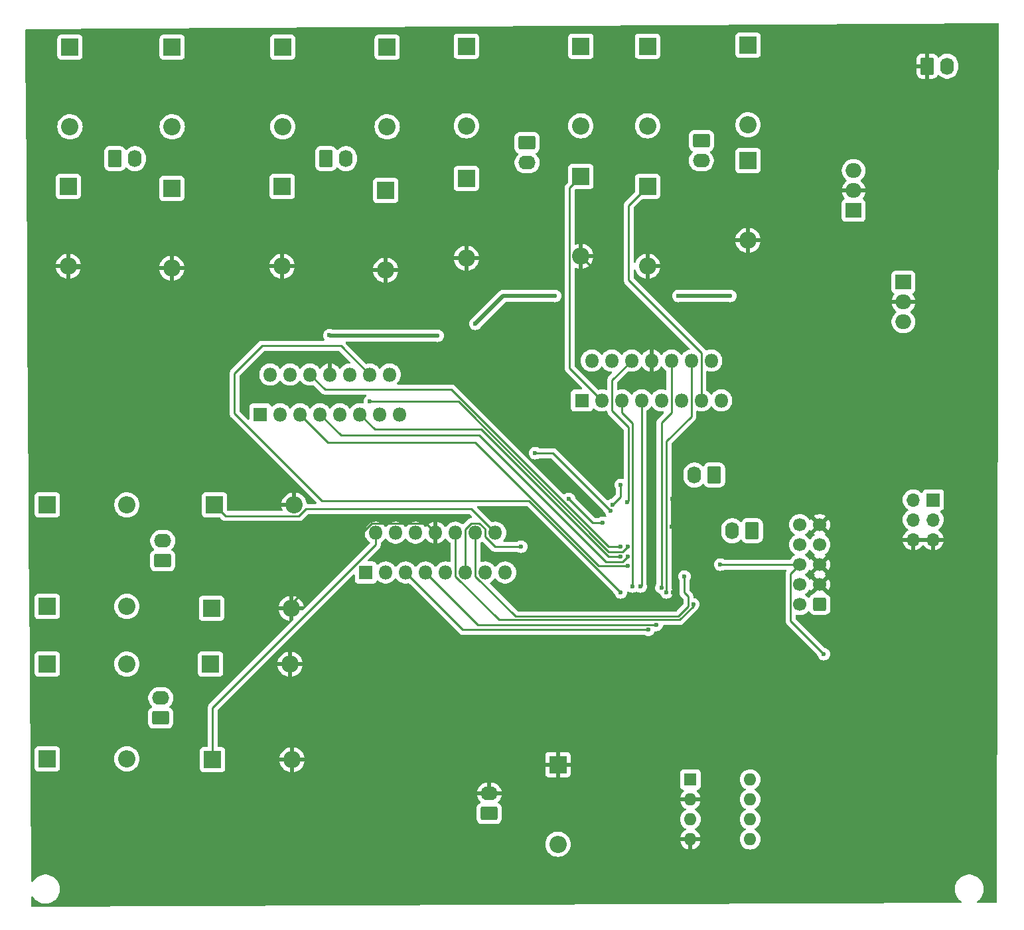
<source format=gbr>
%TF.GenerationSoftware,KiCad,Pcbnew,8.0.8*%
%TF.CreationDate,2025-03-31T18:54:26-05:00*%
%TF.ProjectId,Senior_Design_PCB_ethanl7_nrkim2,53656e69-6f72-45f4-9465-7369676e5f50,rev?*%
%TF.SameCoordinates,Original*%
%TF.FileFunction,Copper,L2,Bot*%
%TF.FilePolarity,Positive*%
%FSLAX46Y46*%
G04 Gerber Fmt 4.6, Leading zero omitted, Abs format (unit mm)*
G04 Created by KiCad (PCBNEW 8.0.8) date 2025-03-31 18:54:26*
%MOMM*%
%LPD*%
G01*
G04 APERTURE LIST*
G04 Aperture macros list*
%AMRoundRect*
0 Rectangle with rounded corners*
0 $1 Rounding radius*
0 $2 $3 $4 $5 $6 $7 $8 $9 X,Y pos of 4 corners*
0 Add a 4 corners polygon primitive as box body*
4,1,4,$2,$3,$4,$5,$6,$7,$8,$9,$2,$3,0*
0 Add four circle primitives for the rounded corners*
1,1,$1+$1,$2,$3*
1,1,$1+$1,$4,$5*
1,1,$1+$1,$6,$7*
1,1,$1+$1,$8,$9*
0 Add four rect primitives between the rounded corners*
20,1,$1+$1,$2,$3,$4,$5,0*
20,1,$1+$1,$4,$5,$6,$7,0*
20,1,$1+$1,$6,$7,$8,$9,0*
20,1,$1+$1,$8,$9,$2,$3,0*%
G04 Aperture macros list end*
%TA.AperFunction,ComponentPad*%
%ADD10RoundRect,0.250000X0.620000X0.845000X-0.620000X0.845000X-0.620000X-0.845000X0.620000X-0.845000X0*%
%TD*%
%TA.AperFunction,ComponentPad*%
%ADD11O,1.740000X2.190000*%
%TD*%
%TA.AperFunction,ComponentPad*%
%ADD12R,2.200000X2.200000*%
%TD*%
%TA.AperFunction,ComponentPad*%
%ADD13O,2.200000X2.200000*%
%TD*%
%TA.AperFunction,ComponentPad*%
%ADD14R,1.800000X1.800000*%
%TD*%
%TA.AperFunction,ComponentPad*%
%ADD15O,1.800000X1.800000*%
%TD*%
%TA.AperFunction,ComponentPad*%
%ADD16R,1.600000X1.600000*%
%TD*%
%TA.AperFunction,ComponentPad*%
%ADD17O,1.600000X1.600000*%
%TD*%
%TA.AperFunction,ComponentPad*%
%ADD18R,2.000000X1.905000*%
%TD*%
%TA.AperFunction,ComponentPad*%
%ADD19O,2.000000X1.905000*%
%TD*%
%TA.AperFunction,ComponentPad*%
%ADD20RoundRect,0.250000X-0.620000X-0.845000X0.620000X-0.845000X0.620000X0.845000X-0.620000X0.845000X0*%
%TD*%
%TA.AperFunction,ComponentPad*%
%ADD21RoundRect,0.250000X-0.845000X0.620000X-0.845000X-0.620000X0.845000X-0.620000X0.845000X0.620000X0*%
%TD*%
%TA.AperFunction,ComponentPad*%
%ADD22O,2.190000X1.740000*%
%TD*%
%TA.AperFunction,ComponentPad*%
%ADD23RoundRect,0.250000X0.845000X-0.620000X0.845000X0.620000X-0.845000X0.620000X-0.845000X-0.620000X0*%
%TD*%
%TA.AperFunction,ComponentPad*%
%ADD24R,1.700000X1.700000*%
%TD*%
%TA.AperFunction,ComponentPad*%
%ADD25O,1.700000X1.700000*%
%TD*%
%TA.AperFunction,ComponentPad*%
%ADD26RoundRect,0.250000X0.600000X0.600000X-0.600000X0.600000X-0.600000X-0.600000X0.600000X-0.600000X0*%
%TD*%
%TA.AperFunction,ComponentPad*%
%ADD27C,1.700000*%
%TD*%
%TA.AperFunction,ViaPad*%
%ADD28C,0.600000*%
%TD*%
%TA.AperFunction,Conductor*%
%ADD29C,0.254000*%
%TD*%
%TA.AperFunction,Conductor*%
%ADD30C,0.508000*%
%TD*%
G04 APERTURE END LIST*
D10*
%TO.P,D2,1,K*%
%TO.N,Net-(D2-K)*%
X174989361Y-98794469D03*
D11*
%TO.P,D2,2,A*%
%TO.N,Net-(D2-A)*%
X172449361Y-98794469D03*
%TD*%
D10*
%TO.P,D1,1,K*%
%TO.N,Net-(D1-K)*%
X170163361Y-91682469D03*
D11*
%TO.P,D1,2,A*%
%TO.N,Net-(D1-A)*%
X167623361Y-91682469D03*
%TD*%
D12*
%TO.P,D12,1,K*%
%TO.N,Net-(D11-A)*%
X174481361Y-51550469D03*
D13*
%TO.P,D12,2,A*%
%TO.N,GND*%
X174481361Y-61710469D03*
%TD*%
D12*
%TO.P,D13,1,K*%
%TO.N,+5V*%
X85073361Y-127904469D03*
D13*
%TO.P,D13,2,A*%
%TO.N,Net-(D13-A)*%
X95233361Y-127904469D03*
%TD*%
D14*
%TO.P,U5,1,SENSE_A*%
%TO.N,unconnected-(U5-SENSE_A-Pad1)*%
X112251361Y-83935469D03*
D15*
%TO.P,U5,2,OUT1*%
%TO.N,Net-(D21-A)*%
X113521361Y-78855469D03*
%TO.P,U5,3,OUT2*%
%TO.N,Net-(D23-A)*%
X114791361Y-83935469D03*
%TO.P,U5,4,Vs*%
%TO.N,+9V*%
X116061361Y-78855469D03*
%TO.P,U5,5,IN1*%
%TO.N,/M5P*%
X117331361Y-83935469D03*
%TO.P,U5,6,EnA*%
%TO.N,/M5En*%
X118601361Y-78855469D03*
%TO.P,U5,7,IN2*%
%TO.N,/M5N*%
X119871361Y-83935469D03*
%TO.P,U5,8,GND*%
%TO.N,GND*%
X121141361Y-78855469D03*
%TO.P,U5,9,Vss*%
%TO.N,+5V*%
X122411361Y-83935469D03*
%TO.P,U5,10,IN3*%
%TO.N,/M6P*%
X123681361Y-78855469D03*
%TO.P,U5,11,EnB*%
%TO.N,/M6En*%
X124951361Y-83935469D03*
%TO.P,U5,12,IN4*%
%TO.N,/M6N*%
X126221361Y-78855469D03*
%TO.P,U5,13,OUT3*%
%TO.N,Net-(D25-A)*%
X127491361Y-83935469D03*
%TO.P,U5,14,OUT4*%
%TO.N,Net-(D27-A)*%
X128761361Y-78855469D03*
%TO.P,U5,15,SENSE_B*%
%TO.N,unconnected-(U5-SENSE_B-Pad15)*%
X130031361Y-83935469D03*
%TD*%
D12*
%TO.P,D11,1,K*%
%TO.N,+5V*%
X174481361Y-36818469D03*
D13*
%TO.P,D11,2,A*%
%TO.N,Net-(D11-A)*%
X174481361Y-46978469D03*
%TD*%
D12*
%TO.P,D15,1,K*%
%TO.N,+5V*%
X85073361Y-115812469D03*
D13*
%TO.P,D15,2,A*%
%TO.N,Net-(D15-A)*%
X95233361Y-115812469D03*
%TD*%
D12*
%TO.P,D8,1,K*%
%TO.N,+5V*%
X153145361Y-36945469D03*
D13*
%TO.P,D8,2,A*%
%TO.N,Net-(D6-K)*%
X153145361Y-47105469D03*
%TD*%
D14*
%TO.P,U3,1,SENSE_A*%
%TO.N,unconnected-(U3-SENSE_A-Pad1)*%
X153272361Y-82157469D03*
D15*
%TO.P,U3,2,OUT1*%
%TO.N,Net-(D5-K)*%
X154542361Y-77077469D03*
%TO.P,U3,3,OUT2*%
%TO.N,Net-(D6-K)*%
X155812361Y-82157469D03*
%TO.P,U3,4,Vs*%
%TO.N,+9V*%
X157082361Y-77077469D03*
%TO.P,U3,5,IN1*%
%TO.N,/M1P*%
X158352361Y-82157469D03*
%TO.P,U3,6,EnA*%
%TO.N,/M1En*%
X159622361Y-77077469D03*
%TO.P,U3,7,IN2*%
%TO.N,/M1N*%
X160892361Y-82157469D03*
%TO.P,U3,8,GND*%
%TO.N,GND*%
X162162361Y-77077469D03*
%TO.P,U3,9,Vss*%
%TO.N,+5V*%
X163432361Y-82157469D03*
%TO.P,U3,10,IN3*%
%TO.N,/M2P*%
X164702361Y-77077469D03*
%TO.P,U3,11,EnB*%
%TO.N,/M2En*%
X165972361Y-82157469D03*
%TO.P,U3,12,IN4*%
%TO.N,/M2N*%
X167242361Y-77077469D03*
%TO.P,U3,13,OUT3*%
%TO.N,Net-(D10-K)*%
X168512361Y-82157469D03*
%TO.P,U3,14,OUT4*%
%TO.N,Net-(D11-A)*%
X169782361Y-77077469D03*
%TO.P,U3,15,SENSE_B*%
%TO.N,unconnected-(U3-SENSE_B-Pad15)*%
X171052361Y-82157469D03*
%TD*%
D12*
%TO.P,D19,1,K*%
%TO.N,+5V*%
X85073361Y-95492469D03*
D13*
%TO.P,D19,2,A*%
%TO.N,Net-(D19-A)*%
X95233361Y-95492469D03*
%TD*%
D12*
%TO.P,D28,1,K*%
%TO.N,Net-(D27-A)*%
X128253361Y-55360469D03*
D13*
%TO.P,D28,2,A*%
%TO.N,GND*%
X128253361Y-65520469D03*
%TD*%
D12*
%TO.P,D9,1,K*%
%TO.N,+5V*%
X161654361Y-36945469D03*
D13*
%TO.P,D9,2,A*%
%TO.N,Net-(D10-K)*%
X161654361Y-47105469D03*
%TD*%
D12*
%TO.P,D26,1,K*%
%TO.N,Net-(D25-A)*%
X115045361Y-54852469D03*
D13*
%TO.P,D26,2,A*%
%TO.N,GND*%
X115045361Y-65012469D03*
%TD*%
D16*
%TO.P,U2,1,GAIN*%
%TO.N,unconnected-(U2-GAIN-Pad1)*%
X167115361Y-130544469D03*
D17*
%TO.P,U2,2,-*%
%TO.N,GND*%
X167115361Y-133084469D03*
%TO.P,U2,3,+*%
%TO.N,Net-(U2-+)*%
X167115361Y-135624469D03*
%TO.P,U2,4,GND*%
%TO.N,GND*%
X167115361Y-138164469D03*
%TO.P,U2,5*%
%TO.N,Net-(R11-Pad1)*%
X174735361Y-138164469D03*
%TO.P,U2,6,V+*%
%TO.N,Net-(U2-V+)*%
X174735361Y-135624469D03*
%TO.P,U2,7,BYPASS*%
%TO.N,unconnected-(U2-BYPASS-Pad7)*%
X174735361Y-133084469D03*
%TO.P,U2,8,GAIN*%
%TO.N,unconnected-(U2-GAIN-Pad8)*%
X174735361Y-130544469D03*
%TD*%
D12*
%TO.P,D5,1,K*%
%TO.N,Net-(D5-K)*%
X138540361Y-53836469D03*
D13*
%TO.P,D5,2,A*%
%TO.N,GND*%
X138540361Y-63996469D03*
%TD*%
D18*
%TO.P,U1,1,IN*%
%TO.N,+9V*%
X187943361Y-57900469D03*
D19*
%TO.P,U1,2,GND*%
%TO.N,GND*%
X187943361Y-55360469D03*
%TO.P,U1,3,OUT*%
%TO.N,+5V*%
X187943361Y-52820469D03*
%TD*%
D14*
%TO.P,U4,1,SENSE_A*%
%TO.N,unconnected-(U4-SENSE_A-Pad1)*%
X125713361Y-104128469D03*
D15*
%TO.P,U4,2,OUT1*%
%TO.N,Net-(D13-A)*%
X126983361Y-99048469D03*
%TO.P,U4,3,OUT2*%
%TO.N,Net-(D15-A)*%
X128253361Y-104128469D03*
%TO.P,U4,4,Vs*%
%TO.N,+9V*%
X129523361Y-99048469D03*
%TO.P,U4,5,IN1*%
%TO.N,/M3P*%
X130793361Y-104128469D03*
%TO.P,U4,6,EnA*%
%TO.N,/M3En*%
X132063361Y-99048469D03*
%TO.P,U4,7,IN2*%
%TO.N,/M3N*%
X133333361Y-104128469D03*
%TO.P,U4,8,GND*%
%TO.N,GND*%
X134603361Y-99048469D03*
%TO.P,U4,9,Vss*%
%TO.N,+5V*%
X135873361Y-104128469D03*
%TO.P,U4,10,IN3*%
%TO.N,/M4P*%
X137143361Y-99048469D03*
%TO.P,U4,11,EnB*%
%TO.N,/M4En*%
X138413361Y-104128469D03*
%TO.P,U4,12,IN4*%
%TO.N,/M4N*%
X139683361Y-99048469D03*
%TO.P,U4,13,OUT3*%
%TO.N,Net-(D17-A)*%
X140953361Y-104128469D03*
%TO.P,U4,14,OUT4*%
%TO.N,Net-(D19-A)*%
X142223361Y-99048469D03*
%TO.P,U4,15,SENSE_B*%
%TO.N,unconnected-(U4-SENSE_B-Pad15)*%
X143493361Y-104128469D03*
%TD*%
D20*
%TO.P,J10,1,Pin_1*%
%TO.N,Net-(D25-A)*%
X120633361Y-51296469D03*
D11*
%TO.P,J10,2,Pin_2*%
%TO.N,Net-(D27-A)*%
X123173361Y-51296469D03*
%TD*%
D12*
%TO.P,D23,1,K*%
%TO.N,+5V*%
X101007361Y-37072469D03*
D13*
%TO.P,D23,2,A*%
%TO.N,Net-(D23-A)*%
X101007361Y-47232469D03*
%TD*%
D21*
%TO.P,J5,1,Pin_1*%
%TO.N,Net-(D5-K)*%
X146287361Y-49264469D03*
D22*
%TO.P,J5,2,Pin_2*%
%TO.N,Net-(D6-K)*%
X146287361Y-51804469D03*
%TD*%
D18*
%TO.P,U7,1,VI*%
%TO.N,+9V*%
X194293361Y-67044469D03*
D19*
%TO.P,U7,2,GND*%
%TO.N,GND*%
X194293361Y-69584469D03*
%TO.P,U7,3,VO*%
%TO.N,+3.3V*%
X194293361Y-72124469D03*
%TD*%
D12*
%TO.P,D3,1,K*%
%TO.N,GND*%
X150224361Y-128639469D03*
D13*
%TO.P,D3,2,A*%
%TO.N,Net-(D3-A)*%
X150224361Y-138799469D03*
%TD*%
D12*
%TO.P,D18,1,K*%
%TO.N,Net-(D17-A)*%
X106028361Y-108700469D03*
D13*
%TO.P,D18,2,A*%
%TO.N,GND*%
X116188361Y-108700469D03*
%TD*%
D12*
%TO.P,D25,1,K*%
%TO.N,+5V*%
X115113361Y-37072469D03*
D13*
%TO.P,D25,2,A*%
%TO.N,Net-(D25-A)*%
X115113361Y-47232469D03*
%TD*%
D23*
%TO.P,J7,1,Pin_1*%
%TO.N,Net-(D13-A)*%
X99551361Y-122670469D03*
D22*
%TO.P,J7,2,Pin_2*%
%TO.N,Net-(D15-A)*%
X99551361Y-120130469D03*
%TD*%
D12*
%TO.P,D20,1,K*%
%TO.N,Net-(D19-A)*%
X106409361Y-95492469D03*
D13*
%TO.P,D20,2,A*%
%TO.N,GND*%
X116569361Y-95492469D03*
%TD*%
D12*
%TO.P,D14,1,K*%
%TO.N,Net-(D13-A)*%
X106155361Y-128004469D03*
D13*
%TO.P,D14,2,A*%
%TO.N,GND*%
X116315361Y-128004469D03*
%TD*%
D12*
%TO.P,D6,1,K*%
%TO.N,Net-(D6-K)*%
X153145361Y-53582469D03*
D13*
%TO.P,D6,2,A*%
%TO.N,GND*%
X153145361Y-63742469D03*
%TD*%
D12*
%TO.P,D7,1,K*%
%TO.N,+5V*%
X138540361Y-36945469D03*
D13*
%TO.P,D7,2,A*%
%TO.N,Net-(D5-K)*%
X138540361Y-47105469D03*
%TD*%
D12*
%TO.P,D27,1,K*%
%TO.N,+5V*%
X128439361Y-37072469D03*
D13*
%TO.P,D27,2,A*%
%TO.N,Net-(D27-A)*%
X128439361Y-47232469D03*
%TD*%
D23*
%TO.P,J8,1,Pin_1*%
%TO.N,Net-(D17-A)*%
X99805361Y-102604469D03*
D22*
%TO.P,J8,2,Pin_2*%
%TO.N,Net-(D19-A)*%
X99805361Y-100064469D03*
%TD*%
D12*
%TO.P,D16,1,K*%
%TO.N,Net-(D15-A)*%
X105901361Y-115812469D03*
D13*
%TO.P,D16,2,A*%
%TO.N,GND*%
X116061361Y-115812469D03*
%TD*%
D12*
%TO.P,D21,1,K*%
%TO.N,+5V*%
X87971361Y-37072469D03*
D13*
%TO.P,D21,2,A*%
%TO.N,Net-(D21-A)*%
X87971361Y-47232469D03*
%TD*%
D20*
%TO.P,J2,1,Pin_1*%
%TO.N,GND*%
X197341361Y-39485469D03*
D11*
%TO.P,J2,2,Pin_2*%
%TO.N,+9V*%
X199881361Y-39485469D03*
%TD*%
D21*
%TO.P,J6,1,Pin_1*%
%TO.N,Net-(D10-K)*%
X168512361Y-49010469D03*
D22*
%TO.P,J6,2,Pin_2*%
%TO.N,Net-(D11-A)*%
X168512361Y-51550469D03*
%TD*%
D20*
%TO.P,J9,1,Pin_1*%
%TO.N,Net-(D21-A)*%
X93709361Y-51296469D03*
D11*
%TO.P,J9,2,Pin_2*%
%TO.N,Net-(D23-A)*%
X96249361Y-51296469D03*
%TD*%
D12*
%TO.P,D22,1,K*%
%TO.N,Net-(D21-A)*%
X87776361Y-54852469D03*
D13*
%TO.P,D22,2,A*%
%TO.N,GND*%
X87776361Y-65012469D03*
%TD*%
D12*
%TO.P,D10,1,K*%
%TO.N,Net-(D10-K)*%
X161654361Y-54852469D03*
D13*
%TO.P,D10,2,A*%
%TO.N,GND*%
X161654361Y-65012469D03*
%TD*%
D24*
%TO.P,J3,1,Pin_1*%
%TO.N,+3.3V*%
X198103361Y-94857469D03*
D25*
%TO.P,J3,2,Pin_2*%
X195563361Y-94857469D03*
%TO.P,J3,3,Pin_3*%
%TO.N,Net-(J3-Pin_3)*%
X198103361Y-97397469D03*
%TO.P,J3,4,Pin_4*%
%TO.N,Net-(J3-Pin_4)*%
X195563361Y-97397469D03*
%TO.P,J3,5,Pin_5*%
%TO.N,GND*%
X198103361Y-99937469D03*
%TO.P,J3,6,Pin_6*%
X195563361Y-99937469D03*
%TD*%
D12*
%TO.P,D17,1,K*%
%TO.N,+5V*%
X85073361Y-108455469D03*
D13*
%TO.P,D17,2,A*%
%TO.N,Net-(D17-A)*%
X95233361Y-108455469D03*
%TD*%
D12*
%TO.P,D24,1,K*%
%TO.N,Net-(D23-A)*%
X100966361Y-55106469D03*
D13*
%TO.P,D24,2,A*%
%TO.N,GND*%
X100966361Y-65266469D03*
%TD*%
D26*
%TO.P,J4,1,VTref*%
%TO.N,Net-(D4-A)*%
X183625361Y-108192469D03*
D27*
%TO.P,J4,2,SWDIO/TMS*%
%TO.N,/JTMS{slash}SWDIO*%
X181085361Y-108192469D03*
%TO.P,J4,3,GND*%
%TO.N,GND*%
X183625361Y-105652469D03*
%TO.P,J4,4,SWCLK/TCK*%
%TO.N,/JTCK{slash}SWCLK*%
X181085361Y-105652469D03*
%TO.P,J4,5,GND*%
%TO.N,GND*%
X183625361Y-103112469D03*
%TO.P,J4,6,SWO/TDO*%
%TO.N,/JTDO{slash}TRACESWO*%
X181085361Y-103112469D03*
%TO.P,J4,7,KEY*%
%TO.N,unconnected-(J4-KEY-Pad7)*%
X183625361Y-100572469D03*
%TO.P,J4,8,NC/TDI*%
%TO.N,/JTDI*%
X181085361Y-100572469D03*
%TO.P,J4,9,GNDDetect*%
%TO.N,GND*%
X183625361Y-98032469D03*
%TO.P,J4,10,~{RESET}*%
%TO.N,/NRST*%
X181085361Y-98032469D03*
%TD*%
D23*
%TO.P,J1,1,Pin_1*%
%TO.N,Net-(D3-A)*%
X141461361Y-134862469D03*
D22*
%TO.P,J1,2,Pin_2*%
%TO.N,GND*%
X141461361Y-132322469D03*
%TD*%
D28*
%TO.N,GND*%
X175260000Y-90932000D03*
X178054000Y-88646000D03*
%TO.N,/M1En*%
X159087513Y-95138317D03*
%TO.N,GND*%
X118855361Y-81268469D03*
X109965361Y-81268469D03*
%TO.N,/JTDO{slash}TRACESWO*%
X170925361Y-103112469D03*
X184133361Y-114542469D03*
%TO.N,GND*%
X167623361Y-115304469D03*
X156701361Y-116574469D03*
X148319361Y-107430469D03*
X155685361Y-107430469D03*
X164867364Y-106668469D03*
X166353361Y-99556469D03*
X164829361Y-94730469D03*
X164694361Y-98286469D03*
%TO.N,/M5P*%
X159122361Y-103247469D03*
%TO.N,/M5N*%
X159122361Y-102096469D03*
%TO.N,/M6En*%
X158225361Y-102096469D03*
%TO.N,/M6P*%
X159122361Y-100826469D03*
X126221361Y-82284469D03*
%TO.N,/M5En*%
X158225361Y-100826469D03*
%TO.N,/M6N*%
X158225361Y-106668469D03*
%TO.N,+9V*%
X121077861Y-73838969D03*
X134857361Y-73902469D03*
X139683361Y-72378469D03*
X149843361Y-68822469D03*
X165591361Y-68822469D03*
X172195361Y-68822469D03*
%TO.N,/M4En*%
X155939361Y-97778469D03*
X151621361Y-94730469D03*
%TO.N,/M3En*%
X156955361Y-96254469D03*
X147303361Y-88888469D03*
%TO.N,/M2En*%
X157209361Y-95492469D03*
X158225361Y-92952469D03*
%TO.N,/M1P*%
X159749361Y-105906469D03*
%TO.N,/M1N*%
X160765006Y-105898468D03*
%TO.N,/M2P*%
X163440361Y-106041469D03*
%TO.N,/M2N*%
X164067361Y-106668469D03*
%TO.N,/M4En*%
X145525361Y-100826469D03*
%TO.N,/M3P*%
X161781361Y-111424469D03*
%TO.N,/M3N*%
X162797361Y-110797469D03*
%TO.N,/M4P*%
X167488361Y-108192469D03*
%TO.N,/M4N*%
X166353361Y-104636469D03*
%TD*%
D29*
%TO.N,GND*%
X178054000Y-88646000D02*
X177546000Y-88646000D01*
X177546000Y-88646000D02*
X175260000Y-90932000D01*
X126475120Y-97821469D02*
X116188361Y-108108228D01*
X116188361Y-108108228D02*
X116188361Y-108700469D01*
X133376361Y-97821469D02*
X126475120Y-97821469D01*
X134603361Y-99048469D02*
X133376361Y-97821469D01*
%TO.N,Net-(D19-A)*%
X117160444Y-96919469D02*
X118079444Y-96000469D01*
X107836361Y-96919469D02*
X117160444Y-96919469D01*
X106409361Y-95492469D02*
X107836361Y-96919469D01*
X118079444Y-96000469D02*
X139175361Y-96000469D01*
X139175361Y-96000469D02*
X142223361Y-99048469D01*
%TO.N,GND*%
X114029361Y-81268469D02*
X118855361Y-81268469D01*
X109965361Y-81268469D02*
X114029361Y-81268469D01*
X162162361Y-72759469D02*
X153145361Y-63742469D01*
X162162361Y-77077469D02*
X162162361Y-72759469D01*
X186927361Y-121400469D02*
X187181361Y-121146469D01*
X177529361Y-121400469D02*
X186927361Y-121400469D01*
X173719361Y-117590469D02*
X177529361Y-121400469D01*
X165337361Y-117590469D02*
X173719361Y-117590469D01*
X187181361Y-121146469D02*
X187181361Y-109208469D01*
X187181361Y-109208469D02*
X183625361Y-105652469D01*
%TO.N,/M1En*%
X159241361Y-94984469D02*
X159087513Y-95138317D01*
X159241361Y-88888469D02*
X159241361Y-94984469D01*
X159241361Y-85586469D02*
X159241361Y-88888469D01*
%TO.N,GND*%
X88030361Y-65266469D02*
X87776361Y-65012469D01*
X100966361Y-65266469D02*
X88030361Y-65266469D01*
%TO.N,/JTDO{slash}TRACESWO*%
X181085361Y-103112469D02*
X170925361Y-103112469D01*
X184133361Y-114542469D02*
X179908361Y-110317469D01*
X179908361Y-104289469D02*
X181085361Y-103112469D01*
X179908361Y-110317469D02*
X179908361Y-104289469D01*
D30*
%TO.N,+9V*%
X172195361Y-68822469D02*
X165591361Y-68822469D01*
X149843361Y-68822469D02*
X143239361Y-68822469D01*
X143239361Y-68822469D02*
X139683361Y-72378469D01*
D29*
%TO.N,GND*%
X165337361Y-117590469D02*
X157717361Y-117590469D01*
X157717361Y-117590469D02*
X156701361Y-116574469D01*
X167623361Y-115304469D02*
X165337361Y-117590469D01*
X155685361Y-107430469D02*
X148319361Y-107430469D01*
X164867364Y-101042466D02*
X166353361Y-99556469D01*
X164867364Y-106668469D02*
X164867364Y-101042466D01*
X166353361Y-99556469D02*
X165964361Y-99556469D01*
X165964361Y-99556469D02*
X164694361Y-98286469D01*
X164694361Y-98286469D02*
X164694361Y-94865469D01*
X164694361Y-94865469D02*
X164829361Y-94730469D01*
%TO.N,/M5P*%
X155446414Y-103247469D02*
X159122361Y-103247469D01*
X139690414Y-87491469D02*
X155446414Y-103247469D01*
X120887361Y-87491469D02*
X139690414Y-87491469D01*
X117331361Y-83935469D02*
X120887361Y-87491469D01*
%TO.N,/M5N*%
X122538361Y-86602469D02*
X119871361Y-83935469D01*
X140191361Y-86602469D02*
X122538361Y-86602469D01*
X158495361Y-102723469D02*
X156312361Y-102723469D01*
X159122361Y-102096469D02*
X158495361Y-102723469D01*
X156312361Y-102723469D02*
X140191361Y-86602469D01*
%TO.N,/M6En*%
X156232309Y-101641522D02*
X156687256Y-102096469D01*
X141073309Y-86482521D02*
X156232309Y-101641522D01*
X140431257Y-85840469D02*
X141073309Y-86482521D01*
X126856361Y-85840469D02*
X140431257Y-85840469D01*
X156687256Y-102096469D02*
X158225361Y-102096469D01*
X124951361Y-83935469D02*
X126856361Y-85840469D01*
%TO.N,/M6P*%
X158495361Y-101453469D02*
X159122361Y-100826469D01*
X156686309Y-101453469D02*
X158495361Y-101453469D01*
X137517309Y-82284469D02*
X156686309Y-101453469D01*
X126221361Y-82284469D02*
X137517309Y-82284469D01*
%TO.N,/M5En*%
X120506361Y-80760469D02*
X118601361Y-78855469D01*
X136635361Y-80760469D02*
X120506361Y-80760469D01*
X156701361Y-100826469D02*
X136635361Y-80760469D01*
X158225361Y-100826469D02*
X156701361Y-100826469D01*
%TO.N,/M6N*%
X122538361Y-75172469D02*
X126221361Y-78855469D01*
X112505361Y-75172469D02*
X122538361Y-75172469D01*
X108949361Y-78728469D02*
X112505361Y-75172469D01*
X146541361Y-94984469D02*
X120125361Y-94984469D01*
X158225361Y-106668469D02*
X146541361Y-94984469D01*
X120125361Y-94984469D02*
X108949361Y-83808469D01*
X108949361Y-83808469D02*
X108949361Y-78728469D01*
D30*
%TO.N,+9V*%
X121141361Y-73902469D02*
X121077861Y-73838969D01*
X134857361Y-73902469D02*
X121141361Y-73902469D01*
D29*
%TO.N,Net-(D10-K)*%
X168512361Y-76061469D02*
X168512361Y-82157469D01*
X159241361Y-66790469D02*
X168512361Y-76061469D01*
X159241361Y-57265469D02*
X159241361Y-66790469D01*
X161654361Y-54852469D02*
X159241361Y-57265469D01*
%TO.N,/M4En*%
X154669361Y-97778469D02*
X155939361Y-97778469D01*
X151621361Y-94730469D02*
X154669361Y-97778469D01*
%TO.N,/M3En*%
X149589361Y-88888469D02*
X156955361Y-96254469D01*
X147303361Y-88888469D02*
X149589361Y-88888469D01*
%TO.N,/M2En*%
X158225361Y-94476469D02*
X157209361Y-95492469D01*
X158225361Y-92952469D02*
X158225361Y-94476469D01*
%TO.N,/M1En*%
X157125361Y-83470469D02*
X159241361Y-85586469D01*
X157125361Y-79574469D02*
X157125361Y-83470469D01*
X159622361Y-77077469D02*
X157125361Y-79574469D01*
%TO.N,/M1P*%
X159749361Y-105906469D02*
X159749361Y-85078469D01*
X159749361Y-85078469D02*
X158352361Y-83681469D01*
X158352361Y-83681469D02*
X158352361Y-82157469D01*
%TO.N,/M1N*%
X160892361Y-105771113D02*
X160892361Y-82157469D01*
X160765006Y-105898468D02*
X160892361Y-105771113D01*
%TO.N,/M2P*%
X164702361Y-83681469D02*
X164702361Y-77077469D01*
X163440361Y-84943469D02*
X164702361Y-83681469D01*
X163440361Y-106041469D02*
X163440361Y-84943469D01*
%TO.N,/M2N*%
X167242361Y-84189469D02*
X167242361Y-77077469D01*
X164067361Y-87364469D02*
X167242361Y-84189469D01*
X164067361Y-106668469D02*
X164067361Y-87364469D01*
%TO.N,/M4En*%
X142180120Y-100826469D02*
X145525361Y-100826469D01*
X140910361Y-99556710D02*
X142180120Y-100826469D01*
X140191602Y-97821469D02*
X140910361Y-98540228D01*
X140910361Y-98540228D02*
X140910361Y-99556710D01*
X139175120Y-97821469D02*
X140191602Y-97821469D01*
X138413361Y-98583228D02*
X139175120Y-97821469D01*
X138413361Y-104128469D02*
X138413361Y-98583228D01*
%TO.N,/M3P*%
X138089361Y-111424469D02*
X130793361Y-104128469D01*
X161781361Y-111424469D02*
X138089361Y-111424469D01*
%TO.N,/M3N*%
X140002361Y-110797469D02*
X133333361Y-104128469D01*
X162797361Y-110797469D02*
X140002361Y-110797469D01*
%TO.N,/M4P*%
X142720120Y-110170469D02*
X137143361Y-104593710D01*
X165779413Y-110170469D02*
X142720120Y-110170469D01*
X167488361Y-108461521D02*
X165779413Y-110170469D01*
X167488361Y-108192469D02*
X167488361Y-108461521D01*
%TO.N,/M4N*%
X165591361Y-109716469D02*
X166861361Y-108446469D01*
X166861361Y-107176469D02*
X166353361Y-106668469D01*
X144806120Y-109716469D02*
X165591361Y-109716469D01*
X166861361Y-108446469D02*
X166861361Y-107176469D01*
X139683361Y-104593710D02*
X144806120Y-109716469D01*
X166353361Y-106668469D02*
X166353361Y-104636469D01*
X139683361Y-99048469D02*
X139683361Y-104593710D01*
%TO.N,/M4P*%
X137143361Y-99048469D02*
X137143361Y-104593710D01*
%TO.N,Net-(D6-K)*%
X151718361Y-55009469D02*
X151718361Y-78063469D01*
X153145361Y-53582469D02*
X151718361Y-55009469D01*
X151718361Y-78063469D02*
X155812361Y-82157469D01*
%TO.N,Net-(D13-A)*%
X126983361Y-100572469D02*
X126983361Y-99048469D01*
X106155361Y-121400469D02*
X126983361Y-100572469D01*
X106155361Y-128004469D02*
X106155361Y-121400469D01*
%TD*%
%TA.AperFunction,Conductor*%
%TO.N,GND*%
G36*
X134857361Y-100433552D02*
G01*
X134950184Y-100418063D01*
X134950193Y-100418061D01*
X135170883Y-100342298D01*
X135170886Y-100342296D01*
X135376110Y-100231235D01*
X135560242Y-100087919D01*
X135560247Y-100087914D01*
X135718277Y-99916246D01*
X135767578Y-99840785D01*
X135821581Y-99794696D01*
X135891929Y-99785120D01*
X135956286Y-99815096D01*
X135978545Y-99840784D01*
X136028046Y-99916552D01*
X136186135Y-100088282D01*
X136186139Y-100088285D01*
X136186141Y-100088287D01*
X136370344Y-100231659D01*
X136441830Y-100270345D01*
X136492220Y-100320356D01*
X136507861Y-100381158D01*
X136507861Y-102680630D01*
X136487859Y-102748751D01*
X136434203Y-102795244D01*
X136363929Y-102805348D01*
X136340950Y-102799803D01*
X136220320Y-102758391D01*
X136220309Y-102758388D01*
X136121772Y-102741945D01*
X135990073Y-102719969D01*
X135756649Y-102719969D01*
X135641427Y-102739196D01*
X135526412Y-102758388D01*
X135526405Y-102758390D01*
X135305637Y-102834180D01*
X135305634Y-102834182D01*
X135205862Y-102888176D01*
X135100346Y-102945278D01*
X135100344Y-102945279D01*
X134916139Y-103088651D01*
X134916135Y-103088655D01*
X134758046Y-103260385D01*
X134708844Y-103335696D01*
X134654840Y-103381785D01*
X134584492Y-103391360D01*
X134520135Y-103361383D01*
X134497878Y-103335696D01*
X134448675Y-103260385D01*
X134290586Y-103088655D01*
X134290582Y-103088651D01*
X134198479Y-103016965D01*
X134106378Y-102945279D01*
X133901088Y-102834182D01*
X133901085Y-102834181D01*
X133901084Y-102834180D01*
X133680316Y-102758390D01*
X133680309Y-102758388D01*
X133581772Y-102741945D01*
X133450073Y-102719969D01*
X133216649Y-102719969D01*
X133101427Y-102739196D01*
X132986412Y-102758388D01*
X132986405Y-102758390D01*
X132765637Y-102834180D01*
X132765634Y-102834182D01*
X132665862Y-102888176D01*
X132560346Y-102945278D01*
X132560344Y-102945279D01*
X132376139Y-103088651D01*
X132376135Y-103088655D01*
X132218046Y-103260385D01*
X132168844Y-103335696D01*
X132114840Y-103381785D01*
X132044492Y-103391360D01*
X131980135Y-103361383D01*
X131957878Y-103335696D01*
X131908675Y-103260385D01*
X131750586Y-103088655D01*
X131750582Y-103088651D01*
X131658479Y-103016965D01*
X131566378Y-102945279D01*
X131361088Y-102834182D01*
X131361085Y-102834181D01*
X131361084Y-102834180D01*
X131140316Y-102758390D01*
X131140309Y-102758388D01*
X131041772Y-102741945D01*
X130910073Y-102719969D01*
X130676649Y-102719969D01*
X130561427Y-102739196D01*
X130446412Y-102758388D01*
X130446405Y-102758390D01*
X130225637Y-102834180D01*
X130225634Y-102834182D01*
X130125862Y-102888176D01*
X130020346Y-102945278D01*
X130020344Y-102945279D01*
X129836139Y-103088651D01*
X129836135Y-103088655D01*
X129678046Y-103260385D01*
X129628844Y-103335696D01*
X129574840Y-103381785D01*
X129504492Y-103391360D01*
X129440135Y-103361383D01*
X129417878Y-103335696D01*
X129368675Y-103260385D01*
X129210586Y-103088655D01*
X129210582Y-103088651D01*
X129118479Y-103016965D01*
X129026378Y-102945279D01*
X128821088Y-102834182D01*
X128821085Y-102834181D01*
X128821084Y-102834180D01*
X128600316Y-102758390D01*
X128600309Y-102758388D01*
X128501772Y-102741945D01*
X128370073Y-102719969D01*
X128136649Y-102719969D01*
X128021427Y-102739196D01*
X127906412Y-102758388D01*
X127906405Y-102758390D01*
X127685637Y-102834180D01*
X127685634Y-102834182D01*
X127585862Y-102888176D01*
X127480346Y-102945278D01*
X127480344Y-102945279D01*
X127296139Y-103088651D01*
X127292307Y-103092180D01*
X127290942Y-103090697D01*
X127237490Y-103122802D01*
X127166526Y-103120649D01*
X127107991Y-103080472D01*
X127087619Y-103044918D01*
X127064250Y-102982266D01*
X127064248Y-102982261D01*
X126976622Y-102865207D01*
X126859568Y-102777581D01*
X126859563Y-102777579D01*
X126722565Y-102726480D01*
X126722557Y-102726478D01*
X126662010Y-102719969D01*
X126661999Y-102719969D01*
X126038784Y-102719969D01*
X125970663Y-102699967D01*
X125924170Y-102646311D01*
X125914066Y-102576037D01*
X125943560Y-102511457D01*
X125949689Y-102504874D01*
X126687222Y-101767341D01*
X127476986Y-100977577D01*
X127546534Y-100873491D01*
X127594439Y-100757838D01*
X127618861Y-100635060D01*
X127618861Y-100509878D01*
X127618861Y-100381158D01*
X127638863Y-100313037D01*
X127684891Y-100270345D01*
X127756378Y-100231659D01*
X127940581Y-100088287D01*
X127940925Y-100087914D01*
X128098675Y-99916552D01*
X128147878Y-99841241D01*
X128201881Y-99795152D01*
X128272229Y-99785577D01*
X128336586Y-99815554D01*
X128358844Y-99841241D01*
X128408046Y-99916552D01*
X128566135Y-100088282D01*
X128566139Y-100088286D01*
X128619547Y-100129855D01*
X128750344Y-100231659D01*
X128955634Y-100342756D01*
X129176410Y-100418549D01*
X129406649Y-100456969D01*
X129406653Y-100456969D01*
X129640069Y-100456969D01*
X129640073Y-100456969D01*
X129870312Y-100418549D01*
X130091088Y-100342756D01*
X130296378Y-100231659D01*
X130480581Y-100088287D01*
X130480925Y-100087914D01*
X130638675Y-99916552D01*
X130687878Y-99841241D01*
X130741881Y-99795152D01*
X130812229Y-99785577D01*
X130876586Y-99815554D01*
X130898844Y-99841241D01*
X130948046Y-99916552D01*
X131106135Y-100088282D01*
X131106139Y-100088286D01*
X131159547Y-100129855D01*
X131290344Y-100231659D01*
X131495634Y-100342756D01*
X131716410Y-100418549D01*
X131946649Y-100456969D01*
X131946653Y-100456969D01*
X132180069Y-100456969D01*
X132180073Y-100456969D01*
X132410312Y-100418549D01*
X132631088Y-100342756D01*
X132836378Y-100231659D01*
X133020581Y-100088287D01*
X133020925Y-100087914D01*
X133178675Y-99916552D01*
X133228176Y-99840785D01*
X133282179Y-99794696D01*
X133352527Y-99785121D01*
X133416884Y-99815098D01*
X133439142Y-99840785D01*
X133488442Y-99916245D01*
X133646474Y-100087914D01*
X133646479Y-100087919D01*
X133830611Y-100231235D01*
X134035835Y-100342296D01*
X134035838Y-100342298D01*
X134256528Y-100418061D01*
X134256537Y-100418063D01*
X134349360Y-100433552D01*
X134349361Y-100433552D01*
X134349361Y-99479171D01*
X134410368Y-99514394D01*
X134537535Y-99548469D01*
X134669187Y-99548469D01*
X134796354Y-99514394D01*
X134857361Y-99479171D01*
X134857361Y-100433552D01*
G37*
%TD.AperFunction*%
%TA.AperFunction,Conductor*%
G36*
X122291059Y-75827971D02*
G01*
X122312033Y-75844874D01*
X123699033Y-77231874D01*
X123733059Y-77294186D01*
X123727994Y-77365001D01*
X123685447Y-77421837D01*
X123618927Y-77446648D01*
X123609938Y-77446969D01*
X123564649Y-77446969D01*
X123449427Y-77466196D01*
X123334412Y-77485388D01*
X123334405Y-77485390D01*
X123113637Y-77561180D01*
X123113634Y-77561182D01*
X122908346Y-77672278D01*
X122908344Y-77672279D01*
X122724139Y-77815651D01*
X122724135Y-77815655D01*
X122566045Y-77987387D01*
X122516544Y-78063153D01*
X122462540Y-78109241D01*
X122392192Y-78118816D01*
X122327835Y-78088838D01*
X122305579Y-78063152D01*
X122256279Y-77987692D01*
X122098247Y-77816023D01*
X122098242Y-77816018D01*
X121914110Y-77672702D01*
X121708886Y-77561641D01*
X121708883Y-77561639D01*
X121488189Y-77485875D01*
X121488178Y-77485872D01*
X121395361Y-77470383D01*
X121395361Y-78424766D01*
X121334354Y-78389544D01*
X121207187Y-78355469D01*
X121075535Y-78355469D01*
X120948368Y-78389544D01*
X120887361Y-78424766D01*
X120887361Y-77470383D01*
X120887360Y-77470383D01*
X120794543Y-77485872D01*
X120794532Y-77485875D01*
X120573838Y-77561639D01*
X120573835Y-77561641D01*
X120368611Y-77672702D01*
X120184479Y-77816018D01*
X120184474Y-77816023D01*
X120026442Y-77987692D01*
X119977142Y-78063153D01*
X119923138Y-78109242D01*
X119852790Y-78118817D01*
X119788433Y-78088840D01*
X119766176Y-78063153D01*
X119716675Y-77987385D01*
X119558586Y-77815655D01*
X119558582Y-77815651D01*
X119466479Y-77743965D01*
X119374378Y-77672279D01*
X119169088Y-77561182D01*
X119169085Y-77561181D01*
X119169084Y-77561180D01*
X118948316Y-77485390D01*
X118948309Y-77485388D01*
X118849772Y-77468945D01*
X118718073Y-77446969D01*
X118484649Y-77446969D01*
X118369427Y-77466196D01*
X118254412Y-77485388D01*
X118254405Y-77485390D01*
X118033637Y-77561180D01*
X118033634Y-77561182D01*
X117828346Y-77672278D01*
X117828344Y-77672279D01*
X117644139Y-77815651D01*
X117644135Y-77815655D01*
X117486046Y-77987385D01*
X117436844Y-78062696D01*
X117382840Y-78108785D01*
X117312492Y-78118360D01*
X117248135Y-78088383D01*
X117225878Y-78062696D01*
X117176675Y-77987385D01*
X117018586Y-77815655D01*
X117018582Y-77815651D01*
X116926479Y-77743965D01*
X116834378Y-77672279D01*
X116629088Y-77561182D01*
X116629085Y-77561181D01*
X116629084Y-77561180D01*
X116408316Y-77485390D01*
X116408309Y-77485388D01*
X116309772Y-77468945D01*
X116178073Y-77446969D01*
X115944649Y-77446969D01*
X115829427Y-77466196D01*
X115714412Y-77485388D01*
X115714405Y-77485390D01*
X115493637Y-77561180D01*
X115493634Y-77561182D01*
X115288346Y-77672278D01*
X115288344Y-77672279D01*
X115104139Y-77815651D01*
X115104135Y-77815655D01*
X114946046Y-77987385D01*
X114896844Y-78062696D01*
X114842840Y-78108785D01*
X114772492Y-78118360D01*
X114708135Y-78088383D01*
X114685878Y-78062696D01*
X114636675Y-77987385D01*
X114478586Y-77815655D01*
X114478582Y-77815651D01*
X114386479Y-77743965D01*
X114294378Y-77672279D01*
X114089088Y-77561182D01*
X114089085Y-77561181D01*
X114089084Y-77561180D01*
X113868316Y-77485390D01*
X113868309Y-77485388D01*
X113769772Y-77468945D01*
X113638073Y-77446969D01*
X113404649Y-77446969D01*
X113289427Y-77466196D01*
X113174412Y-77485388D01*
X113174405Y-77485390D01*
X112953637Y-77561180D01*
X112953634Y-77561182D01*
X112748346Y-77672278D01*
X112748344Y-77672279D01*
X112564139Y-77815651D01*
X112564135Y-77815655D01*
X112406046Y-77987385D01*
X112278376Y-78182800D01*
X112184613Y-78396558D01*
X112184610Y-78396565D01*
X112127311Y-78622835D01*
X112127310Y-78622841D01*
X112127310Y-78622843D01*
X112108034Y-78855469D01*
X112126709Y-79080844D01*
X112127311Y-79088102D01*
X112184610Y-79314372D01*
X112184613Y-79314379D01*
X112278376Y-79528137D01*
X112406046Y-79723552D01*
X112564135Y-79895282D01*
X112564139Y-79895286D01*
X112569601Y-79899537D01*
X112748344Y-80038659D01*
X112953634Y-80149756D01*
X113174410Y-80225549D01*
X113404649Y-80263969D01*
X113404653Y-80263969D01*
X113638069Y-80263969D01*
X113638073Y-80263969D01*
X113868312Y-80225549D01*
X114089088Y-80149756D01*
X114294378Y-80038659D01*
X114478581Y-79895287D01*
X114478925Y-79894914D01*
X114636675Y-79723552D01*
X114685878Y-79648241D01*
X114739881Y-79602152D01*
X114810229Y-79592577D01*
X114874586Y-79622554D01*
X114896844Y-79648241D01*
X114946046Y-79723552D01*
X115104135Y-79895282D01*
X115104139Y-79895286D01*
X115109601Y-79899537D01*
X115288344Y-80038659D01*
X115493634Y-80149756D01*
X115714410Y-80225549D01*
X115944649Y-80263969D01*
X115944653Y-80263969D01*
X116178069Y-80263969D01*
X116178073Y-80263969D01*
X116408312Y-80225549D01*
X116629088Y-80149756D01*
X116834378Y-80038659D01*
X117018581Y-79895287D01*
X117018925Y-79894914D01*
X117176675Y-79723552D01*
X117225878Y-79648241D01*
X117279881Y-79602152D01*
X117350229Y-79592577D01*
X117414586Y-79622554D01*
X117436844Y-79648241D01*
X117486046Y-79723552D01*
X117644135Y-79895282D01*
X117644139Y-79895286D01*
X117649601Y-79899537D01*
X117828344Y-80038659D01*
X118033634Y-80149756D01*
X118254410Y-80225549D01*
X118484649Y-80263969D01*
X118484653Y-80263969D01*
X118718069Y-80263969D01*
X118718073Y-80263969D01*
X118948312Y-80225549D01*
X118959380Y-80221749D01*
X118966524Y-80219297D01*
X119037449Y-80216095D01*
X119096533Y-80249374D01*
X120012736Y-81165577D01*
X120101253Y-81254094D01*
X120205339Y-81323642D01*
X120320992Y-81371547D01*
X120443770Y-81395969D01*
X125678398Y-81395969D01*
X125746519Y-81415971D01*
X125793012Y-81469627D01*
X125803116Y-81539901D01*
X125773622Y-81604481D01*
X125745434Y-81628656D01*
X125714081Y-81648356D01*
X125714079Y-81648357D01*
X125585249Y-81777187D01*
X125585248Y-81777189D01*
X125488319Y-81931450D01*
X125488318Y-81931453D01*
X125488318Y-81931454D01*
X125428144Y-82103422D01*
X125407745Y-82284469D01*
X125423412Y-82423521D01*
X125411162Y-82493453D01*
X125363049Y-82545661D01*
X125294348Y-82563569D01*
X125277466Y-82561910D01*
X125180088Y-82545661D01*
X125068073Y-82526969D01*
X124834649Y-82526969D01*
X124722634Y-82545661D01*
X124604412Y-82565388D01*
X124604405Y-82565390D01*
X124383637Y-82641180D01*
X124383634Y-82641182D01*
X124178346Y-82752278D01*
X124178344Y-82752279D01*
X123994139Y-82895651D01*
X123994135Y-82895655D01*
X123836046Y-83067385D01*
X123786844Y-83142696D01*
X123732840Y-83188785D01*
X123662492Y-83198360D01*
X123598135Y-83168383D01*
X123575878Y-83142696D01*
X123526675Y-83067385D01*
X123368586Y-82895655D01*
X123368582Y-82895651D01*
X123276479Y-82823965D01*
X123184378Y-82752279D01*
X122979088Y-82641182D01*
X122979085Y-82641181D01*
X122979084Y-82641180D01*
X122758316Y-82565390D01*
X122758309Y-82565388D01*
X122640088Y-82545661D01*
X122528073Y-82526969D01*
X122294649Y-82526969D01*
X122182634Y-82545661D01*
X122064412Y-82565388D01*
X122064405Y-82565390D01*
X121843637Y-82641180D01*
X121843634Y-82641182D01*
X121638346Y-82752278D01*
X121638344Y-82752279D01*
X121454139Y-82895651D01*
X121454135Y-82895655D01*
X121296046Y-83067385D01*
X121246844Y-83142696D01*
X121192840Y-83188785D01*
X121122492Y-83198360D01*
X121058135Y-83168383D01*
X121035878Y-83142696D01*
X120986675Y-83067385D01*
X120828586Y-82895655D01*
X120828582Y-82895651D01*
X120736479Y-82823965D01*
X120644378Y-82752279D01*
X120439088Y-82641182D01*
X120439085Y-82641181D01*
X120439084Y-82641180D01*
X120218316Y-82565390D01*
X120218309Y-82565388D01*
X120100088Y-82545661D01*
X119988073Y-82526969D01*
X119754649Y-82526969D01*
X119642634Y-82545661D01*
X119524412Y-82565388D01*
X119524405Y-82565390D01*
X119303637Y-82641180D01*
X119303634Y-82641182D01*
X119098346Y-82752278D01*
X119098344Y-82752279D01*
X118914139Y-82895651D01*
X118914135Y-82895655D01*
X118756046Y-83067385D01*
X118706844Y-83142696D01*
X118652840Y-83188785D01*
X118582492Y-83198360D01*
X118518135Y-83168383D01*
X118495878Y-83142696D01*
X118446675Y-83067385D01*
X118288586Y-82895655D01*
X118288582Y-82895651D01*
X118196479Y-82823965D01*
X118104378Y-82752279D01*
X117899088Y-82641182D01*
X117899085Y-82641181D01*
X117899084Y-82641180D01*
X117678316Y-82565390D01*
X117678309Y-82565388D01*
X117560088Y-82545661D01*
X117448073Y-82526969D01*
X117214649Y-82526969D01*
X117102634Y-82545661D01*
X116984412Y-82565388D01*
X116984405Y-82565390D01*
X116763637Y-82641180D01*
X116763634Y-82641182D01*
X116558346Y-82752278D01*
X116558344Y-82752279D01*
X116374139Y-82895651D01*
X116374135Y-82895655D01*
X116216046Y-83067385D01*
X116166844Y-83142696D01*
X116112840Y-83188785D01*
X116042492Y-83198360D01*
X115978135Y-83168383D01*
X115955878Y-83142696D01*
X115906675Y-83067385D01*
X115748586Y-82895655D01*
X115748582Y-82895651D01*
X115656479Y-82823965D01*
X115564378Y-82752279D01*
X115359088Y-82641182D01*
X115359085Y-82641181D01*
X115359084Y-82641180D01*
X115138316Y-82565390D01*
X115138309Y-82565388D01*
X115020088Y-82545661D01*
X114908073Y-82526969D01*
X114674649Y-82526969D01*
X114562634Y-82545661D01*
X114444412Y-82565388D01*
X114444405Y-82565390D01*
X114223637Y-82641180D01*
X114223634Y-82641182D01*
X114018346Y-82752278D01*
X114018344Y-82752279D01*
X113834139Y-82895651D01*
X113830307Y-82899180D01*
X113828942Y-82897697D01*
X113775490Y-82929802D01*
X113704526Y-82927649D01*
X113645991Y-82887472D01*
X113625619Y-82851918D01*
X113602250Y-82789266D01*
X113602248Y-82789261D01*
X113514622Y-82672207D01*
X113397568Y-82584581D01*
X113397563Y-82584579D01*
X113260565Y-82533480D01*
X113260557Y-82533478D01*
X113200010Y-82526969D01*
X113199999Y-82526969D01*
X111302723Y-82526969D01*
X111302711Y-82526969D01*
X111242164Y-82533478D01*
X111242156Y-82533480D01*
X111105158Y-82584579D01*
X111105153Y-82584581D01*
X110988099Y-82672207D01*
X110900473Y-82789261D01*
X110900471Y-82789266D01*
X110849372Y-82926264D01*
X110849370Y-82926272D01*
X110842861Y-82986819D01*
X110842861Y-84499046D01*
X110822859Y-84567167D01*
X110769203Y-84613660D01*
X110698929Y-84623764D01*
X110634349Y-84594270D01*
X110627766Y-84588141D01*
X109621766Y-83582141D01*
X109587740Y-83519829D01*
X109584861Y-83493046D01*
X109584861Y-79043892D01*
X109604863Y-78975771D01*
X109621766Y-78954797D01*
X112731689Y-75844874D01*
X112794001Y-75810848D01*
X112820784Y-75807969D01*
X122222938Y-75807969D01*
X122291059Y-75827971D01*
G37*
%TD.AperFunction*%
%TA.AperFunction,Conductor*%
G36*
X162416361Y-78462552D02*
G01*
X162509184Y-78447063D01*
X162509193Y-78447061D01*
X162729883Y-78371298D01*
X162729886Y-78371296D01*
X162935110Y-78260235D01*
X163119242Y-78116919D01*
X163119247Y-78116914D01*
X163277277Y-77945246D01*
X163326578Y-77869785D01*
X163380581Y-77823696D01*
X163450929Y-77814120D01*
X163515286Y-77844096D01*
X163537545Y-77869784D01*
X163587046Y-77945552D01*
X163745135Y-78117282D01*
X163745139Y-78117285D01*
X163745141Y-78117287D01*
X163929344Y-78260659D01*
X164000830Y-78299345D01*
X164051220Y-78349356D01*
X164066861Y-78410158D01*
X164066861Y-80709630D01*
X164046859Y-80777751D01*
X163993203Y-80824244D01*
X163922929Y-80834348D01*
X163899950Y-80828803D01*
X163779320Y-80787391D01*
X163779309Y-80787388D01*
X163680772Y-80770945D01*
X163549073Y-80748969D01*
X163315649Y-80748969D01*
X163200427Y-80768196D01*
X163085412Y-80787388D01*
X163085405Y-80787390D01*
X162864637Y-80863180D01*
X162864634Y-80863182D01*
X162659352Y-80974275D01*
X162659346Y-80974278D01*
X162659344Y-80974279D01*
X162475139Y-81117651D01*
X162475135Y-81117655D01*
X162317046Y-81289385D01*
X162267844Y-81364696D01*
X162213840Y-81410785D01*
X162143492Y-81420360D01*
X162079135Y-81390383D01*
X162056878Y-81364696D01*
X162007675Y-81289385D01*
X161849586Y-81117655D01*
X161849582Y-81117651D01*
X161757479Y-81045965D01*
X161665378Y-80974279D01*
X161460088Y-80863182D01*
X161460085Y-80863181D01*
X161460084Y-80863180D01*
X161239316Y-80787390D01*
X161239309Y-80787388D01*
X161140772Y-80770945D01*
X161009073Y-80748969D01*
X160775649Y-80748969D01*
X160660427Y-80768196D01*
X160545412Y-80787388D01*
X160545405Y-80787390D01*
X160324637Y-80863180D01*
X160324634Y-80863182D01*
X160119352Y-80974275D01*
X160119346Y-80974278D01*
X160119344Y-80974279D01*
X159935139Y-81117651D01*
X159935135Y-81117655D01*
X159777046Y-81289385D01*
X159727844Y-81364696D01*
X159673840Y-81410785D01*
X159603492Y-81420360D01*
X159539135Y-81390383D01*
X159516878Y-81364696D01*
X159467675Y-81289385D01*
X159309586Y-81117655D01*
X159309582Y-81117651D01*
X159217479Y-81045965D01*
X159125378Y-80974279D01*
X158920088Y-80863182D01*
X158920085Y-80863181D01*
X158920084Y-80863180D01*
X158699316Y-80787390D01*
X158699309Y-80787388D01*
X158600772Y-80770945D01*
X158469073Y-80748969D01*
X158235649Y-80748969D01*
X158120427Y-80768196D01*
X158005412Y-80787388D01*
X158005405Y-80787390D01*
X157927773Y-80814042D01*
X157856849Y-80817242D01*
X157795453Y-80781590D01*
X157763079Y-80718405D01*
X157760861Y-80694869D01*
X157760861Y-79889891D01*
X157780863Y-79821770D01*
X157797761Y-79800801D01*
X159127190Y-78471371D01*
X159189500Y-78437348D01*
X159257198Y-78441296D01*
X159266246Y-78444403D01*
X159275406Y-78447548D01*
X159275408Y-78447548D01*
X159275410Y-78447549D01*
X159505649Y-78485969D01*
X159505653Y-78485969D01*
X159739069Y-78485969D01*
X159739073Y-78485969D01*
X159969312Y-78447549D01*
X160190088Y-78371756D01*
X160395378Y-78260659D01*
X160579581Y-78117287D01*
X160579925Y-78116914D01*
X160737675Y-77945552D01*
X160787176Y-77869785D01*
X160841179Y-77823696D01*
X160911527Y-77814121D01*
X160975884Y-77844098D01*
X160998142Y-77869785D01*
X161047442Y-77945245D01*
X161205474Y-78116914D01*
X161205479Y-78116919D01*
X161389611Y-78260235D01*
X161594835Y-78371296D01*
X161594838Y-78371298D01*
X161815528Y-78447061D01*
X161815537Y-78447063D01*
X161908360Y-78462552D01*
X161908361Y-78462552D01*
X161908361Y-77508171D01*
X161969368Y-77543394D01*
X162096535Y-77577469D01*
X162228187Y-77577469D01*
X162355354Y-77543394D01*
X162416361Y-77508171D01*
X162416361Y-78462552D01*
G37*
%TD.AperFunction*%
%TA.AperFunction,Conductor*%
G36*
X183159436Y-105845462D02*
G01*
X183225262Y-105959476D01*
X183318354Y-106052568D01*
X183432368Y-106118394D01*
X183500412Y-106136626D01*
X182849415Y-106787623D01*
X182842227Y-106819234D01*
X182791555Y-106868962D01*
X182771847Y-106877415D01*
X182702625Y-106900353D01*
X182702623Y-106900353D01*
X182702623Y-106900354D01*
X182695772Y-106904580D01*
X182551708Y-106993439D01*
X182551702Y-106993444D01*
X182426336Y-107118810D01*
X182426331Y-107118816D01*
X182391215Y-107175748D01*
X182337214Y-107263299D01*
X182333244Y-107269735D01*
X182330144Y-107276383D01*
X182328239Y-107275494D01*
X182293750Y-107325291D01*
X182228189Y-107352536D01*
X182158306Y-107340010D01*
X182121876Y-107312611D01*
X182008598Y-107189560D01*
X181926743Y-107125850D01*
X181830937Y-107051280D01*
X181797680Y-107033282D01*
X181747290Y-106983271D01*
X181731937Y-106913954D01*
X181756497Y-106847341D01*
X181797681Y-106811655D01*
X181830937Y-106793658D01*
X182008601Y-106655375D01*
X182161083Y-106489737D01*
X182250177Y-106353367D01*
X182304180Y-106307279D01*
X182374528Y-106297704D01*
X182438885Y-106327681D01*
X182461143Y-106353367D01*
X182502283Y-106416335D01*
X183141202Y-105777415D01*
X183159436Y-105845462D01*
G37*
%TD.AperFunction*%
%TA.AperFunction,Conductor*%
G36*
X183159436Y-103305462D02*
G01*
X183225262Y-103419476D01*
X183318354Y-103512568D01*
X183432368Y-103578394D01*
X183500412Y-103596626D01*
X182859671Y-104237367D01*
X182880055Y-104253232D01*
X182880057Y-104253234D01*
X182914094Y-104271654D01*
X182964484Y-104321668D01*
X182979836Y-104390985D01*
X182955275Y-104457598D01*
X182914096Y-104493280D01*
X182880063Y-104511698D01*
X182859671Y-104527568D01*
X182859671Y-104527570D01*
X183500412Y-105168311D01*
X183432368Y-105186544D01*
X183318354Y-105252370D01*
X183225262Y-105345462D01*
X183159436Y-105459476D01*
X183141202Y-105527521D01*
X182502282Y-104888601D01*
X182502281Y-104888601D01*
X182461141Y-104951571D01*
X182407137Y-104997659D01*
X182336789Y-105007234D01*
X182272432Y-104977256D01*
X182250183Y-104951580D01*
X182161083Y-104815201D01*
X182008601Y-104649563D01*
X182008600Y-104649562D01*
X182008598Y-104649560D01*
X181926743Y-104585850D01*
X181830937Y-104511280D01*
X181797680Y-104493282D01*
X181747290Y-104443271D01*
X181731937Y-104373954D01*
X181756497Y-104307341D01*
X181797681Y-104271655D01*
X181797685Y-104271653D01*
X181830937Y-104253658D01*
X182008601Y-104115375D01*
X182161083Y-103949737D01*
X182250177Y-103813367D01*
X182304180Y-103767279D01*
X182374528Y-103757704D01*
X182438885Y-103787681D01*
X182461143Y-103813367D01*
X182502283Y-103876335D01*
X183141202Y-103237415D01*
X183159436Y-103305462D01*
G37*
%TD.AperFunction*%
%TA.AperFunction,Conductor*%
G36*
X182438586Y-101248138D02*
G01*
X182460841Y-101273822D01*
X182472489Y-101291650D01*
X182549636Y-101409734D01*
X182549640Y-101409739D01*
X182702123Y-101575377D01*
X182756692Y-101617850D01*
X182879785Y-101713658D01*
X182913566Y-101731939D01*
X182963957Y-101781951D01*
X182979310Y-101851268D01*
X182954750Y-101917881D01*
X182913569Y-101953566D01*
X182880061Y-101971699D01*
X182859671Y-101987568D01*
X182859671Y-101987570D01*
X183500412Y-102628311D01*
X183432368Y-102646544D01*
X183318354Y-102712370D01*
X183225262Y-102805462D01*
X183159436Y-102919476D01*
X183141202Y-102987521D01*
X182502282Y-102348601D01*
X182502281Y-102348601D01*
X182461141Y-102411571D01*
X182407137Y-102457659D01*
X182336789Y-102467234D01*
X182272432Y-102437256D01*
X182250183Y-102411580D01*
X182161083Y-102275201D01*
X182008601Y-102109563D01*
X182008600Y-102109562D01*
X182008598Y-102109560D01*
X181926743Y-102045850D01*
X181830937Y-101971280D01*
X181797680Y-101953282D01*
X181747290Y-101903271D01*
X181731937Y-101833954D01*
X181756497Y-101767341D01*
X181797681Y-101731655D01*
X181830937Y-101713658D01*
X182008601Y-101575375D01*
X182161083Y-101409737D01*
X182249879Y-101273823D01*
X182303881Y-101227737D01*
X182374229Y-101218161D01*
X182438586Y-101248138D01*
G37*
%TD.AperFunction*%
%TA.AperFunction,Conductor*%
G36*
X183159436Y-98225462D02*
G01*
X183225262Y-98339476D01*
X183318354Y-98432568D01*
X183432368Y-98498394D01*
X183500412Y-98516626D01*
X182859671Y-99157367D01*
X182880055Y-99173232D01*
X182880061Y-99173237D01*
X182913567Y-99191369D01*
X182963958Y-99241382D01*
X182979310Y-99310699D01*
X182954750Y-99377312D01*
X182913570Y-99412995D01*
X182879791Y-99431275D01*
X182879785Y-99431280D01*
X182702123Y-99569560D01*
X182549640Y-99735198D01*
X182460844Y-99871112D01*
X182406840Y-99917200D01*
X182336492Y-99926775D01*
X182272135Y-99896798D01*
X182249878Y-99871112D01*
X182165501Y-99741964D01*
X182161083Y-99735201D01*
X182161082Y-99735200D01*
X182161081Y-99735198D01*
X182008598Y-99569560D01*
X181912819Y-99495012D01*
X181830937Y-99431280D01*
X181797680Y-99413282D01*
X181747290Y-99363271D01*
X181731937Y-99293954D01*
X181756497Y-99227341D01*
X181797681Y-99191655D01*
X181798208Y-99191370D01*
X181830937Y-99173658D01*
X182008601Y-99035375D01*
X182161083Y-98869737D01*
X182250177Y-98733367D01*
X182304180Y-98687279D01*
X182374528Y-98677704D01*
X182438885Y-98707681D01*
X182461143Y-98733367D01*
X182502283Y-98796335D01*
X183141202Y-98157415D01*
X183159436Y-98225462D01*
G37*
%TD.AperFunction*%
%TA.AperFunction,Conductor*%
G36*
X197637436Y-99744476D02*
G01*
X197603361Y-99871643D01*
X197603361Y-100003295D01*
X197637436Y-100130462D01*
X197672658Y-100191469D01*
X195994064Y-100191469D01*
X196029286Y-100130462D01*
X196063361Y-100003295D01*
X196063361Y-99871643D01*
X196029286Y-99744476D01*
X195994064Y-99683469D01*
X197672658Y-99683469D01*
X197637436Y-99744476D01*
G37*
%TD.AperFunction*%
%TA.AperFunction,Conductor*%
G36*
X206426542Y-34044832D02*
G01*
X206473363Y-34098202D01*
X206485073Y-34151531D01*
X206231644Y-146167271D01*
X206211488Y-146235346D01*
X206157727Y-146281718D01*
X206106164Y-146292985D01*
X203786683Y-146302549D01*
X203718480Y-146282828D01*
X203671766Y-146229364D01*
X203661373Y-146159133D01*
X203690599Y-146094431D01*
X203719193Y-146070727D01*
X203718860Y-146070228D01*
X203722276Y-146067945D01*
X203722283Y-146067938D01*
X203722289Y-146067936D01*
X203914738Y-145920265D01*
X204086265Y-145748738D01*
X204233936Y-145556289D01*
X204355224Y-145346212D01*
X204448054Y-145122100D01*
X204510838Y-144887789D01*
X204542500Y-144647288D01*
X204542500Y-144404712D01*
X204510838Y-144164211D01*
X204448054Y-143929900D01*
X204355224Y-143705788D01*
X204355218Y-143705779D01*
X204355217Y-143705775D01*
X204233938Y-143495714D01*
X204233936Y-143495712D01*
X204233936Y-143495711D01*
X204086265Y-143303262D01*
X204086259Y-143303256D01*
X204086255Y-143303251D01*
X203914748Y-143131744D01*
X203914742Y-143131739D01*
X203914738Y-143131735D01*
X203722289Y-142984064D01*
X203722288Y-142984063D01*
X203722285Y-142984061D01*
X203512224Y-142862782D01*
X203512216Y-142862778D01*
X203512212Y-142862776D01*
X203288100Y-142769946D01*
X203288097Y-142769945D01*
X203288095Y-142769944D01*
X203053782Y-142707160D01*
X202813290Y-142675500D01*
X202813288Y-142675500D01*
X202570712Y-142675500D01*
X202570709Y-142675500D01*
X202330217Y-142707160D01*
X202095904Y-142769944D01*
X202095900Y-142769946D01*
X201871786Y-142862777D01*
X201871775Y-142862782D01*
X201661714Y-142984061D01*
X201469262Y-143131735D01*
X201469251Y-143131744D01*
X201297744Y-143303251D01*
X201297735Y-143303262D01*
X201150061Y-143495714D01*
X201028782Y-143705775D01*
X201028777Y-143705786D01*
X200935946Y-143929900D01*
X200935944Y-143929904D01*
X200873160Y-144164217D01*
X200841500Y-144404709D01*
X200841500Y-144647290D01*
X200873160Y-144887782D01*
X200935944Y-145122095D01*
X200935945Y-145122097D01*
X200935946Y-145122100D01*
X201028776Y-145346212D01*
X201028777Y-145346213D01*
X201028782Y-145346224D01*
X201150061Y-145556285D01*
X201150063Y-145556288D01*
X201150064Y-145556289D01*
X201297735Y-145748738D01*
X201297739Y-145748742D01*
X201297744Y-145748748D01*
X201469251Y-145920255D01*
X201469256Y-145920259D01*
X201469262Y-145920265D01*
X201661711Y-146067936D01*
X201661714Y-146067938D01*
X201676358Y-146076393D01*
X201725350Y-146127776D01*
X201738785Y-146197490D01*
X201712397Y-146263401D01*
X201654565Y-146304582D01*
X201613876Y-146311510D01*
X83167023Y-146799950D01*
X83098820Y-146780229D01*
X83052106Y-146726765D01*
X83040506Y-146674808D01*
X83033026Y-145575243D01*
X83052563Y-145506992D01*
X83105901Y-145460135D01*
X83176105Y-145449553D01*
X83240885Y-145478606D01*
X83268141Y-145511390D01*
X83294061Y-145556284D01*
X83294064Y-145556289D01*
X83441735Y-145748738D01*
X83441739Y-145748742D01*
X83441744Y-145748748D01*
X83613251Y-145920255D01*
X83613256Y-145920259D01*
X83613262Y-145920265D01*
X83805711Y-146067936D01*
X83805714Y-146067938D01*
X84015775Y-146189217D01*
X84015779Y-146189218D01*
X84015788Y-146189224D01*
X84239900Y-146282054D01*
X84474211Y-146344838D01*
X84474215Y-146344838D01*
X84474217Y-146344839D01*
X84536202Y-146352999D01*
X84714712Y-146376500D01*
X84714719Y-146376500D01*
X84957281Y-146376500D01*
X84957288Y-146376500D01*
X85174637Y-146347885D01*
X85197782Y-146344839D01*
X85197782Y-146344838D01*
X85197789Y-146344838D01*
X85432100Y-146282054D01*
X85656212Y-146189224D01*
X85866289Y-146067936D01*
X86058738Y-145920265D01*
X86230265Y-145748738D01*
X86377936Y-145556289D01*
X86499224Y-145346212D01*
X86592054Y-145122100D01*
X86654838Y-144887789D01*
X86686500Y-144647288D01*
X86686500Y-144404712D01*
X86654838Y-144164211D01*
X86592054Y-143929900D01*
X86499224Y-143705788D01*
X86499218Y-143705779D01*
X86499217Y-143705775D01*
X86377938Y-143495714D01*
X86377936Y-143495712D01*
X86377936Y-143495711D01*
X86230265Y-143303262D01*
X86230259Y-143303256D01*
X86230255Y-143303251D01*
X86058748Y-143131744D01*
X86058742Y-143131739D01*
X86058738Y-143131735D01*
X85866289Y-142984064D01*
X85866288Y-142984063D01*
X85866285Y-142984061D01*
X85656224Y-142862782D01*
X85656216Y-142862778D01*
X85656212Y-142862776D01*
X85432100Y-142769946D01*
X85432097Y-142769945D01*
X85432095Y-142769944D01*
X85197782Y-142707160D01*
X84957290Y-142675500D01*
X84957288Y-142675500D01*
X84714712Y-142675500D01*
X84714709Y-142675500D01*
X84474217Y-142707160D01*
X84239904Y-142769944D01*
X84239900Y-142769946D01*
X84015786Y-142862777D01*
X84015775Y-142862782D01*
X83805714Y-142984061D01*
X83613262Y-143131735D01*
X83613251Y-143131744D01*
X83441744Y-143303251D01*
X83441735Y-143303262D01*
X83294063Y-143495712D01*
X83254044Y-143565027D01*
X83202661Y-143614020D01*
X83132947Y-143627455D01*
X83067036Y-143601068D01*
X83025855Y-143543236D01*
X83018928Y-143502883D01*
X82986932Y-138799469D01*
X148610887Y-138799469D01*
X148627334Y-139008449D01*
X148630752Y-139051871D01*
X148689855Y-139298058D01*
X148731564Y-139398751D01*
X148786745Y-139531971D01*
X148919033Y-139747845D01*
X149083463Y-139940367D01*
X149275985Y-140104797D01*
X149491859Y-140237085D01*
X149725770Y-140333974D01*
X149971958Y-140393078D01*
X150224361Y-140412943D01*
X150476764Y-140393078D01*
X150722952Y-140333974D01*
X150956863Y-140237085D01*
X151172737Y-140104797D01*
X151365259Y-139940367D01*
X151529689Y-139747845D01*
X151661977Y-139531971D01*
X151758866Y-139298060D01*
X151817970Y-139051872D01*
X151837835Y-138799469D01*
X151817970Y-138547066D01*
X151758866Y-138300878D01*
X151661977Y-138066967D01*
X151529689Y-137851093D01*
X151365259Y-137658571D01*
X151172737Y-137494141D01*
X150956863Y-137361853D01*
X150857014Y-137320494D01*
X150722950Y-137264963D01*
X150554538Y-137224531D01*
X150476764Y-137205860D01*
X150224361Y-137185995D01*
X149971958Y-137205860D01*
X149725771Y-137264963D01*
X149491860Y-137361852D01*
X149275986Y-137494140D01*
X149083463Y-137658571D01*
X148919032Y-137851094D01*
X148786744Y-138066968D01*
X148689855Y-138300879D01*
X148685538Y-138318863D01*
X148630752Y-138547066D01*
X148610887Y-138799469D01*
X82986932Y-138799469D01*
X82955588Y-134191915D01*
X139857861Y-134191915D01*
X139857861Y-135533013D01*
X139868473Y-135636894D01*
X139924246Y-135805207D01*
X140017331Y-135956121D01*
X140017336Y-135956127D01*
X140142702Y-136081493D01*
X140142708Y-136081498D01*
X140142709Y-136081499D01*
X140293623Y-136174584D01*
X140461935Y-136230356D01*
X140565816Y-136240969D01*
X142356905Y-136240968D01*
X142460787Y-136230356D01*
X142629099Y-136174584D01*
X142780013Y-136081499D01*
X142905391Y-135956121D01*
X142998476Y-135805207D01*
X143054248Y-135636895D01*
X143055518Y-135624469D01*
X165801863Y-135624469D01*
X165821818Y-135852555D01*
X165881076Y-136073709D01*
X165881078Y-136073715D01*
X165928114Y-136174584D01*
X165977838Y-136281218D01*
X166109163Y-136468769D01*
X166271061Y-136630667D01*
X166458612Y-136761992D01*
X166497818Y-136780274D01*
X166498408Y-136780549D01*
X166551693Y-136827465D01*
X166571155Y-136895742D01*
X166550614Y-136963702D01*
X166498412Y-137008937D01*
X166458865Y-137027379D01*
X166271386Y-137158653D01*
X166271380Y-137158658D01*
X166109550Y-137320488D01*
X166109545Y-137320494D01*
X165978273Y-137507970D01*
X165881549Y-137715395D01*
X165881547Y-137715400D01*
X165829278Y-137910469D01*
X166803675Y-137910469D01*
X166795281Y-137918863D01*
X166742620Y-138010075D01*
X166715361Y-138111808D01*
X166715361Y-138217130D01*
X166742620Y-138318863D01*
X166795281Y-138410075D01*
X166803675Y-138418469D01*
X165829279Y-138418469D01*
X165881547Y-138613537D01*
X165881549Y-138613542D01*
X165978273Y-138820967D01*
X166109545Y-139008443D01*
X166109550Y-139008449D01*
X166271380Y-139170279D01*
X166271386Y-139170284D01*
X166458862Y-139301556D01*
X166666287Y-139398280D01*
X166666292Y-139398282D01*
X166861361Y-139450550D01*
X166861361Y-138476155D01*
X166869755Y-138484549D01*
X166960967Y-138537210D01*
X167062700Y-138564469D01*
X167168022Y-138564469D01*
X167269755Y-138537210D01*
X167360967Y-138484549D01*
X167369361Y-138476155D01*
X167369361Y-139450550D01*
X167564429Y-139398282D01*
X167564434Y-139398280D01*
X167771859Y-139301556D01*
X167959335Y-139170284D01*
X167959341Y-139170279D01*
X168121171Y-139008449D01*
X168121176Y-139008443D01*
X168252448Y-138820967D01*
X168349172Y-138613542D01*
X168349174Y-138613537D01*
X168401443Y-138418469D01*
X167427047Y-138418469D01*
X167435441Y-138410075D01*
X167488102Y-138318863D01*
X167515361Y-138217130D01*
X167515361Y-138111808D01*
X167488102Y-138010075D01*
X167435441Y-137918863D01*
X167427047Y-137910469D01*
X168401443Y-137910469D01*
X168349174Y-137715400D01*
X168349172Y-137715395D01*
X168252448Y-137507970D01*
X168121176Y-137320494D01*
X168121171Y-137320488D01*
X167959341Y-137158658D01*
X167959335Y-137158653D01*
X167771858Y-137027380D01*
X167732310Y-137008938D01*
X167679026Y-136962020D01*
X167659566Y-136893742D01*
X167680109Y-136825783D01*
X167732311Y-136780550D01*
X167772110Y-136761992D01*
X167959661Y-136630667D01*
X168121559Y-136468769D01*
X168252884Y-136281218D01*
X168349645Y-136073712D01*
X168408904Y-135852556D01*
X168428859Y-135624469D01*
X168408904Y-135396382D01*
X168349645Y-135175226D01*
X168252884Y-134967720D01*
X168121559Y-134780169D01*
X167959661Y-134618271D01*
X167772110Y-134486946D01*
X167732312Y-134468388D01*
X167679027Y-134421471D01*
X167659566Y-134353194D01*
X167680108Y-134285234D01*
X167732312Y-134239998D01*
X167771859Y-134221556D01*
X167959335Y-134090284D01*
X167959341Y-134090279D01*
X168121171Y-133928449D01*
X168121176Y-133928443D01*
X168252448Y-133740967D01*
X168349172Y-133533542D01*
X168349174Y-133533537D01*
X168401443Y-133338469D01*
X167427047Y-133338469D01*
X167435441Y-133330075D01*
X167488102Y-133238863D01*
X167515361Y-133137130D01*
X167515361Y-133031808D01*
X167488102Y-132930075D01*
X167435441Y-132838863D01*
X167427047Y-132830469D01*
X168401443Y-132830469D01*
X168349174Y-132635400D01*
X168349172Y-132635395D01*
X168252448Y-132427970D01*
X168121176Y-132240494D01*
X168121171Y-132240488D01*
X167959338Y-132078655D01*
X167955608Y-132076044D01*
X167911277Y-132020588D01*
X167903966Y-131949969D01*
X167935995Y-131886607D01*
X167997195Y-131850620D01*
X168014409Y-131847550D01*
X168024557Y-131846459D01*
X168024560Y-131846458D01*
X168024562Y-131846458D01*
X168161565Y-131795358D01*
X168164041Y-131793505D01*
X168278622Y-131707730D01*
X168366248Y-131590676D01*
X168366248Y-131590675D01*
X168366250Y-131590673D01*
X168417350Y-131453670D01*
X168423861Y-131393107D01*
X168423861Y-130544469D01*
X173421863Y-130544469D01*
X173441818Y-130772555D01*
X173501076Y-130993709D01*
X173501078Y-130993715D01*
X173525192Y-131045427D01*
X173597838Y-131201218D01*
X173729163Y-131388769D01*
X173891061Y-131550667D01*
X174078612Y-131681992D01*
X174113720Y-131698363D01*
X174117818Y-131700274D01*
X174171103Y-131747191D01*
X174190564Y-131815468D01*
X174170022Y-131883428D01*
X174117818Y-131928664D01*
X174078611Y-131946946D01*
X173891064Y-132078268D01*
X173891058Y-132078273D01*
X173729165Y-132240166D01*
X173729160Y-132240172D01*
X173597838Y-132427719D01*
X173501078Y-132635222D01*
X173501076Y-132635228D01*
X173457304Y-132798587D01*
X173441818Y-132856382D01*
X173421863Y-133084469D01*
X173441818Y-133312556D01*
X173452667Y-133353044D01*
X173501076Y-133533709D01*
X173501078Y-133533715D01*
X173597838Y-133741218D01*
X173722834Y-133919731D01*
X173729163Y-133928769D01*
X173891061Y-134090667D01*
X174078612Y-134221992D01*
X174113720Y-134238363D01*
X174117818Y-134240274D01*
X174171103Y-134287191D01*
X174190564Y-134355468D01*
X174170022Y-134423428D01*
X174117818Y-134468664D01*
X174078611Y-134486946D01*
X173891064Y-134618268D01*
X173891058Y-134618273D01*
X173729165Y-134780166D01*
X173729160Y-134780172D01*
X173597838Y-134967719D01*
X173501078Y-135175222D01*
X173501076Y-135175228D01*
X173441818Y-135396382D01*
X173421863Y-135624469D01*
X173441818Y-135852555D01*
X173501076Y-136073709D01*
X173501078Y-136073715D01*
X173548114Y-136174584D01*
X173597838Y-136281218D01*
X173729163Y-136468769D01*
X173891061Y-136630667D01*
X174078612Y-136761992D01*
X174113720Y-136778363D01*
X174117818Y-136780274D01*
X174171103Y-136827191D01*
X174190564Y-136895468D01*
X174170022Y-136963428D01*
X174117818Y-137008664D01*
X174078611Y-137026946D01*
X173891064Y-137158268D01*
X173891058Y-137158273D01*
X173729165Y-137320166D01*
X173729160Y-137320172D01*
X173597838Y-137507719D01*
X173501078Y-137715222D01*
X173501076Y-137715228D01*
X173464671Y-137851093D01*
X173441818Y-137936382D01*
X173421863Y-138164469D01*
X173441818Y-138392556D01*
X173501077Y-138613712D01*
X173597838Y-138821218D01*
X173729163Y-139008769D01*
X173891061Y-139170667D01*
X174078612Y-139301992D01*
X174286118Y-139398753D01*
X174507274Y-139458012D01*
X174735361Y-139477967D01*
X174963448Y-139458012D01*
X175184604Y-139398753D01*
X175392110Y-139301992D01*
X175579661Y-139170667D01*
X175741559Y-139008769D01*
X175872884Y-138821218D01*
X175969645Y-138613712D01*
X176028904Y-138392556D01*
X176048859Y-138164469D01*
X176028904Y-137936382D01*
X175969645Y-137715226D01*
X175872884Y-137507720D01*
X175741559Y-137320169D01*
X175579661Y-137158271D01*
X175392110Y-137026946D01*
X175353491Y-137008938D01*
X175352904Y-137008664D01*
X175299619Y-136961748D01*
X175280157Y-136893471D01*
X175300698Y-136825511D01*
X175352904Y-136780274D01*
X175355358Y-136779129D01*
X175392110Y-136761992D01*
X175579661Y-136630667D01*
X175741559Y-136468769D01*
X175872884Y-136281218D01*
X175969645Y-136073712D01*
X176028904Y-135852556D01*
X176048859Y-135624469D01*
X176028904Y-135396382D01*
X175969645Y-135175226D01*
X175872884Y-134967720D01*
X175741559Y-134780169D01*
X175579661Y-134618271D01*
X175392110Y-134486946D01*
X175352904Y-134468664D01*
X175299619Y-134421748D01*
X175280157Y-134353471D01*
X175300698Y-134285511D01*
X175352904Y-134240274D01*
X175355358Y-134239129D01*
X175392110Y-134221992D01*
X175579661Y-134090667D01*
X175741559Y-133928769D01*
X175872884Y-133741218D01*
X175969645Y-133533712D01*
X176028904Y-133312556D01*
X176048859Y-133084469D01*
X176028904Y-132856382D01*
X175969645Y-132635226D01*
X175872884Y-132427720D01*
X175741559Y-132240169D01*
X175579661Y-132078271D01*
X175576473Y-132076039D01*
X175467567Y-131999782D01*
X175392110Y-131946946D01*
X175352904Y-131928664D01*
X175299619Y-131881748D01*
X175280157Y-131813471D01*
X175300698Y-131745511D01*
X175352904Y-131700274D01*
X175355358Y-131699129D01*
X175392110Y-131681992D01*
X175579661Y-131550667D01*
X175741559Y-131388769D01*
X175872884Y-131201218D01*
X175969645Y-130993712D01*
X176028904Y-130772556D01*
X176048859Y-130544469D01*
X176028904Y-130316382D01*
X175969645Y-130095226D01*
X175872884Y-129887720D01*
X175741559Y-129700169D01*
X175579661Y-129538271D01*
X175550628Y-129517942D01*
X175392110Y-129406946D01*
X175184607Y-129310186D01*
X175184601Y-129310184D01*
X175091132Y-129285139D01*
X174963448Y-129250926D01*
X174735361Y-129230971D01*
X174507274Y-129250926D01*
X174286120Y-129310184D01*
X174286114Y-129310186D01*
X174078611Y-129406946D01*
X173891064Y-129538268D01*
X173891058Y-129538273D01*
X173729165Y-129700166D01*
X173729160Y-129700172D01*
X173597838Y-129887719D01*
X173501078Y-130095222D01*
X173501076Y-130095228D01*
X173441818Y-130316382D01*
X173421863Y-130544469D01*
X168423861Y-130544469D01*
X168423861Y-129695831D01*
X168423860Y-129695819D01*
X168417351Y-129635272D01*
X168417349Y-129635264D01*
X168381172Y-129538273D01*
X168366250Y-129498265D01*
X168366249Y-129498263D01*
X168366248Y-129498261D01*
X168278622Y-129381207D01*
X168161568Y-129293581D01*
X168161563Y-129293579D01*
X168024565Y-129242480D01*
X168024557Y-129242478D01*
X167964010Y-129235969D01*
X167963999Y-129235969D01*
X166266723Y-129235969D01*
X166266711Y-129235969D01*
X166206164Y-129242478D01*
X166206156Y-129242480D01*
X166069158Y-129293579D01*
X166069153Y-129293581D01*
X165952099Y-129381207D01*
X165864473Y-129498261D01*
X165864471Y-129498266D01*
X165813372Y-129635264D01*
X165813370Y-129635272D01*
X165806861Y-129695819D01*
X165806861Y-131393118D01*
X165813370Y-131453665D01*
X165813372Y-131453673D01*
X165864471Y-131590671D01*
X165864473Y-131590676D01*
X165952099Y-131707730D01*
X166069153Y-131795356D01*
X166069155Y-131795357D01*
X166069157Y-131795358D01*
X166128236Y-131817393D01*
X166206156Y-131846457D01*
X166206159Y-131846457D01*
X166206160Y-131846458D01*
X166206165Y-131846459D01*
X166216312Y-131847550D01*
X166281905Y-131874718D01*
X166322397Y-131933035D01*
X166324933Y-132003986D01*
X166288706Y-132065045D01*
X166275119Y-132076039D01*
X166271392Y-132078648D01*
X166271380Y-132078658D01*
X166109550Y-132240488D01*
X166109545Y-132240494D01*
X165978273Y-132427970D01*
X165881549Y-132635395D01*
X165881547Y-132635400D01*
X165829278Y-132830469D01*
X166803675Y-132830469D01*
X166795281Y-132838863D01*
X166742620Y-132930075D01*
X166715361Y-133031808D01*
X166715361Y-133137130D01*
X166742620Y-133238863D01*
X166795281Y-133330075D01*
X166803675Y-133338469D01*
X165829279Y-133338469D01*
X165881547Y-133533537D01*
X165881549Y-133533542D01*
X165978273Y-133740967D01*
X166109545Y-133928443D01*
X166109550Y-133928449D01*
X166271380Y-134090279D01*
X166271386Y-134090284D01*
X166458864Y-134221558D01*
X166498410Y-134239999D01*
X166551695Y-134286916D01*
X166571155Y-134355193D01*
X166550613Y-134423153D01*
X166498410Y-134468387D01*
X166458613Y-134486944D01*
X166271064Y-134618268D01*
X166271058Y-134618273D01*
X166109165Y-134780166D01*
X166109160Y-134780172D01*
X165977838Y-134967719D01*
X165881078Y-135175222D01*
X165881076Y-135175228D01*
X165821818Y-135396382D01*
X165801863Y-135624469D01*
X143055518Y-135624469D01*
X143064861Y-135533014D01*
X143064860Y-134191925D01*
X143054248Y-134088043D01*
X142998476Y-133919731D01*
X142905391Y-133768817D01*
X142905390Y-133768816D01*
X142905385Y-133768810D01*
X142780019Y-133643444D01*
X142780013Y-133643439D01*
X142629099Y-133550354D01*
X142629095Y-133550352D01*
X142627520Y-133549381D01*
X142580042Y-133496595D01*
X142568639Y-133426520D01*
X142596931Y-133361405D01*
X142604572Y-133353044D01*
X142737442Y-133220174D01*
X142864930Y-133044700D01*
X142963402Y-132851438D01*
X142963405Y-132851432D01*
X143030428Y-132645155D01*
X143041307Y-132576469D01*
X142001761Y-132576469D01*
X142015813Y-132552130D01*
X142056361Y-132400802D01*
X142056361Y-132244136D01*
X142015813Y-132092808D01*
X142001761Y-132068469D01*
X143041307Y-132068469D01*
X143030428Y-131999782D01*
X142963405Y-131793505D01*
X142963402Y-131793499D01*
X142864930Y-131600237D01*
X142737440Y-131424760D01*
X142584069Y-131271389D01*
X142408592Y-131143899D01*
X142215330Y-131045427D01*
X142215324Y-131045424D01*
X142009046Y-130978401D01*
X142009050Y-130978401D01*
X141794809Y-130944469D01*
X141715361Y-130944469D01*
X141715361Y-131782069D01*
X141691022Y-131768017D01*
X141539694Y-131727469D01*
X141383028Y-131727469D01*
X141231700Y-131768017D01*
X141207361Y-131782069D01*
X141207361Y-130944469D01*
X141127913Y-130944469D01*
X140913673Y-130978401D01*
X140707397Y-131045424D01*
X140707391Y-131045427D01*
X140514129Y-131143899D01*
X140338652Y-131271389D01*
X140185281Y-131424760D01*
X140057791Y-131600237D01*
X139959319Y-131793499D01*
X139959316Y-131793505D01*
X139892293Y-131999782D01*
X139881415Y-132068469D01*
X140920961Y-132068469D01*
X140906909Y-132092808D01*
X140866361Y-132244136D01*
X140866361Y-132400802D01*
X140906909Y-132552130D01*
X140920961Y-132576469D01*
X139881415Y-132576469D01*
X139892293Y-132645155D01*
X139959316Y-132851432D01*
X139959319Y-132851438D01*
X140057791Y-133044700D01*
X140185281Y-133220177D01*
X140318149Y-133353045D01*
X140352175Y-133415357D01*
X140347110Y-133486172D01*
X140304563Y-133543008D01*
X140295201Y-133549381D01*
X140293624Y-133550353D01*
X140293623Y-133550354D01*
X140242746Y-133581734D01*
X140142708Y-133643439D01*
X140142702Y-133643444D01*
X140017336Y-133768810D01*
X140017331Y-133768816D01*
X139924246Y-133919731D01*
X139868474Y-134088041D01*
X139868473Y-134088048D01*
X139857861Y-134191915D01*
X82955588Y-134191915D01*
X82905002Y-126755819D01*
X83464861Y-126755819D01*
X83464861Y-129053118D01*
X83471370Y-129113665D01*
X83471372Y-129113673D01*
X83522471Y-129250671D01*
X83522473Y-129250676D01*
X83610099Y-129367730D01*
X83727153Y-129455356D01*
X83727155Y-129455357D01*
X83727157Y-129455358D01*
X83786236Y-129477393D01*
X83864156Y-129506457D01*
X83864164Y-129506459D01*
X83924711Y-129512968D01*
X83924716Y-129512968D01*
X83924723Y-129512969D01*
X83924729Y-129512969D01*
X86221993Y-129512969D01*
X86221999Y-129512969D01*
X86222006Y-129512968D01*
X86222010Y-129512968D01*
X86282557Y-129506459D01*
X86282560Y-129506458D01*
X86282562Y-129506458D01*
X86419565Y-129455358D01*
X86441452Y-129438974D01*
X86536622Y-129367730D01*
X86624248Y-129250676D01*
X86624248Y-129250675D01*
X86624250Y-129250673D01*
X86675350Y-129113670D01*
X86681861Y-129053107D01*
X86681861Y-127904469D01*
X93619887Y-127904469D01*
X93639752Y-128156871D01*
X93698855Y-128403058D01*
X93761572Y-128554469D01*
X93795745Y-128636971D01*
X93928033Y-128852845D01*
X94092463Y-129045367D01*
X94284985Y-129209797D01*
X94500859Y-129342085D01*
X94734770Y-129438974D01*
X94980958Y-129498078D01*
X95233361Y-129517943D01*
X95485764Y-129498078D01*
X95731952Y-129438974D01*
X95965863Y-129342085D01*
X96181737Y-129209797D01*
X96374259Y-129045367D01*
X96538689Y-128852845D01*
X96670977Y-128636971D01*
X96767866Y-128403060D01*
X96826970Y-128156872D01*
X96846835Y-127904469D01*
X96826970Y-127652066D01*
X96767866Y-127405878D01*
X96670977Y-127171967D01*
X96538689Y-126956093D01*
X96453047Y-126855819D01*
X104546861Y-126855819D01*
X104546861Y-129153118D01*
X104553370Y-129213665D01*
X104553372Y-129213673D01*
X104604471Y-129350671D01*
X104604473Y-129350676D01*
X104692099Y-129467730D01*
X104809153Y-129555356D01*
X104809155Y-129555357D01*
X104809157Y-129555358D01*
X104868236Y-129577393D01*
X104946156Y-129606457D01*
X104946164Y-129606459D01*
X105006711Y-129612968D01*
X105006716Y-129612968D01*
X105006723Y-129612969D01*
X105006729Y-129612969D01*
X107303993Y-129612969D01*
X107303999Y-129612969D01*
X107304006Y-129612968D01*
X107304010Y-129612968D01*
X107364557Y-129606459D01*
X107364560Y-129606458D01*
X107364562Y-129606458D01*
X107501565Y-129555358D01*
X107551546Y-129517943D01*
X107618622Y-129467730D01*
X107706248Y-129350676D01*
X107706248Y-129350675D01*
X107706250Y-129350673D01*
X107757350Y-129213670D01*
X107757767Y-129209797D01*
X107763860Y-129153118D01*
X107763861Y-129153101D01*
X107763861Y-127750469D01*
X114722650Y-127750469D01*
X115826923Y-127750469D01*
X115802843Y-127792177D01*
X115765361Y-127932060D01*
X115765361Y-128076878D01*
X115802843Y-128216761D01*
X115826923Y-128258469D01*
X114722650Y-128258469D01*
X114781332Y-128502903D01*
X114878191Y-128736741D01*
X115010438Y-128952548D01*
X115174818Y-129145011D01*
X115367281Y-129309391D01*
X115583088Y-129441638D01*
X115816926Y-129538497D01*
X116061361Y-129597179D01*
X116061361Y-128492907D01*
X116103069Y-128516987D01*
X116242952Y-128554469D01*
X116387770Y-128554469D01*
X116527653Y-128516987D01*
X116569361Y-128492907D01*
X116569361Y-129597178D01*
X116813795Y-129538497D01*
X117047633Y-129441638D01*
X117263440Y-129309391D01*
X117455903Y-129145011D01*
X117620283Y-128952548D01*
X117752530Y-128736741D01*
X117849389Y-128502903D01*
X117908072Y-128258469D01*
X116803799Y-128258469D01*
X116827879Y-128216761D01*
X116865361Y-128076878D01*
X116865361Y-127932060D01*
X116827879Y-127792177D01*
X116803799Y-127750469D01*
X117908072Y-127750469D01*
X117849389Y-127506034D01*
X117843108Y-127490871D01*
X148616361Y-127490871D01*
X148616361Y-128385469D01*
X149735923Y-128385469D01*
X149711843Y-128427177D01*
X149674361Y-128567060D01*
X149674361Y-128711878D01*
X149711843Y-128851761D01*
X149735923Y-128893469D01*
X148616361Y-128893469D01*
X148616361Y-129788066D01*
X148622866Y-129848562D01*
X148673916Y-129985433D01*
X148673916Y-129985434D01*
X148761456Y-130102373D01*
X148878395Y-130189913D01*
X149015267Y-130240963D01*
X149075763Y-130247468D01*
X149075776Y-130247469D01*
X149970361Y-130247469D01*
X149970361Y-129127907D01*
X150012069Y-129151987D01*
X150151952Y-129189469D01*
X150296770Y-129189469D01*
X150436653Y-129151987D01*
X150478361Y-129127907D01*
X150478361Y-130247469D01*
X151372946Y-130247469D01*
X151372958Y-130247468D01*
X151433454Y-130240963D01*
X151570325Y-130189913D01*
X151570326Y-130189913D01*
X151687265Y-130102373D01*
X151774805Y-129985434D01*
X151774805Y-129985433D01*
X151825855Y-129848562D01*
X151832360Y-129788066D01*
X151832361Y-129788054D01*
X151832361Y-128893469D01*
X150712799Y-128893469D01*
X150736879Y-128851761D01*
X150774361Y-128711878D01*
X150774361Y-128567060D01*
X150736879Y-128427177D01*
X150712799Y-128385469D01*
X151832361Y-128385469D01*
X151832361Y-127490883D01*
X151832360Y-127490871D01*
X151825855Y-127430375D01*
X151774805Y-127293504D01*
X151774805Y-127293503D01*
X151687265Y-127176564D01*
X151570326Y-127089024D01*
X151433454Y-127037974D01*
X151372958Y-127031469D01*
X150478361Y-127031469D01*
X150478361Y-128151030D01*
X150436653Y-128126951D01*
X150296770Y-128089469D01*
X150151952Y-128089469D01*
X150012069Y-128126951D01*
X149970361Y-128151030D01*
X149970361Y-127031469D01*
X149075763Y-127031469D01*
X149015267Y-127037974D01*
X148878396Y-127089024D01*
X148878395Y-127089024D01*
X148761456Y-127176564D01*
X148673916Y-127293503D01*
X148673916Y-127293504D01*
X148622866Y-127430375D01*
X148616361Y-127490871D01*
X117843108Y-127490871D01*
X117752530Y-127272196D01*
X117620283Y-127056389D01*
X117455903Y-126863926D01*
X117263440Y-126699546D01*
X117047633Y-126567299D01*
X116813795Y-126470440D01*
X116569361Y-126411757D01*
X116569361Y-127516030D01*
X116527653Y-127491951D01*
X116387770Y-127454469D01*
X116242952Y-127454469D01*
X116103069Y-127491951D01*
X116061361Y-127516030D01*
X116061361Y-126411757D01*
X115816926Y-126470440D01*
X115583088Y-126567299D01*
X115367281Y-126699546D01*
X115174818Y-126863926D01*
X115010438Y-127056389D01*
X114878191Y-127272196D01*
X114781332Y-127506034D01*
X114722650Y-127750469D01*
X107763861Y-127750469D01*
X107763861Y-126855836D01*
X107763860Y-126855819D01*
X107757351Y-126795272D01*
X107757349Y-126795264D01*
X107720053Y-126695272D01*
X107706250Y-126658265D01*
X107706249Y-126658263D01*
X107706248Y-126658261D01*
X107618622Y-126541207D01*
X107501568Y-126453581D01*
X107501563Y-126453579D01*
X107364565Y-126402480D01*
X107364557Y-126402478D01*
X107304010Y-126395969D01*
X107303999Y-126395969D01*
X106916861Y-126395969D01*
X106848740Y-126375967D01*
X106802247Y-126322311D01*
X106790861Y-126269969D01*
X106790861Y-121715892D01*
X106810863Y-121647771D01*
X106827766Y-121626797D01*
X112896094Y-115558469D01*
X114468650Y-115558469D01*
X115572923Y-115558469D01*
X115548843Y-115600177D01*
X115511361Y-115740060D01*
X115511361Y-115884878D01*
X115548843Y-116024761D01*
X115572923Y-116066469D01*
X114468650Y-116066469D01*
X114527332Y-116310903D01*
X114624191Y-116544741D01*
X114756438Y-116760548D01*
X114920818Y-116953011D01*
X115113281Y-117117391D01*
X115329088Y-117249638D01*
X115562926Y-117346497D01*
X115807361Y-117405179D01*
X115807361Y-116300907D01*
X115849069Y-116324987D01*
X115988952Y-116362469D01*
X116133770Y-116362469D01*
X116273653Y-116324987D01*
X116315361Y-116300907D01*
X116315361Y-117405178D01*
X116559795Y-117346497D01*
X116793633Y-117249638D01*
X117009440Y-117117391D01*
X117201903Y-116953011D01*
X117366283Y-116760548D01*
X117498530Y-116544741D01*
X117595389Y-116310903D01*
X117654072Y-116066469D01*
X116549799Y-116066469D01*
X116573879Y-116024761D01*
X116611361Y-115884878D01*
X116611361Y-115740060D01*
X116573879Y-115600177D01*
X116549799Y-115558469D01*
X117654072Y-115558469D01*
X117595389Y-115314034D01*
X117498530Y-115080196D01*
X117366283Y-114864389D01*
X117201903Y-114671926D01*
X117009440Y-114507546D01*
X116793633Y-114375299D01*
X116559795Y-114278440D01*
X116315361Y-114219757D01*
X116315361Y-115324030D01*
X116273653Y-115299951D01*
X116133770Y-115262469D01*
X115988952Y-115262469D01*
X115849069Y-115299951D01*
X115807361Y-115324030D01*
X115807361Y-114219757D01*
X115562926Y-114278440D01*
X115329088Y-114375299D01*
X115113281Y-114507546D01*
X114920818Y-114671926D01*
X114756438Y-114864389D01*
X114624191Y-115080196D01*
X114527332Y-115314034D01*
X114468650Y-115558469D01*
X112896094Y-115558469D01*
X124089766Y-104364797D01*
X124152078Y-104330771D01*
X124222893Y-104335836D01*
X124279729Y-104378383D01*
X124304540Y-104444903D01*
X124304861Y-104453892D01*
X124304861Y-105077118D01*
X124311370Y-105137665D01*
X124311372Y-105137673D01*
X124362471Y-105274671D01*
X124362473Y-105274676D01*
X124450099Y-105391730D01*
X124567153Y-105479356D01*
X124567155Y-105479357D01*
X124567157Y-105479358D01*
X124618604Y-105498547D01*
X124704156Y-105530457D01*
X124704164Y-105530459D01*
X124764711Y-105536968D01*
X124764716Y-105536968D01*
X124764723Y-105536969D01*
X124764729Y-105536969D01*
X126661993Y-105536969D01*
X126661999Y-105536969D01*
X126662006Y-105536968D01*
X126662010Y-105536968D01*
X126722557Y-105530459D01*
X126722560Y-105530458D01*
X126722562Y-105530458D01*
X126859565Y-105479358D01*
X126976622Y-105391730D01*
X127064250Y-105274673D01*
X127087619Y-105212016D01*
X127130165Y-105155184D01*
X127196686Y-105130373D01*
X127266060Y-105145465D01*
X127291655Y-105165465D01*
X127292307Y-105164758D01*
X127296139Y-105168286D01*
X127349749Y-105210012D01*
X127480344Y-105311659D01*
X127685634Y-105422756D01*
X127906410Y-105498549D01*
X128136649Y-105536969D01*
X128136653Y-105536969D01*
X128370069Y-105536969D01*
X128370073Y-105536969D01*
X128600312Y-105498549D01*
X128821088Y-105422756D01*
X129026378Y-105311659D01*
X129210581Y-105168287D01*
X129222644Y-105155184D01*
X129368675Y-104996552D01*
X129417878Y-104921241D01*
X129471881Y-104875152D01*
X129542229Y-104865577D01*
X129606586Y-104895554D01*
X129628844Y-104921241D01*
X129678046Y-104996552D01*
X129836135Y-105168282D01*
X129836139Y-105168286D01*
X129889749Y-105210012D01*
X130020344Y-105311659D01*
X130225634Y-105422756D01*
X130446410Y-105498549D01*
X130676649Y-105536969D01*
X130676653Y-105536969D01*
X130910069Y-105536969D01*
X130910073Y-105536969D01*
X131140312Y-105498549D01*
X131151380Y-105494749D01*
X131158524Y-105492297D01*
X131229449Y-105489095D01*
X131288533Y-105522374D01*
X137595736Y-111829577D01*
X137684253Y-111918094D01*
X137788339Y-111987642D01*
X137903992Y-112035547D01*
X138026770Y-112059969D01*
X161236806Y-112059969D01*
X161303842Y-112079282D01*
X161428342Y-112157510D01*
X161428343Y-112157510D01*
X161428346Y-112157512D01*
X161600314Y-112217686D01*
X161781361Y-112238085D01*
X161962408Y-112217686D01*
X162134376Y-112157512D01*
X162288642Y-112060580D01*
X162417472Y-111931750D01*
X162514404Y-111777484D01*
X162547967Y-111681564D01*
X162589343Y-111623876D01*
X162655343Y-111597713D01*
X162680996Y-111597973D01*
X162797361Y-111611085D01*
X162978408Y-111590686D01*
X163150376Y-111530512D01*
X163304642Y-111433580D01*
X163433472Y-111304750D01*
X163530404Y-111150484D01*
X163590578Y-110978516D01*
X163597412Y-110917862D01*
X163624915Y-110852409D01*
X163683439Y-110812216D01*
X163722620Y-110805969D01*
X165842003Y-110805969D01*
X165842004Y-110805969D01*
X165964782Y-110781547D01*
X166080435Y-110733642D01*
X166184521Y-110664094D01*
X167981986Y-108866629D01*
X168024210Y-108803433D01*
X168039882Y-108784339D01*
X168051343Y-108772878D01*
X168124472Y-108699750D01*
X168221404Y-108545484D01*
X168281578Y-108373516D01*
X168301977Y-108192469D01*
X168281578Y-108011422D01*
X168221404Y-107839454D01*
X168221402Y-107839451D01*
X168221402Y-107839450D01*
X168124473Y-107685189D01*
X168124472Y-107685187D01*
X167995642Y-107556357D01*
X167995640Y-107556356D01*
X167841379Y-107459427D01*
X167841376Y-107459426D01*
X167669411Y-107399253D01*
X167669410Y-107399252D01*
X167669408Y-107399252D01*
X167608750Y-107392417D01*
X167543300Y-107364914D01*
X167503107Y-107306389D01*
X167496861Y-107267210D01*
X167496861Y-107113879D01*
X167496860Y-107113875D01*
X167472439Y-106991100D01*
X167424534Y-106875447D01*
X167354986Y-106771361D01*
X167266469Y-106682844D01*
X167025766Y-106442141D01*
X166991740Y-106379829D01*
X166988861Y-106353046D01*
X166988861Y-105181023D01*
X167008174Y-105113987D01*
X167043744Y-105057376D01*
X167086404Y-104989484D01*
X167146578Y-104817516D01*
X167166977Y-104636469D01*
X167146578Y-104455422D01*
X167086404Y-104283454D01*
X167086402Y-104283451D01*
X167086402Y-104283450D01*
X166989473Y-104129189D01*
X166989472Y-104129187D01*
X166860642Y-104000357D01*
X166860640Y-104000356D01*
X166706379Y-103903427D01*
X166706376Y-103903426D01*
X166534411Y-103843253D01*
X166534410Y-103843252D01*
X166534408Y-103843252D01*
X166353361Y-103822853D01*
X166172314Y-103843252D01*
X166172311Y-103843252D01*
X166172310Y-103843253D01*
X166000345Y-103903426D01*
X166000342Y-103903427D01*
X165846081Y-104000356D01*
X165846079Y-104000357D01*
X165717249Y-104129187D01*
X165717248Y-104129189D01*
X165620319Y-104283450D01*
X165620318Y-104283453D01*
X165563825Y-104444903D01*
X165560144Y-104455422D01*
X165539745Y-104636469D01*
X165560144Y-104817516D01*
X165560144Y-104817518D01*
X165560145Y-104817519D01*
X165620318Y-104989484D01*
X165620319Y-104989486D01*
X165698548Y-105113987D01*
X165717861Y-105181023D01*
X165717861Y-106731062D01*
X165742283Y-106853838D01*
X165742285Y-106853843D01*
X165761740Y-106900811D01*
X165790188Y-106969491D01*
X165859736Y-107073577D01*
X165859738Y-107073579D01*
X166188956Y-107402797D01*
X166222982Y-107465109D01*
X166225861Y-107491892D01*
X166225861Y-108131046D01*
X166205859Y-108199167D01*
X166188956Y-108220141D01*
X165365033Y-109044064D01*
X165302721Y-109078090D01*
X165275938Y-109080969D01*
X145121543Y-109080969D01*
X145053422Y-109060967D01*
X145032448Y-109044064D01*
X141569232Y-105580848D01*
X141535206Y-105518536D01*
X141540271Y-105447721D01*
X141582818Y-105390885D01*
X141598350Y-105380943D01*
X141726378Y-105311659D01*
X141910581Y-105168287D01*
X141922644Y-105155184D01*
X142068675Y-104996552D01*
X142117878Y-104921241D01*
X142171881Y-104875152D01*
X142242229Y-104865577D01*
X142306586Y-104895554D01*
X142328844Y-104921241D01*
X142378046Y-104996552D01*
X142536135Y-105168282D01*
X142536139Y-105168286D01*
X142589749Y-105210012D01*
X142720344Y-105311659D01*
X142925634Y-105422756D01*
X143146410Y-105498549D01*
X143376649Y-105536969D01*
X143376653Y-105536969D01*
X143610069Y-105536969D01*
X143610073Y-105536969D01*
X143840312Y-105498549D01*
X144061088Y-105422756D01*
X144266378Y-105311659D01*
X144450581Y-105168287D01*
X144462644Y-105155184D01*
X144608675Y-104996552D01*
X144674660Y-104895554D01*
X144736345Y-104801138D01*
X144830110Y-104587376D01*
X144887412Y-104361095D01*
X144906688Y-104128469D01*
X144887412Y-103895843D01*
X144882472Y-103876335D01*
X144830111Y-103669565D01*
X144830108Y-103669558D01*
X144805066Y-103612469D01*
X144736345Y-103455800D01*
X144608675Y-103260385D01*
X144450586Y-103088655D01*
X144450582Y-103088651D01*
X144358479Y-103016965D01*
X144266378Y-102945279D01*
X144061088Y-102834182D01*
X144061085Y-102834181D01*
X144061084Y-102834180D01*
X143840316Y-102758390D01*
X143840309Y-102758388D01*
X143741772Y-102741945D01*
X143610073Y-102719969D01*
X143376649Y-102719969D01*
X143261427Y-102739196D01*
X143146412Y-102758388D01*
X143146405Y-102758390D01*
X142925637Y-102834180D01*
X142925634Y-102834182D01*
X142825862Y-102888176D01*
X142720346Y-102945278D01*
X142720344Y-102945279D01*
X142536139Y-103088651D01*
X142536135Y-103088655D01*
X142378046Y-103260385D01*
X142328844Y-103335696D01*
X142274840Y-103381785D01*
X142204492Y-103391360D01*
X142140135Y-103361383D01*
X142117878Y-103335696D01*
X142068675Y-103260385D01*
X141910586Y-103088655D01*
X141910582Y-103088651D01*
X141818479Y-103016965D01*
X141726378Y-102945279D01*
X141521088Y-102834182D01*
X141521085Y-102834181D01*
X141521084Y-102834180D01*
X141300316Y-102758390D01*
X141300309Y-102758388D01*
X141201772Y-102741945D01*
X141070073Y-102719969D01*
X140836649Y-102719969D01*
X140721427Y-102739196D01*
X140606412Y-102758388D01*
X140606401Y-102758391D01*
X140485772Y-102799803D01*
X140414848Y-102803003D01*
X140353452Y-102767351D01*
X140321078Y-102704165D01*
X140318861Y-102680630D01*
X140318861Y-100381158D01*
X140338863Y-100313037D01*
X140384891Y-100270345D01*
X140456378Y-100231659D01*
X140498018Y-100199248D01*
X140564057Y-100173192D01*
X140633703Y-100186976D01*
X140664503Y-100209585D01*
X141775012Y-101320094D01*
X141879098Y-101389642D01*
X141994751Y-101437547D01*
X142117529Y-101461969D01*
X142242711Y-101461969D01*
X144980806Y-101461969D01*
X145047842Y-101481282D01*
X145172342Y-101559510D01*
X145172343Y-101559510D01*
X145172346Y-101559512D01*
X145344314Y-101619686D01*
X145525361Y-101640085D01*
X145706408Y-101619686D01*
X145878376Y-101559512D01*
X146032642Y-101462580D01*
X146161472Y-101333750D01*
X146258404Y-101179484D01*
X146318578Y-101007516D01*
X146338977Y-100826469D01*
X146318578Y-100645422D01*
X146258404Y-100473454D01*
X146258402Y-100473451D01*
X146258402Y-100473450D01*
X146161473Y-100319189D01*
X146161472Y-100319187D01*
X146032642Y-100190357D01*
X146032640Y-100190356D01*
X145878379Y-100093427D01*
X145878376Y-100093426D01*
X145706411Y-100033253D01*
X145706410Y-100033252D01*
X145706408Y-100033252D01*
X145525361Y-100012853D01*
X145344314Y-100033252D01*
X145344311Y-100033252D01*
X145344310Y-100033253D01*
X145172345Y-100093426D01*
X145172342Y-100093427D01*
X145047842Y-100171656D01*
X144980806Y-100190969D01*
X143373307Y-100190969D01*
X143305186Y-100170967D01*
X143258693Y-100117311D01*
X143248589Y-100047037D01*
X143278083Y-99982457D01*
X143280606Y-99979631D01*
X143296647Y-99962206D01*
X143338675Y-99916552D01*
X143466345Y-99721138D01*
X143560110Y-99507376D01*
X143617412Y-99281095D01*
X143636688Y-99048469D01*
X143617412Y-98815843D01*
X143574354Y-98645811D01*
X143560111Y-98589565D01*
X143560108Y-98589558D01*
X143557031Y-98582544D01*
X143466345Y-98375800D01*
X143338675Y-98180385D01*
X143180586Y-98008655D01*
X143180582Y-98008651D01*
X143039606Y-97898925D01*
X142996378Y-97865279D01*
X142791088Y-97754182D01*
X142791085Y-97754181D01*
X142791084Y-97754180D01*
X142570316Y-97678390D01*
X142570309Y-97678388D01*
X142471772Y-97661945D01*
X142340073Y-97639969D01*
X142106649Y-97639969D01*
X141995844Y-97658459D01*
X141876412Y-97678388D01*
X141876401Y-97678391D01*
X141858189Y-97684643D01*
X141787264Y-97687840D01*
X141728188Y-97654563D01*
X139908689Y-95835064D01*
X139874663Y-95772752D01*
X139879728Y-95701937D01*
X139922275Y-95645101D01*
X139988795Y-95620290D01*
X139997784Y-95619969D01*
X146225938Y-95619969D01*
X146294059Y-95639971D01*
X146315033Y-95656874D01*
X157391376Y-106733217D01*
X157425402Y-106795529D01*
X157427488Y-106808202D01*
X157432143Y-106849511D01*
X157432144Y-106849518D01*
X157492318Y-107021484D01*
X157492319Y-107021487D01*
X157589248Y-107175748D01*
X157589249Y-107175750D01*
X157718079Y-107304580D01*
X157718081Y-107304581D01*
X157872342Y-107401510D01*
X157872343Y-107401510D01*
X157872346Y-107401512D01*
X158044314Y-107461686D01*
X158225361Y-107482085D01*
X158406408Y-107461686D01*
X158578376Y-107401512D01*
X158732642Y-107304580D01*
X158861472Y-107175750D01*
X158958404Y-107021484D01*
X159018578Y-106849516D01*
X159038977Y-106668469D01*
X159037400Y-106654472D01*
X159049647Y-106584541D01*
X159097759Y-106532332D01*
X159166459Y-106514422D01*
X159233936Y-106536497D01*
X159241169Y-106541854D01*
X159242082Y-106542582D01*
X159396342Y-106639510D01*
X159396343Y-106639510D01*
X159396346Y-106639512D01*
X159568314Y-106699686D01*
X159749361Y-106720085D01*
X159930408Y-106699686D01*
X160102376Y-106639512D01*
X160196514Y-106580360D01*
X160264834Y-106561055D01*
X160330586Y-106580361D01*
X160393530Y-106619911D01*
X160411991Y-106631511D01*
X160583959Y-106691685D01*
X160765006Y-106712084D01*
X160946053Y-106691685D01*
X161118021Y-106631511D01*
X161272287Y-106534579D01*
X161401117Y-106405749D01*
X161498049Y-106251483D01*
X161558223Y-106079515D01*
X161578622Y-105898468D01*
X161558223Y-105717421D01*
X161534930Y-105650855D01*
X161527861Y-105609243D01*
X161527861Y-83490158D01*
X161547863Y-83422037D01*
X161593891Y-83379345D01*
X161665378Y-83340659D01*
X161849581Y-83197287D01*
X161861644Y-83184184D01*
X162007675Y-83025552D01*
X162056878Y-82950241D01*
X162110881Y-82904152D01*
X162181229Y-82894577D01*
X162245586Y-82924554D01*
X162267844Y-82950241D01*
X162317046Y-83025552D01*
X162475135Y-83197282D01*
X162475139Y-83197286D01*
X162531327Y-83241019D01*
X162659344Y-83340659D01*
X162864634Y-83451756D01*
X163085410Y-83527549D01*
X163315649Y-83565969D01*
X163315653Y-83565969D01*
X163549072Y-83565969D01*
X163549073Y-83565969D01*
X163605300Y-83556586D01*
X163675781Y-83565102D01*
X163730472Y-83610372D01*
X163752006Y-83678025D01*
X163733546Y-83746579D01*
X163715133Y-83769962D01*
X163017538Y-84467556D01*
X163017529Y-84467568D01*
X162946734Y-84538363D01*
X162946733Y-84538365D01*
X162877188Y-84642446D01*
X162829285Y-84758094D01*
X162829283Y-84758099D01*
X162804861Y-84880875D01*
X162804861Y-105496914D01*
X162785548Y-105563950D01*
X162707319Y-105688450D01*
X162707318Y-105688453D01*
X162652379Y-105845462D01*
X162647144Y-105860422D01*
X162626745Y-106041469D01*
X162647144Y-106222516D01*
X162647144Y-106222518D01*
X162647145Y-106222519D01*
X162707318Y-106394484D01*
X162707319Y-106394487D01*
X162804248Y-106548748D01*
X162804249Y-106548750D01*
X162933079Y-106677580D01*
X162933081Y-106677581D01*
X163087342Y-106774510D01*
X163087343Y-106774510D01*
X163087346Y-106774512D01*
X163213026Y-106818489D01*
X163270718Y-106859867D01*
X163290340Y-106895803D01*
X163334318Y-107021484D01*
X163334319Y-107021487D01*
X163431248Y-107175748D01*
X163431249Y-107175750D01*
X163560079Y-107304580D01*
X163560081Y-107304581D01*
X163714342Y-107401510D01*
X163714343Y-107401510D01*
X163714346Y-107401512D01*
X163886314Y-107461686D01*
X164067361Y-107482085D01*
X164248408Y-107461686D01*
X164420376Y-107401512D01*
X164574642Y-107304580D01*
X164703472Y-107175750D01*
X164800404Y-107021484D01*
X164860578Y-106849516D01*
X164880977Y-106668469D01*
X164860578Y-106487422D01*
X164800404Y-106315454D01*
X164800402Y-106315451D01*
X164800402Y-106315450D01*
X164722174Y-106190950D01*
X164702861Y-106123914D01*
X164702861Y-103112469D01*
X170111745Y-103112469D01*
X170132144Y-103293516D01*
X170132144Y-103293518D01*
X170132145Y-103293519D01*
X170192318Y-103465484D01*
X170192319Y-103465487D01*
X170289248Y-103619748D01*
X170289249Y-103619750D01*
X170418079Y-103748580D01*
X170418081Y-103748581D01*
X170572342Y-103845510D01*
X170572343Y-103845510D01*
X170572346Y-103845512D01*
X170744314Y-103905686D01*
X170925361Y-103926085D01*
X171106408Y-103905686D01*
X171278376Y-103845512D01*
X171288879Y-103838912D01*
X171402880Y-103767282D01*
X171469916Y-103747969D01*
X179270141Y-103747969D01*
X179338262Y-103767971D01*
X179384755Y-103821627D01*
X179394859Y-103891901D01*
X179374906Y-103943971D01*
X179345188Y-103988447D01*
X179297285Y-104104094D01*
X179297283Y-104104099D01*
X179272861Y-104226875D01*
X179272861Y-104226878D01*
X179272861Y-110254878D01*
X179272861Y-110380060D01*
X179297283Y-110502838D01*
X179345188Y-110618491D01*
X179414736Y-110722577D01*
X179414738Y-110722579D01*
X183299376Y-114607217D01*
X183333402Y-114669529D01*
X183335488Y-114682202D01*
X183340143Y-114723511D01*
X183340144Y-114723518D01*
X183400318Y-114895484D01*
X183400319Y-114895487D01*
X183497248Y-115049748D01*
X183497249Y-115049750D01*
X183626079Y-115178580D01*
X183626081Y-115178581D01*
X183780342Y-115275510D01*
X183780343Y-115275510D01*
X183780346Y-115275512D01*
X183952314Y-115335686D01*
X184133361Y-115356085D01*
X184314408Y-115335686D01*
X184486376Y-115275512D01*
X184640642Y-115178580D01*
X184769472Y-115049750D01*
X184866404Y-114895484D01*
X184926578Y-114723516D01*
X184946977Y-114542469D01*
X184926578Y-114361422D01*
X184866404Y-114189454D01*
X184866402Y-114189451D01*
X184866402Y-114189450D01*
X184769473Y-114035189D01*
X184769472Y-114035187D01*
X184640642Y-113906357D01*
X184640640Y-113906356D01*
X184486379Y-113809427D01*
X184486376Y-113809426D01*
X184314410Y-113749252D01*
X184314403Y-113749251D01*
X184273094Y-113744596D01*
X184207641Y-113717092D01*
X184198109Y-113708484D01*
X180580766Y-110091141D01*
X180546740Y-110028829D01*
X180543861Y-110002046D01*
X180543861Y-109619369D01*
X180563863Y-109551248D01*
X180617519Y-109504755D01*
X180687793Y-109494651D01*
X180710767Y-109500195D01*
X180750726Y-109513913D01*
X180972792Y-109550969D01*
X180972796Y-109550969D01*
X181197926Y-109550969D01*
X181197930Y-109550969D01*
X181419996Y-109513913D01*
X181632935Y-109440811D01*
X181830937Y-109333658D01*
X182008601Y-109195375D01*
X182121877Y-109072325D01*
X182182729Y-109035755D01*
X182253694Y-109037890D01*
X182312239Y-109078052D01*
X182329218Y-109108986D01*
X182330144Y-109108555D01*
X182333244Y-109115202D01*
X182333246Y-109115207D01*
X182393558Y-109212987D01*
X182426331Y-109266121D01*
X182426336Y-109266127D01*
X182551702Y-109391493D01*
X182551708Y-109391498D01*
X182551709Y-109391499D01*
X182702623Y-109484584D01*
X182870935Y-109540356D01*
X182974816Y-109550969D01*
X184275905Y-109550968D01*
X184379787Y-109540356D01*
X184548099Y-109484584D01*
X184699013Y-109391499D01*
X184824391Y-109266121D01*
X184917476Y-109115207D01*
X184973248Y-108946895D01*
X184983861Y-108843014D01*
X184983860Y-107541925D01*
X184981667Y-107520462D01*
X184973248Y-107438043D01*
X184961142Y-107401510D01*
X184917476Y-107269731D01*
X184824391Y-107118817D01*
X184824390Y-107118816D01*
X184824385Y-107118810D01*
X184699019Y-106993444D01*
X184699013Y-106993439D01*
X184660187Y-106969491D01*
X184548099Y-106900354D01*
X184478872Y-106877415D01*
X184420502Y-106837002D01*
X184399022Y-106785339D01*
X183750309Y-106136626D01*
X183818354Y-106118394D01*
X183932368Y-106052568D01*
X184025460Y-105959476D01*
X184091286Y-105845462D01*
X184109518Y-105777417D01*
X184748437Y-106416336D01*
X184748438Y-106416335D01*
X184823780Y-106301020D01*
X184914181Y-106094925D01*
X184914184Y-106094918D01*
X184969428Y-105876761D01*
X184988014Y-105652469D01*
X184969428Y-105428176D01*
X184914184Y-105210019D01*
X184914181Y-105210012D01*
X184823783Y-105003925D01*
X184823778Y-105003917D01*
X184748437Y-104888601D01*
X184109518Y-105527520D01*
X184091286Y-105459476D01*
X184025460Y-105345462D01*
X183932368Y-105252370D01*
X183818354Y-105186544D01*
X183750308Y-105168310D01*
X184391050Y-104527569D01*
X184391049Y-104527568D01*
X184370667Y-104511704D01*
X184370660Y-104511699D01*
X184336626Y-104493281D01*
X184286237Y-104443267D01*
X184270885Y-104373950D01*
X184295447Y-104307338D01*
X184336630Y-104271653D01*
X184370660Y-104253237D01*
X184370663Y-104253235D01*
X184391050Y-104237367D01*
X183750309Y-103596626D01*
X183818354Y-103578394D01*
X183932368Y-103512568D01*
X184025460Y-103419476D01*
X184091286Y-103305462D01*
X184109518Y-103237417D01*
X184748437Y-103876336D01*
X184748438Y-103876335D01*
X184823780Y-103761020D01*
X184914181Y-103554925D01*
X184914184Y-103554918D01*
X184969428Y-103336761D01*
X184988014Y-103112469D01*
X184969428Y-102888176D01*
X184914184Y-102670019D01*
X184914181Y-102670012D01*
X184823783Y-102463925D01*
X184823778Y-102463917D01*
X184748437Y-102348601D01*
X184109518Y-102987520D01*
X184091286Y-102919476D01*
X184025460Y-102805462D01*
X183932368Y-102712370D01*
X183818354Y-102646544D01*
X183750308Y-102628310D01*
X184391050Y-101987569D01*
X184391049Y-101987568D01*
X184370667Y-101971704D01*
X184370655Y-101971696D01*
X184337153Y-101953566D01*
X184286763Y-101903553D01*
X184271411Y-101834236D01*
X184295972Y-101767623D01*
X184337151Y-101731941D01*
X184370937Y-101713658D01*
X184548601Y-101575375D01*
X184701083Y-101409737D01*
X184824221Y-101221260D01*
X184914657Y-101015085D01*
X184969925Y-100796837D01*
X184988517Y-100572469D01*
X184969925Y-100348101D01*
X184968571Y-100342755D01*
X184914658Y-100129856D01*
X184914657Y-100129855D01*
X184914657Y-100129853D01*
X184824221Y-99923678D01*
X184814734Y-99909157D01*
X184701085Y-99735203D01*
X184701081Y-99735198D01*
X184548598Y-99569560D01*
X184452819Y-99495012D01*
X184370937Y-99431280D01*
X184337153Y-99412997D01*
X184286763Y-99362985D01*
X184271411Y-99293668D01*
X184295971Y-99227055D01*
X184337154Y-99191370D01*
X184370660Y-99173237D01*
X184370663Y-99173235D01*
X184391050Y-99157367D01*
X183750309Y-98516626D01*
X183818354Y-98498394D01*
X183932368Y-98432568D01*
X184025460Y-98339476D01*
X184091286Y-98225462D01*
X184109518Y-98157417D01*
X184748437Y-98796336D01*
X184748438Y-98796335D01*
X184823780Y-98681020D01*
X184914181Y-98474925D01*
X184914184Y-98474918D01*
X184969428Y-98256761D01*
X184988014Y-98032469D01*
X184969428Y-97808176D01*
X184914184Y-97590019D01*
X184914181Y-97590012D01*
X184823783Y-97383925D01*
X184823778Y-97383917D01*
X184748437Y-97268601D01*
X184109518Y-97907520D01*
X184091286Y-97839476D01*
X184025460Y-97725462D01*
X183932368Y-97632370D01*
X183818354Y-97566544D01*
X183750308Y-97548310D01*
X184391050Y-96907569D01*
X184391049Y-96907568D01*
X184370667Y-96891704D01*
X184370660Y-96891699D01*
X184172732Y-96784587D01*
X184172730Y-96784585D01*
X183959877Y-96711513D01*
X183959870Y-96711511D01*
X183737884Y-96674469D01*
X183512838Y-96674469D01*
X183290851Y-96711511D01*
X183290844Y-96711513D01*
X183077991Y-96784585D01*
X183077989Y-96784587D01*
X182880061Y-96891699D01*
X182859671Y-96907568D01*
X182859671Y-96907570D01*
X183500412Y-97548311D01*
X183432368Y-97566544D01*
X183318354Y-97632370D01*
X183225262Y-97725462D01*
X183159436Y-97839476D01*
X183141202Y-97907521D01*
X182502282Y-97268601D01*
X182502281Y-97268601D01*
X182461141Y-97331571D01*
X182407137Y-97377659D01*
X182336789Y-97387234D01*
X182272432Y-97357256D01*
X182250183Y-97331580D01*
X182161083Y-97195201D01*
X182008601Y-97029563D01*
X182008600Y-97029562D01*
X182008598Y-97029560D01*
X181913263Y-96955358D01*
X181830937Y-96891280D01*
X181632935Y-96784127D01*
X181632933Y-96784126D01*
X181632932Y-96784125D01*
X181420000Y-96711026D01*
X181419991Y-96711024D01*
X181363904Y-96701665D01*
X181197930Y-96673969D01*
X180972792Y-96673969D01*
X180824572Y-96698702D01*
X180750730Y-96711024D01*
X180750721Y-96711026D01*
X180537789Y-96784125D01*
X180537787Y-96784127D01*
X180341079Y-96890580D01*
X180339787Y-96891279D01*
X180339785Y-96891280D01*
X180162123Y-97029560D01*
X180009640Y-97195198D01*
X180009636Y-97195203D01*
X179886502Y-97383675D01*
X179796064Y-97589855D01*
X179796063Y-97589856D01*
X179740798Y-97808093D01*
X179740797Y-97808099D01*
X179740797Y-97808101D01*
X179722205Y-98032469D01*
X179740740Y-98256153D01*
X179740798Y-98256844D01*
X179796063Y-98475081D01*
X179796064Y-98475082D01*
X179796065Y-98475085D01*
X179870952Y-98645811D01*
X179886502Y-98681262D01*
X180009636Y-98869734D01*
X180009640Y-98869739D01*
X180162123Y-99035377D01*
X180178944Y-99048469D01*
X180339785Y-99173658D01*
X180372514Y-99191370D01*
X180373041Y-99191655D01*
X180423432Y-99241669D01*
X180438784Y-99310985D01*
X180414223Y-99377598D01*
X180373041Y-99413282D01*
X180339787Y-99431279D01*
X180339785Y-99431280D01*
X180162123Y-99569560D01*
X180009640Y-99735198D01*
X180009636Y-99735203D01*
X179886502Y-99923675D01*
X179796064Y-100129855D01*
X179796063Y-100129856D01*
X179740798Y-100348093D01*
X179740797Y-100348099D01*
X179740797Y-100348101D01*
X179722205Y-100572469D01*
X179737565Y-100757838D01*
X179740798Y-100796844D01*
X179796063Y-101015081D01*
X179796064Y-101015082D01*
X179796065Y-101015085D01*
X179885142Y-101218161D01*
X179886502Y-101221262D01*
X180009636Y-101409734D01*
X180009640Y-101409739D01*
X180162123Y-101575377D01*
X180216692Y-101617850D01*
X180339785Y-101713658D01*
X180373041Y-101731655D01*
X180423432Y-101781669D01*
X180438784Y-101850985D01*
X180414223Y-101917598D01*
X180373041Y-101953282D01*
X180339787Y-101971279D01*
X180339785Y-101971280D01*
X180162123Y-102109560D01*
X180009640Y-102275198D01*
X180009636Y-102275203D01*
X179915113Y-102419884D01*
X179861110Y-102465973D01*
X179809630Y-102476969D01*
X171469916Y-102476969D01*
X171402880Y-102457656D01*
X171278379Y-102379427D01*
X171278376Y-102379426D01*
X171106411Y-102319253D01*
X171106410Y-102319252D01*
X171106408Y-102319252D01*
X170925361Y-102298853D01*
X170744314Y-102319252D01*
X170744311Y-102319252D01*
X170744310Y-102319253D01*
X170572345Y-102379426D01*
X170572342Y-102379427D01*
X170418081Y-102476356D01*
X170418079Y-102476357D01*
X170289249Y-102605187D01*
X170289248Y-102605189D01*
X170192319Y-102759450D01*
X170192318Y-102759453D01*
X170147303Y-102888101D01*
X170132144Y-102931422D01*
X170111745Y-103112469D01*
X164702861Y-103112469D01*
X164702861Y-98460979D01*
X171070861Y-98460979D01*
X171070861Y-99127959D01*
X171104804Y-99342269D01*
X171104805Y-99342272D01*
X171168196Y-99537370D01*
X171171855Y-99548629D01*
X171270362Y-99741961D01*
X171397900Y-99917502D01*
X171397902Y-99917504D01*
X171397904Y-99917507D01*
X171551322Y-100070925D01*
X171551325Y-100070927D01*
X171551328Y-100070930D01*
X171726869Y-100198468D01*
X171920201Y-100296975D01*
X172126561Y-100364026D01*
X172340871Y-100397969D01*
X172340874Y-100397969D01*
X172557848Y-100397969D01*
X172557851Y-100397969D01*
X172772161Y-100364026D01*
X172978521Y-100296975D01*
X173171853Y-100198468D01*
X173347394Y-100070930D01*
X173480207Y-99938116D01*
X173542517Y-99904093D01*
X173613333Y-99909157D01*
X173670169Y-99951704D01*
X173676542Y-99961066D01*
X173770331Y-100113121D01*
X173770336Y-100113127D01*
X173895702Y-100238493D01*
X173895708Y-100238498D01*
X173895709Y-100238499D01*
X174046623Y-100331584D01*
X174214935Y-100387356D01*
X174318816Y-100397969D01*
X175659905Y-100397968D01*
X175763787Y-100387356D01*
X175932099Y-100331584D01*
X176083013Y-100238499D01*
X176208391Y-100113121D01*
X176301476Y-99962207D01*
X176357248Y-99793895D01*
X176367861Y-99690014D01*
X176367860Y-97898925D01*
X176357248Y-97795043D01*
X176301476Y-97626731D01*
X176208391Y-97475817D01*
X176208390Y-97475816D01*
X176208385Y-97475810D01*
X176083019Y-97350444D01*
X176083013Y-97350439D01*
X176052423Y-97331571D01*
X175932099Y-97257354D01*
X175834194Y-97224912D01*
X175763788Y-97201582D01*
X175763781Y-97201581D01*
X175659914Y-97190969D01*
X174318816Y-97190969D01*
X174214935Y-97201581D01*
X174046622Y-97257354D01*
X173895708Y-97350439D01*
X173895702Y-97350444D01*
X173770336Y-97475810D01*
X173770329Y-97475818D01*
X173676541Y-97627872D01*
X173623755Y-97675349D01*
X173553680Y-97686752D01*
X173488565Y-97658459D01*
X173480206Y-97650819D01*
X173347399Y-97518012D01*
X173347396Y-97518010D01*
X173347394Y-97518008D01*
X173171853Y-97390470D01*
X172978521Y-97291963D01*
X172978520Y-97291962D01*
X172978519Y-97291962D01*
X172772164Y-97224913D01*
X172772161Y-97224912D01*
X172557851Y-97190969D01*
X172340871Y-97190969D01*
X172126561Y-97224912D01*
X172126558Y-97224912D01*
X172126557Y-97224913D01*
X171920202Y-97291962D01*
X171726865Y-97390472D01*
X171551325Y-97518010D01*
X171551322Y-97518012D01*
X171397904Y-97671430D01*
X171397902Y-97671433D01*
X171270364Y-97846973D01*
X171171854Y-98040310D01*
X171108682Y-98234734D01*
X171104804Y-98246669D01*
X171070861Y-98460979D01*
X164702861Y-98460979D01*
X164702861Y-94857469D01*
X194200205Y-94857469D01*
X194216354Y-95052359D01*
X194218798Y-95081844D01*
X194274063Y-95300081D01*
X194274064Y-95300082D01*
X194274065Y-95300085D01*
X194355526Y-95485799D01*
X194364502Y-95506262D01*
X194487636Y-95694734D01*
X194487640Y-95694739D01*
X194640123Y-95860377D01*
X194654233Y-95871359D01*
X194817785Y-95998658D01*
X194851041Y-96016655D01*
X194901432Y-96066669D01*
X194916784Y-96135985D01*
X194892223Y-96202598D01*
X194851041Y-96238282D01*
X194817787Y-96256279D01*
X194817785Y-96256280D01*
X194640123Y-96394560D01*
X194487640Y-96560198D01*
X194487636Y-96560203D01*
X194364502Y-96748675D01*
X194274064Y-96954855D01*
X194274063Y-96954856D01*
X194218798Y-97173093D01*
X194218797Y-97173099D01*
X194218797Y-97173101D01*
X194200205Y-97397469D01*
X194216160Y-97590019D01*
X194218798Y-97621844D01*
X194274063Y-97840081D01*
X194274064Y-97840082D01*
X194274065Y-97840085D01*
X194358451Y-98032468D01*
X194364502Y-98046262D01*
X194487636Y-98234734D01*
X194487640Y-98234739D01*
X194640123Y-98400377D01*
X194681482Y-98432568D01*
X194817785Y-98538658D01*
X194851566Y-98556939D01*
X194901957Y-98606951D01*
X194917310Y-98676268D01*
X194892750Y-98742881D01*
X194851570Y-98778565D01*
X194818065Y-98796697D01*
X194818059Y-98796701D01*
X194640458Y-98934934D01*
X194488035Y-99100510D01*
X194364941Y-99288920D01*
X194274540Y-99495012D01*
X194274537Y-99495019D01*
X194226816Y-99683468D01*
X194226817Y-99683469D01*
X195132658Y-99683469D01*
X195097436Y-99744476D01*
X195063361Y-99871643D01*
X195063361Y-100003295D01*
X195097436Y-100130462D01*
X195132658Y-100191469D01*
X194226816Y-100191469D01*
X194274537Y-100379918D01*
X194274540Y-100379925D01*
X194364941Y-100586017D01*
X194488035Y-100774427D01*
X194640458Y-100940003D01*
X194818059Y-101078236D01*
X194818060Y-101078237D01*
X195015989Y-101185351D01*
X195015991Y-101185352D01*
X195228844Y-101258424D01*
X195228853Y-101258426D01*
X195309361Y-101271860D01*
X195309361Y-100368171D01*
X195370368Y-100403394D01*
X195497535Y-100437469D01*
X195629187Y-100437469D01*
X195756354Y-100403394D01*
X195817361Y-100368171D01*
X195817361Y-101271859D01*
X195897868Y-101258426D01*
X195897877Y-101258424D01*
X196110730Y-101185352D01*
X196110732Y-101185351D01*
X196308661Y-101078237D01*
X196308662Y-101078236D01*
X196486263Y-100940003D01*
X196638688Y-100774424D01*
X196727878Y-100637910D01*
X196781882Y-100591821D01*
X196852229Y-100582246D01*
X196916587Y-100612223D01*
X196938844Y-100637910D01*
X197028033Y-100774424D01*
X197180458Y-100940003D01*
X197358059Y-101078236D01*
X197358060Y-101078237D01*
X197555989Y-101185351D01*
X197555991Y-101185352D01*
X197768844Y-101258424D01*
X197768853Y-101258426D01*
X197849361Y-101271860D01*
X197849361Y-100368171D01*
X197910368Y-100403394D01*
X198037535Y-100437469D01*
X198169187Y-100437469D01*
X198296354Y-100403394D01*
X198357361Y-100368171D01*
X198357361Y-101271859D01*
X198437868Y-101258426D01*
X198437877Y-101258424D01*
X198650730Y-101185352D01*
X198650732Y-101185351D01*
X198848661Y-101078237D01*
X198848662Y-101078236D01*
X199026263Y-100940003D01*
X199178686Y-100774427D01*
X199301780Y-100586017D01*
X199392181Y-100379925D01*
X199392184Y-100379918D01*
X199439905Y-100191469D01*
X198534064Y-100191469D01*
X198569286Y-100130462D01*
X198603361Y-100003295D01*
X198603361Y-99871643D01*
X198569286Y-99744476D01*
X198534064Y-99683469D01*
X199439905Y-99683469D01*
X199439905Y-99683468D01*
X199392184Y-99495019D01*
X199392181Y-99495012D01*
X199301780Y-99288920D01*
X199178686Y-99100510D01*
X199026263Y-98934934D01*
X198848662Y-98796701D01*
X198848661Y-98796700D01*
X198815152Y-98778566D01*
X198764762Y-98728552D01*
X198749411Y-98659235D01*
X198773973Y-98592622D01*
X198815151Y-98556941D01*
X198848937Y-98538658D01*
X199026601Y-98400375D01*
X199179083Y-98234737D01*
X199302221Y-98046260D01*
X199392657Y-97840085D01*
X199447925Y-97621837D01*
X199466517Y-97397469D01*
X199447925Y-97173101D01*
X199430918Y-97105942D01*
X199392658Y-96954856D01*
X199392657Y-96954855D01*
X199392657Y-96954853D01*
X199302221Y-96748678D01*
X199295501Y-96738393D01*
X199179085Y-96560203D01*
X199179080Y-96560198D01*
X199035885Y-96404648D01*
X199004464Y-96340983D01*
X199012451Y-96270437D01*
X199057309Y-96215408D01*
X199084544Y-96201258D01*
X199199565Y-96158358D01*
X199204599Y-96154590D01*
X199316622Y-96070730D01*
X199404248Y-95953676D01*
X199404248Y-95953675D01*
X199404250Y-95953673D01*
X199455350Y-95816670D01*
X199457161Y-95799831D01*
X199461860Y-95756118D01*
X199461861Y-95756101D01*
X199461861Y-93958836D01*
X199461860Y-93958819D01*
X199455351Y-93898272D01*
X199455349Y-93898264D01*
X199404250Y-93761266D01*
X199404248Y-93761261D01*
X199316622Y-93644207D01*
X199199568Y-93556581D01*
X199199563Y-93556579D01*
X199062565Y-93505480D01*
X199062557Y-93505478D01*
X199002010Y-93498969D01*
X199001999Y-93498969D01*
X197204723Y-93498969D01*
X197204711Y-93498969D01*
X197144164Y-93505478D01*
X197144156Y-93505480D01*
X197007158Y-93556579D01*
X197007153Y-93556581D01*
X196890099Y-93644207D01*
X196802473Y-93761261D01*
X196802472Y-93761264D01*
X196758361Y-93879527D01*
X196715814Y-93936362D01*
X196649293Y-93961172D01*
X196579919Y-93946080D01*
X196547607Y-93920832D01*
X196486601Y-93854563D01*
X196486600Y-93854562D01*
X196486598Y-93854560D01*
X196366733Y-93761265D01*
X196308937Y-93716280D01*
X196110935Y-93609127D01*
X196110933Y-93609126D01*
X196110932Y-93609125D01*
X195898000Y-93536026D01*
X195897991Y-93536024D01*
X195853837Y-93528656D01*
X195675930Y-93498969D01*
X195450792Y-93498969D01*
X195302572Y-93523702D01*
X195228730Y-93536024D01*
X195228721Y-93536026D01*
X195015789Y-93609125D01*
X195015787Y-93609127D01*
X194817787Y-93716279D01*
X194817785Y-93716280D01*
X194640123Y-93854560D01*
X194487640Y-94020198D01*
X194487636Y-94020203D01*
X194364502Y-94208675D01*
X194274064Y-94414855D01*
X194274063Y-94414856D01*
X194218798Y-94633093D01*
X194218797Y-94633099D01*
X194218797Y-94633101D01*
X194200205Y-94857469D01*
X164702861Y-94857469D01*
X164702861Y-91348979D01*
X166244861Y-91348979D01*
X166244861Y-92015959D01*
X166278804Y-92230269D01*
X166278805Y-92230272D01*
X166306775Y-92316356D01*
X166345855Y-92436629D01*
X166444362Y-92629961D01*
X166571900Y-92805502D01*
X166571902Y-92805504D01*
X166571904Y-92805507D01*
X166725322Y-92958925D01*
X166725325Y-92958927D01*
X166725328Y-92958930D01*
X166900869Y-93086468D01*
X167094201Y-93184975D01*
X167300561Y-93252026D01*
X167514871Y-93285969D01*
X167514874Y-93285969D01*
X167731848Y-93285969D01*
X167731851Y-93285969D01*
X167946161Y-93252026D01*
X168152521Y-93184975D01*
X168345853Y-93086468D01*
X168521394Y-92958930D01*
X168654207Y-92826116D01*
X168716517Y-92792093D01*
X168787333Y-92797157D01*
X168844169Y-92839704D01*
X168850542Y-92849066D01*
X168944331Y-93001121D01*
X168944336Y-93001127D01*
X169069702Y-93126493D01*
X169069708Y-93126498D01*
X169069709Y-93126499D01*
X169220623Y-93219584D01*
X169388935Y-93275356D01*
X169492816Y-93285969D01*
X170833905Y-93285968D01*
X170937787Y-93275356D01*
X171106099Y-93219584D01*
X171257013Y-93126499D01*
X171382391Y-93001121D01*
X171475476Y-92850207D01*
X171531248Y-92681895D01*
X171541861Y-92578014D01*
X171541860Y-90786925D01*
X171531248Y-90683043D01*
X171475476Y-90514731D01*
X171382391Y-90363817D01*
X171382390Y-90363816D01*
X171382385Y-90363810D01*
X171257019Y-90238444D01*
X171257013Y-90238439D01*
X171106099Y-90145354D01*
X171008194Y-90112912D01*
X170937788Y-90089582D01*
X170937781Y-90089581D01*
X170833914Y-90078969D01*
X169492816Y-90078969D01*
X169388935Y-90089581D01*
X169220622Y-90145354D01*
X169069708Y-90238439D01*
X169069702Y-90238444D01*
X168944336Y-90363810D01*
X168944329Y-90363818D01*
X168850541Y-90515872D01*
X168797755Y-90563349D01*
X168727680Y-90574752D01*
X168662565Y-90546459D01*
X168654206Y-90538819D01*
X168521399Y-90406012D01*
X168521396Y-90406010D01*
X168521394Y-90406008D01*
X168345853Y-90278470D01*
X168152521Y-90179963D01*
X168152520Y-90179962D01*
X168152519Y-90179962D01*
X167946164Y-90112913D01*
X167946161Y-90112912D01*
X167731851Y-90078969D01*
X167514871Y-90078969D01*
X167300561Y-90112912D01*
X167300558Y-90112912D01*
X167300557Y-90112913D01*
X167094202Y-90179962D01*
X166900865Y-90278472D01*
X166725325Y-90406010D01*
X166725322Y-90406012D01*
X166571904Y-90559430D01*
X166571902Y-90559433D01*
X166444364Y-90734973D01*
X166345854Y-90928310D01*
X166278805Y-91134665D01*
X166278804Y-91134669D01*
X166244861Y-91348979D01*
X164702861Y-91348979D01*
X164702861Y-87679892D01*
X164722863Y-87611771D01*
X164739766Y-87590797D01*
X166177517Y-86153046D01*
X167735986Y-84594577D01*
X167805534Y-84490491D01*
X167853439Y-84374838D01*
X167877861Y-84252060D01*
X167877861Y-84126878D01*
X167877861Y-83605307D01*
X167897863Y-83537186D01*
X167951519Y-83490693D01*
X168021793Y-83480589D01*
X168044773Y-83486134D01*
X168165410Y-83527549D01*
X168395649Y-83565969D01*
X168395653Y-83565969D01*
X168629069Y-83565969D01*
X168629073Y-83565969D01*
X168859312Y-83527549D01*
X169080088Y-83451756D01*
X169285378Y-83340659D01*
X169469581Y-83197287D01*
X169481644Y-83184184D01*
X169627675Y-83025552D01*
X169676878Y-82950241D01*
X169730881Y-82904152D01*
X169801229Y-82894577D01*
X169865586Y-82924554D01*
X169887844Y-82950241D01*
X169937046Y-83025552D01*
X170095135Y-83197282D01*
X170095139Y-83197286D01*
X170151327Y-83241019D01*
X170279344Y-83340659D01*
X170484634Y-83451756D01*
X170705410Y-83527549D01*
X170935649Y-83565969D01*
X170935653Y-83565969D01*
X171169069Y-83565969D01*
X171169073Y-83565969D01*
X171399312Y-83527549D01*
X171620088Y-83451756D01*
X171825378Y-83340659D01*
X172009581Y-83197287D01*
X172021644Y-83184184D01*
X172167675Y-83025552D01*
X172183861Y-83000777D01*
X172295345Y-82830138D01*
X172389110Y-82616376D01*
X172446412Y-82390095D01*
X172465688Y-82157469D01*
X172446412Y-81924843D01*
X172389110Y-81698562D01*
X172295345Y-81484800D01*
X172266367Y-81440446D01*
X172167675Y-81289385D01*
X172009586Y-81117655D01*
X172009582Y-81117651D01*
X171917479Y-81045965D01*
X171825378Y-80974279D01*
X171620088Y-80863182D01*
X171620085Y-80863181D01*
X171620084Y-80863180D01*
X171399316Y-80787390D01*
X171399309Y-80787388D01*
X171300772Y-80770945D01*
X171169073Y-80748969D01*
X170935649Y-80748969D01*
X170820427Y-80768196D01*
X170705412Y-80787388D01*
X170705405Y-80787390D01*
X170484637Y-80863180D01*
X170484634Y-80863182D01*
X170279352Y-80974275D01*
X170279346Y-80974278D01*
X170279344Y-80974279D01*
X170095139Y-81117651D01*
X170095135Y-81117655D01*
X169937046Y-81289385D01*
X169887844Y-81364696D01*
X169833840Y-81410785D01*
X169763492Y-81420360D01*
X169699135Y-81390383D01*
X169676878Y-81364696D01*
X169627675Y-81289385D01*
X169469586Y-81117655D01*
X169469582Y-81117651D01*
X169377479Y-81045965D01*
X169285378Y-80974279D01*
X169285371Y-80974275D01*
X169213891Y-80935591D01*
X169163501Y-80885577D01*
X169147861Y-80824778D01*
X169147861Y-78525307D01*
X169167863Y-78457186D01*
X169221519Y-78410693D01*
X169291793Y-78400589D01*
X169314773Y-78406134D01*
X169435410Y-78447549D01*
X169665649Y-78485969D01*
X169665653Y-78485969D01*
X169899069Y-78485969D01*
X169899073Y-78485969D01*
X170129312Y-78447549D01*
X170350088Y-78371756D01*
X170555378Y-78260659D01*
X170739581Y-78117287D01*
X170739925Y-78116914D01*
X170897675Y-77945552D01*
X170947176Y-77869785D01*
X171025345Y-77750138D01*
X171119110Y-77536376D01*
X171176412Y-77310095D01*
X171195688Y-77077469D01*
X171176412Y-76844843D01*
X171119110Y-76618562D01*
X171025345Y-76404800D01*
X170983542Y-76340816D01*
X170897675Y-76209385D01*
X170739586Y-76037655D01*
X170739582Y-76037651D01*
X170647479Y-75965965D01*
X170555378Y-75894279D01*
X170350088Y-75783182D01*
X170350085Y-75783181D01*
X170350084Y-75783180D01*
X170129316Y-75707390D01*
X170129309Y-75707388D01*
X170030772Y-75690945D01*
X169899073Y-75668969D01*
X169665649Y-75668969D01*
X169550427Y-75688196D01*
X169435412Y-75707388D01*
X169435405Y-75707390D01*
X169209705Y-75784874D01*
X169209267Y-75783599D01*
X169145089Y-75791838D01*
X169080962Y-75761372D01*
X169060140Y-75737408D01*
X169049818Y-75721961D01*
X169005986Y-75656361D01*
X168917469Y-75567844D01*
X162172094Y-68822469D01*
X164777745Y-68822469D01*
X164798144Y-69003516D01*
X164798144Y-69003518D01*
X164798145Y-69003519D01*
X164858318Y-69175484D01*
X164858319Y-69175487D01*
X164955248Y-69329748D01*
X164955249Y-69329750D01*
X165084079Y-69458580D01*
X165084081Y-69458581D01*
X165238342Y-69555510D01*
X165238343Y-69555510D01*
X165238346Y-69555512D01*
X165410314Y-69615686D01*
X165591361Y-69636085D01*
X165772408Y-69615686D01*
X165839984Y-69592039D01*
X165881599Y-69584969D01*
X171905123Y-69584969D01*
X171946737Y-69592039D01*
X172014314Y-69615686D01*
X172195361Y-69636085D01*
X172376408Y-69615686D01*
X172548376Y-69555512D01*
X172702642Y-69458580D01*
X172831472Y-69329750D01*
X172928404Y-69175484D01*
X172988578Y-69003516D01*
X173008977Y-68822469D01*
X172988578Y-68641422D01*
X172928404Y-68469454D01*
X172928402Y-68469451D01*
X172928402Y-68469450D01*
X172831473Y-68315189D01*
X172831472Y-68315187D01*
X172702642Y-68186357D01*
X172702640Y-68186356D01*
X172548379Y-68089427D01*
X172548376Y-68089426D01*
X172376411Y-68029253D01*
X172376410Y-68029252D01*
X172376408Y-68029252D01*
X172195361Y-68008853D01*
X172014314Y-68029252D01*
X172014311Y-68029252D01*
X172014311Y-68029253D01*
X171946738Y-68052898D01*
X171905123Y-68059969D01*
X165881599Y-68059969D01*
X165839984Y-68052898D01*
X165819179Y-68045618D01*
X165772408Y-68029252D01*
X165591361Y-68008853D01*
X165410314Y-68029252D01*
X165410311Y-68029252D01*
X165410310Y-68029253D01*
X165238345Y-68089426D01*
X165238342Y-68089427D01*
X165084081Y-68186356D01*
X165084079Y-68186357D01*
X164955249Y-68315187D01*
X164955248Y-68315189D01*
X164858319Y-68469450D01*
X164858318Y-68469453D01*
X164801205Y-68632675D01*
X164798144Y-68641422D01*
X164777745Y-68822469D01*
X162172094Y-68822469D01*
X159913766Y-66564141D01*
X159879740Y-66501829D01*
X159876861Y-66475046D01*
X159876861Y-65556555D01*
X159896863Y-65488434D01*
X159950519Y-65441941D01*
X160020793Y-65431837D01*
X160085373Y-65461331D01*
X160119270Y-65508337D01*
X160217191Y-65744741D01*
X160349438Y-65960548D01*
X160513818Y-66153011D01*
X160706281Y-66317391D01*
X160922088Y-66449638D01*
X161155926Y-66546497D01*
X161400361Y-66605179D01*
X161400361Y-65500907D01*
X161442069Y-65524987D01*
X161581952Y-65562469D01*
X161726770Y-65562469D01*
X161866653Y-65524987D01*
X161908361Y-65500907D01*
X161908361Y-66605178D01*
X162152795Y-66546497D01*
X162386633Y-66449638D01*
X162602440Y-66317391D01*
X162794903Y-66153011D01*
X162888589Y-66043319D01*
X192784861Y-66043319D01*
X192784861Y-68045618D01*
X192791370Y-68106165D01*
X192791372Y-68106173D01*
X192842471Y-68243171D01*
X192842473Y-68243176D01*
X192930099Y-68360230D01*
X193047153Y-68447856D01*
X193047157Y-68447858D01*
X193064259Y-68454236D01*
X193121095Y-68496781D01*
X193145907Y-68563301D01*
X193130817Y-68632675D01*
X193122164Y-68646352D01*
X192996733Y-68818993D01*
X192892364Y-69023830D01*
X192892361Y-69023836D01*
X192821325Y-69242462D01*
X192807386Y-69330469D01*
X193804923Y-69330469D01*
X193780843Y-69372177D01*
X193743361Y-69512060D01*
X193743361Y-69656878D01*
X193780843Y-69796761D01*
X193804923Y-69838469D01*
X192807386Y-69838469D01*
X192821325Y-69926475D01*
X192892361Y-70145101D01*
X192892364Y-70145107D01*
X192996732Y-70349941D01*
X193131856Y-70535923D01*
X193131858Y-70535926D01*
X193294403Y-70698471D01*
X193294406Y-70698473D01*
X193368386Y-70752223D01*
X193411740Y-70808445D01*
X193417815Y-70879181D01*
X193384684Y-70941973D01*
X193368387Y-70956095D01*
X193294076Y-71010085D01*
X193131476Y-71172685D01*
X193131474Y-71172688D01*
X192996301Y-71358737D01*
X192891902Y-71563632D01*
X192891899Y-71563641D01*
X192820835Y-71782348D01*
X192784861Y-72009488D01*
X192784861Y-72239449D01*
X192820835Y-72466589D01*
X192851030Y-72559516D01*
X192891899Y-72685298D01*
X192891900Y-72685301D01*
X192891902Y-72685305D01*
X192915433Y-72731487D01*
X192996301Y-72890200D01*
X193131472Y-73076247D01*
X193131474Y-73076249D01*
X193131476Y-73076252D01*
X193294077Y-73238853D01*
X193294080Y-73238855D01*
X193294083Y-73238858D01*
X193480130Y-73374029D01*
X193685032Y-73478431D01*
X193903743Y-73549495D01*
X194130878Y-73585469D01*
X194130880Y-73585469D01*
X194455842Y-73585469D01*
X194455844Y-73585469D01*
X194682979Y-73549495D01*
X194901690Y-73478431D01*
X195106592Y-73374029D01*
X195292639Y-73238858D01*
X195455250Y-73076247D01*
X195590421Y-72890200D01*
X195694823Y-72685298D01*
X195765887Y-72466587D01*
X195801861Y-72239452D01*
X195801861Y-72009486D01*
X195765887Y-71782351D01*
X195694823Y-71563640D01*
X195590421Y-71358738D01*
X195455250Y-71172691D01*
X195455247Y-71172688D01*
X195455245Y-71172685D01*
X195292644Y-71010084D01*
X195292641Y-71010082D01*
X195292639Y-71010080D01*
X195218335Y-70956095D01*
X195174981Y-70899873D01*
X195168906Y-70829136D01*
X195202038Y-70766345D01*
X195218336Y-70752222D01*
X195292318Y-70698471D01*
X195454863Y-70535926D01*
X195454865Y-70535923D01*
X195589989Y-70349941D01*
X195694357Y-70145107D01*
X195694360Y-70145101D01*
X195765396Y-69926475D01*
X195779336Y-69838469D01*
X194781799Y-69838469D01*
X194805879Y-69796761D01*
X194843361Y-69656878D01*
X194843361Y-69512060D01*
X194805879Y-69372177D01*
X194781799Y-69330469D01*
X195779335Y-69330469D01*
X195765396Y-69242462D01*
X195694360Y-69023836D01*
X195694357Y-69023830D01*
X195589989Y-68818996D01*
X195464557Y-68646353D01*
X195440698Y-68579485D01*
X195456779Y-68510334D01*
X195507693Y-68460853D01*
X195522445Y-68454243D01*
X195539565Y-68447858D01*
X195656622Y-68360230D01*
X195744250Y-68243173D01*
X195795350Y-68106170D01*
X195801861Y-68045607D01*
X195801861Y-66043331D01*
X195799235Y-66018903D01*
X195795351Y-65982772D01*
X195795349Y-65982764D01*
X195744250Y-65845766D01*
X195744248Y-65845761D01*
X195656622Y-65728707D01*
X195539568Y-65641081D01*
X195539563Y-65641079D01*
X195402565Y-65589980D01*
X195402557Y-65589978D01*
X195342010Y-65583469D01*
X195341999Y-65583469D01*
X193244723Y-65583469D01*
X193244711Y-65583469D01*
X193184164Y-65589978D01*
X193184156Y-65589980D01*
X193047158Y-65641079D01*
X193047153Y-65641081D01*
X192930099Y-65728707D01*
X192842473Y-65845761D01*
X192842471Y-65845766D01*
X192791372Y-65982764D01*
X192791370Y-65982772D01*
X192784861Y-66043319D01*
X162888589Y-66043319D01*
X162959283Y-65960548D01*
X163091530Y-65744741D01*
X163188389Y-65510903D01*
X163247072Y-65266469D01*
X162142799Y-65266469D01*
X162166879Y-65224761D01*
X162204361Y-65084878D01*
X162204361Y-64940060D01*
X162166879Y-64800177D01*
X162142799Y-64758469D01*
X163247072Y-64758469D01*
X163188389Y-64514034D01*
X163091530Y-64280196D01*
X162959283Y-64064389D01*
X162794903Y-63871926D01*
X162602440Y-63707546D01*
X162386633Y-63575299D01*
X162152795Y-63478440D01*
X161908361Y-63419757D01*
X161908361Y-64524030D01*
X161866653Y-64499951D01*
X161726770Y-64462469D01*
X161581952Y-64462469D01*
X161442069Y-64499951D01*
X161400361Y-64524030D01*
X161400361Y-63419757D01*
X161155926Y-63478440D01*
X160922088Y-63575299D01*
X160706281Y-63707546D01*
X160513818Y-63871926D01*
X160349438Y-64064389D01*
X160217191Y-64280196D01*
X160119270Y-64516600D01*
X160074722Y-64571881D01*
X160007358Y-64594302D01*
X159938567Y-64576744D01*
X159890189Y-64524782D01*
X159876861Y-64468382D01*
X159876861Y-61456469D01*
X172888650Y-61456469D01*
X173992923Y-61456469D01*
X173968843Y-61498177D01*
X173931361Y-61638060D01*
X173931361Y-61782878D01*
X173968843Y-61922761D01*
X173992923Y-61964469D01*
X172888650Y-61964469D01*
X172947332Y-62208903D01*
X173044191Y-62442741D01*
X173176438Y-62658548D01*
X173340818Y-62851011D01*
X173533281Y-63015391D01*
X173749088Y-63147638D01*
X173982926Y-63244497D01*
X174227361Y-63303179D01*
X174227361Y-62198907D01*
X174269069Y-62222987D01*
X174408952Y-62260469D01*
X174553770Y-62260469D01*
X174693653Y-62222987D01*
X174735361Y-62198907D01*
X174735361Y-63303178D01*
X174979795Y-63244497D01*
X175213633Y-63147638D01*
X175429440Y-63015391D01*
X175621903Y-62851011D01*
X175786283Y-62658548D01*
X175918530Y-62442741D01*
X176015389Y-62208903D01*
X176074072Y-61964469D01*
X174969799Y-61964469D01*
X174993879Y-61922761D01*
X175031361Y-61782878D01*
X175031361Y-61638060D01*
X174993879Y-61498177D01*
X174969799Y-61456469D01*
X176074072Y-61456469D01*
X176015389Y-61212034D01*
X175918530Y-60978196D01*
X175786283Y-60762389D01*
X175621903Y-60569926D01*
X175429440Y-60405546D01*
X175213633Y-60273299D01*
X174979795Y-60176440D01*
X174735361Y-60117757D01*
X174735361Y-61222030D01*
X174693653Y-61197951D01*
X174553770Y-61160469D01*
X174408952Y-61160469D01*
X174269069Y-61197951D01*
X174227361Y-61222030D01*
X174227361Y-60117757D01*
X173982926Y-60176440D01*
X173749088Y-60273299D01*
X173533281Y-60405546D01*
X173340818Y-60569926D01*
X173176438Y-60762389D01*
X173044191Y-60978196D01*
X172947332Y-61212034D01*
X172888650Y-61456469D01*
X159876861Y-61456469D01*
X159876861Y-57580892D01*
X159896863Y-57512771D01*
X159913766Y-57491797D01*
X160907689Y-56497874D01*
X160970001Y-56463848D01*
X160996784Y-56460969D01*
X162802993Y-56460969D01*
X162802999Y-56460969D01*
X162803006Y-56460968D01*
X162803010Y-56460968D01*
X162863557Y-56454459D01*
X162863560Y-56454458D01*
X162863562Y-56454458D01*
X163000565Y-56403358D01*
X163051202Y-56365452D01*
X163117622Y-56315730D01*
X163205248Y-56198676D01*
X163205248Y-56198675D01*
X163205250Y-56198673D01*
X163256350Y-56061670D01*
X163262861Y-56001107D01*
X163262861Y-53703831D01*
X163262860Y-53703819D01*
X163256351Y-53643272D01*
X163256349Y-53643264D01*
X163205250Y-53506266D01*
X163205248Y-53506261D01*
X163117622Y-53389207D01*
X163000568Y-53301581D01*
X163000563Y-53301579D01*
X162863565Y-53250480D01*
X162863557Y-53250478D01*
X162803010Y-53243969D01*
X162802999Y-53243969D01*
X160505723Y-53243969D01*
X160505711Y-53243969D01*
X160445164Y-53250478D01*
X160445156Y-53250480D01*
X160308158Y-53301579D01*
X160308153Y-53301581D01*
X160191099Y-53389207D01*
X160103473Y-53506261D01*
X160103471Y-53506266D01*
X160052372Y-53643264D01*
X160052370Y-53643272D01*
X160045861Y-53703819D01*
X160045861Y-55510046D01*
X160025859Y-55578167D01*
X160008956Y-55599141D01*
X158747738Y-56860358D01*
X158747733Y-56860365D01*
X158678188Y-56964446D01*
X158630285Y-57080094D01*
X158630283Y-57080099D01*
X158605861Y-57202875D01*
X158605861Y-57202878D01*
X158605861Y-66727878D01*
X158605861Y-66853060D01*
X158630283Y-66975838D01*
X158678188Y-67091491D01*
X158747736Y-67195577D01*
X158747738Y-67195579D01*
X167034386Y-75482227D01*
X167068412Y-75544539D01*
X167063347Y-75615354D01*
X167020800Y-75672190D01*
X166966031Y-75695603D01*
X166895422Y-75707386D01*
X166895405Y-75707390D01*
X166674637Y-75783180D01*
X166674634Y-75783182D01*
X166628832Y-75807969D01*
X166469346Y-75894278D01*
X166469344Y-75894279D01*
X166285139Y-76037651D01*
X166285135Y-76037655D01*
X166127046Y-76209385D01*
X166077844Y-76284696D01*
X166023840Y-76330785D01*
X165953492Y-76340360D01*
X165889135Y-76310383D01*
X165866878Y-76284696D01*
X165817675Y-76209385D01*
X165659586Y-76037655D01*
X165659582Y-76037651D01*
X165567479Y-75965965D01*
X165475378Y-75894279D01*
X165270088Y-75783182D01*
X165270085Y-75783181D01*
X165270084Y-75783180D01*
X165049316Y-75707390D01*
X165049309Y-75707388D01*
X164950772Y-75690945D01*
X164819073Y-75668969D01*
X164585649Y-75668969D01*
X164470427Y-75688196D01*
X164355412Y-75707388D01*
X164355405Y-75707390D01*
X164134637Y-75783180D01*
X164134634Y-75783182D01*
X164088832Y-75807969D01*
X163929346Y-75894278D01*
X163929344Y-75894279D01*
X163745139Y-76037651D01*
X163745135Y-76037655D01*
X163587045Y-76209387D01*
X163537544Y-76285153D01*
X163483540Y-76331241D01*
X163413192Y-76340816D01*
X163348835Y-76310838D01*
X163326579Y-76285152D01*
X163277279Y-76209692D01*
X163119247Y-76038023D01*
X163119242Y-76038018D01*
X162935110Y-75894702D01*
X162729886Y-75783641D01*
X162729883Y-75783639D01*
X162509189Y-75707875D01*
X162509178Y-75707872D01*
X162416361Y-75692383D01*
X162416361Y-76646766D01*
X162355354Y-76611544D01*
X162228187Y-76577469D01*
X162096535Y-76577469D01*
X161969368Y-76611544D01*
X161908361Y-76646766D01*
X161908361Y-75692383D01*
X161908360Y-75692383D01*
X161815543Y-75707872D01*
X161815532Y-75707875D01*
X161594838Y-75783639D01*
X161594835Y-75783641D01*
X161389611Y-75894702D01*
X161205479Y-76038018D01*
X161205474Y-76038023D01*
X161047442Y-76209692D01*
X160998142Y-76285153D01*
X160944138Y-76331242D01*
X160873790Y-76340817D01*
X160809433Y-76310840D01*
X160787176Y-76285153D01*
X160737675Y-76209385D01*
X160579586Y-76037655D01*
X160579582Y-76037651D01*
X160487479Y-75965965D01*
X160395378Y-75894279D01*
X160190088Y-75783182D01*
X160190085Y-75783181D01*
X160190084Y-75783180D01*
X159969316Y-75707390D01*
X159969309Y-75707388D01*
X159870772Y-75690945D01*
X159739073Y-75668969D01*
X159505649Y-75668969D01*
X159390427Y-75688196D01*
X159275412Y-75707388D01*
X159275405Y-75707390D01*
X159054637Y-75783180D01*
X159054634Y-75783182D01*
X159008832Y-75807969D01*
X158849346Y-75894278D01*
X158849344Y-75894279D01*
X158665139Y-76037651D01*
X158665135Y-76037655D01*
X158507046Y-76209385D01*
X158457844Y-76284696D01*
X158403840Y-76330785D01*
X158333492Y-76340360D01*
X158269135Y-76310383D01*
X158246878Y-76284696D01*
X158197675Y-76209385D01*
X158039586Y-76037655D01*
X158039582Y-76037651D01*
X157947479Y-75965965D01*
X157855378Y-75894279D01*
X157650088Y-75783182D01*
X157650085Y-75783181D01*
X157650084Y-75783180D01*
X157429316Y-75707390D01*
X157429309Y-75707388D01*
X157330772Y-75690945D01*
X157199073Y-75668969D01*
X156965649Y-75668969D01*
X156850427Y-75688196D01*
X156735412Y-75707388D01*
X156735405Y-75707390D01*
X156514637Y-75783180D01*
X156514634Y-75783182D01*
X156468832Y-75807969D01*
X156309346Y-75894278D01*
X156309344Y-75894279D01*
X156125139Y-76037651D01*
X156125135Y-76037655D01*
X155967046Y-76209385D01*
X155917844Y-76284696D01*
X155863840Y-76330785D01*
X155793492Y-76340360D01*
X155729135Y-76310383D01*
X155706878Y-76284696D01*
X155657675Y-76209385D01*
X155499586Y-76037655D01*
X155499582Y-76037651D01*
X155407479Y-75965965D01*
X155315378Y-75894279D01*
X155110088Y-75783182D01*
X155110085Y-75783181D01*
X155110084Y-75783180D01*
X154889316Y-75707390D01*
X154889309Y-75707388D01*
X154790772Y-75690945D01*
X154659073Y-75668969D01*
X154425649Y-75668969D01*
X154310427Y-75688196D01*
X154195412Y-75707388D01*
X154195405Y-75707390D01*
X153974637Y-75783180D01*
X153974634Y-75783182D01*
X153928832Y-75807969D01*
X153769346Y-75894278D01*
X153769344Y-75894279D01*
X153585139Y-76037651D01*
X153585135Y-76037655D01*
X153427046Y-76209385D01*
X153299376Y-76404800D01*
X153205613Y-76618558D01*
X153205610Y-76618565D01*
X153148311Y-76844835D01*
X153148310Y-76844841D01*
X153148310Y-76844843D01*
X153129034Y-77077469D01*
X153141828Y-77231874D01*
X153148311Y-77310102D01*
X153205610Y-77536372D01*
X153205613Y-77536379D01*
X153299376Y-77750137D01*
X153427046Y-77945552D01*
X153585135Y-78117282D01*
X153585139Y-78117286D01*
X153651011Y-78168556D01*
X153769344Y-78260659D01*
X153974634Y-78371756D01*
X154195410Y-78447549D01*
X154425649Y-78485969D01*
X154425653Y-78485969D01*
X154659069Y-78485969D01*
X154659073Y-78485969D01*
X154889312Y-78447549D01*
X155110088Y-78371756D01*
X155315378Y-78260659D01*
X155499581Y-78117287D01*
X155499925Y-78116914D01*
X155657675Y-77945552D01*
X155706878Y-77870241D01*
X155760881Y-77824152D01*
X155831229Y-77814577D01*
X155895586Y-77844554D01*
X155917844Y-77870241D01*
X155967046Y-77945552D01*
X156125135Y-78117282D01*
X156125139Y-78117286D01*
X156191011Y-78168556D01*
X156309344Y-78260659D01*
X156514634Y-78371756D01*
X156735410Y-78447549D01*
X156965649Y-78485969D01*
X156965653Y-78485969D01*
X157010936Y-78485969D01*
X157079057Y-78505971D01*
X157125550Y-78559627D01*
X157135654Y-78629901D01*
X157106160Y-78694481D01*
X157100032Y-78701064D01*
X156720253Y-79080844D01*
X156631734Y-79169363D01*
X156631733Y-79169365D01*
X156562188Y-79273446D01*
X156514285Y-79389094D01*
X156514283Y-79389099D01*
X156489861Y-79511875D01*
X156489861Y-80724392D01*
X156469859Y-80792513D01*
X156416203Y-80839006D01*
X156345929Y-80849110D01*
X156322949Y-80843565D01*
X156159316Y-80787390D01*
X156159309Y-80787388D01*
X156060772Y-80770945D01*
X155929073Y-80748969D01*
X155695649Y-80748969D01*
X155580427Y-80768196D01*
X155465412Y-80787388D01*
X155465401Y-80787391D01*
X155447189Y-80793643D01*
X155376264Y-80796840D01*
X155317188Y-80763563D01*
X152390766Y-77837141D01*
X152356740Y-77774829D01*
X152353861Y-77748046D01*
X152353861Y-65343677D01*
X152373863Y-65275556D01*
X152427519Y-65229063D01*
X152497793Y-65218959D01*
X152528080Y-65227268D01*
X152646929Y-65276497D01*
X152891361Y-65335179D01*
X152891361Y-64230907D01*
X152933069Y-64254987D01*
X153072952Y-64292469D01*
X153217770Y-64292469D01*
X153357653Y-64254987D01*
X153399361Y-64230907D01*
X153399361Y-65335178D01*
X153643795Y-65276497D01*
X153877633Y-65179638D01*
X154093440Y-65047391D01*
X154285903Y-64883011D01*
X154450283Y-64690548D01*
X154582530Y-64474741D01*
X154679389Y-64240903D01*
X154738072Y-63996469D01*
X153633799Y-63996469D01*
X153657879Y-63954761D01*
X153695361Y-63814878D01*
X153695361Y-63670060D01*
X153657879Y-63530177D01*
X153633799Y-63488469D01*
X154738072Y-63488469D01*
X154679389Y-63244034D01*
X154582530Y-63010196D01*
X154450283Y-62794389D01*
X154285903Y-62601926D01*
X154093440Y-62437546D01*
X153877633Y-62305299D01*
X153643795Y-62208440D01*
X153399361Y-62149757D01*
X153399361Y-63254030D01*
X153357653Y-63229951D01*
X153217770Y-63192469D01*
X153072952Y-63192469D01*
X152933069Y-63229951D01*
X152891361Y-63254030D01*
X152891361Y-62149757D01*
X152646926Y-62208440D01*
X152528079Y-62257669D01*
X152457489Y-62265258D01*
X152394002Y-62233479D01*
X152357775Y-62172420D01*
X152353861Y-62141260D01*
X152353861Y-55324892D01*
X152373863Y-55256771D01*
X152390766Y-55235797D01*
X152398689Y-55227874D01*
X152461001Y-55193848D01*
X152487784Y-55190969D01*
X154293993Y-55190969D01*
X154293999Y-55190969D01*
X154294006Y-55190968D01*
X154294010Y-55190968D01*
X154354557Y-55184459D01*
X154354560Y-55184458D01*
X154354562Y-55184458D01*
X154491565Y-55133358D01*
X154527485Y-55106469D01*
X154608622Y-55045730D01*
X154696248Y-54928676D01*
X154696248Y-54928675D01*
X154696250Y-54928673D01*
X154744304Y-54799836D01*
X154747349Y-54791673D01*
X154747351Y-54791665D01*
X154753860Y-54731118D01*
X154753861Y-54731101D01*
X154753861Y-52433836D01*
X154753860Y-52433819D01*
X154747351Y-52373272D01*
X154747349Y-52373264D01*
X154704969Y-52259641D01*
X154696250Y-52236265D01*
X154696249Y-52236263D01*
X154696248Y-52236261D01*
X154608622Y-52119207D01*
X154491568Y-52031581D01*
X154491563Y-52031579D01*
X154354565Y-51980480D01*
X154354557Y-51980478D01*
X154294010Y-51973969D01*
X154293999Y-51973969D01*
X151996723Y-51973969D01*
X151996711Y-51973969D01*
X151936164Y-51980478D01*
X151936156Y-51980480D01*
X151799158Y-52031579D01*
X151799153Y-52031581D01*
X151682099Y-52119207D01*
X151594473Y-52236261D01*
X151594471Y-52236266D01*
X151543372Y-52373264D01*
X151543370Y-52373272D01*
X151536861Y-52433819D01*
X151536861Y-54240046D01*
X151516859Y-54308167D01*
X151499956Y-54329141D01*
X151224738Y-54604358D01*
X151224733Y-54604365D01*
X151155188Y-54708446D01*
X151107285Y-54824094D01*
X151107283Y-54824099D01*
X151082861Y-54946875D01*
X151082861Y-54946878D01*
X151082861Y-78000878D01*
X151082861Y-78126060D01*
X151107283Y-78248838D01*
X151155188Y-78364491D01*
X151224736Y-78468577D01*
X151224738Y-78468579D01*
X153290033Y-80533874D01*
X153324059Y-80596186D01*
X153318994Y-80667001D01*
X153276447Y-80723837D01*
X153209927Y-80748648D01*
X153200938Y-80748969D01*
X152323711Y-80748969D01*
X152263164Y-80755478D01*
X152263156Y-80755480D01*
X152126158Y-80806579D01*
X152126153Y-80806581D01*
X152009099Y-80894207D01*
X151921473Y-81011261D01*
X151921471Y-81011266D01*
X151870372Y-81148264D01*
X151870370Y-81148272D01*
X151863861Y-81208819D01*
X151863861Y-83106118D01*
X151870370Y-83166665D01*
X151870372Y-83166673D01*
X151921471Y-83303671D01*
X151921473Y-83303676D01*
X152009099Y-83420730D01*
X152126153Y-83508356D01*
X152126155Y-83508357D01*
X152126157Y-83508358D01*
X152156912Y-83519829D01*
X152263156Y-83559457D01*
X152263164Y-83559459D01*
X152323711Y-83565968D01*
X152323716Y-83565968D01*
X152323723Y-83565969D01*
X152323729Y-83565969D01*
X154220993Y-83565969D01*
X154220999Y-83565969D01*
X154221006Y-83565968D01*
X154221010Y-83565968D01*
X154281557Y-83559459D01*
X154281560Y-83559458D01*
X154281562Y-83559458D01*
X154418565Y-83508358D01*
X154439020Y-83493046D01*
X154535622Y-83420730D01*
X154623247Y-83303677D01*
X154623246Y-83303677D01*
X154623250Y-83303673D01*
X154646619Y-83241016D01*
X154689165Y-83184184D01*
X154755686Y-83159373D01*
X154825060Y-83174465D01*
X154850655Y-83194465D01*
X154851307Y-83193758D01*
X154855139Y-83197286D01*
X154911327Y-83241019D01*
X155039344Y-83340659D01*
X155244634Y-83451756D01*
X155465410Y-83527549D01*
X155695649Y-83565969D01*
X155695653Y-83565969D01*
X155929069Y-83565969D01*
X155929073Y-83565969D01*
X156159312Y-83527549D01*
X156331344Y-83468489D01*
X156402265Y-83465289D01*
X156463660Y-83500941D01*
X156495832Y-83563080D01*
X156496407Y-83565969D01*
X156514283Y-83655838D01*
X156562188Y-83771491D01*
X156631736Y-83875577D01*
X156631738Y-83875579D01*
X158568956Y-85812797D01*
X158602982Y-85875109D01*
X158605861Y-85901892D01*
X158605861Y-92051463D01*
X158585859Y-92119584D01*
X158532203Y-92166077D01*
X158461929Y-92176181D01*
X158438248Y-92170393D01*
X158423477Y-92165224D01*
X158406408Y-92159252D01*
X158225361Y-92138853D01*
X158044314Y-92159252D01*
X158044311Y-92159252D01*
X158044310Y-92159253D01*
X157872345Y-92219426D01*
X157872342Y-92219427D01*
X157718081Y-92316356D01*
X157718079Y-92316357D01*
X157589249Y-92445187D01*
X157589248Y-92445189D01*
X157492319Y-92599450D01*
X157492318Y-92599453D01*
X157463471Y-92681895D01*
X157432144Y-92771422D01*
X157411745Y-92952469D01*
X157432144Y-93133516D01*
X157432144Y-93133518D01*
X157432145Y-93133519D01*
X157492318Y-93305484D01*
X157492319Y-93305486D01*
X157570548Y-93429987D01*
X157589861Y-93497023D01*
X157589861Y-94161044D01*
X157569859Y-94229165D01*
X157552956Y-94250140D01*
X157144610Y-94658485D01*
X157082298Y-94692510D01*
X157069626Y-94694596D01*
X157028317Y-94699251D01*
X157028311Y-94699252D01*
X156856345Y-94759426D01*
X156856343Y-94759427D01*
X156702080Y-94856357D01*
X156668123Y-94890313D01*
X156605810Y-94924336D01*
X156534994Y-94919270D01*
X156489935Y-94890310D01*
X149994471Y-88394846D01*
X149994469Y-88394844D01*
X149890383Y-88325296D01*
X149774730Y-88277391D01*
X149651954Y-88252969D01*
X149651952Y-88252969D01*
X147847916Y-88252969D01*
X147780880Y-88233656D01*
X147656379Y-88155427D01*
X147656376Y-88155426D01*
X147484411Y-88095253D01*
X147484410Y-88095252D01*
X147484408Y-88095252D01*
X147303361Y-88074853D01*
X147122314Y-88095252D01*
X147122311Y-88095252D01*
X147122310Y-88095253D01*
X146950345Y-88155426D01*
X146950342Y-88155427D01*
X146796081Y-88252356D01*
X146796079Y-88252357D01*
X146667249Y-88381187D01*
X146667248Y-88381189D01*
X146570319Y-88535450D01*
X146570318Y-88535453D01*
X146570318Y-88535454D01*
X146510144Y-88707422D01*
X146489745Y-88888469D01*
X146510144Y-89069516D01*
X146510144Y-89069518D01*
X146510145Y-89069519D01*
X146570318Y-89241484D01*
X146570319Y-89241487D01*
X146667248Y-89395748D01*
X146667249Y-89395750D01*
X146796079Y-89524580D01*
X146796081Y-89524581D01*
X146950342Y-89621510D01*
X146950343Y-89621510D01*
X146950346Y-89621512D01*
X147122314Y-89681686D01*
X147303361Y-89702085D01*
X147484408Y-89681686D01*
X147656376Y-89621512D01*
X147666879Y-89614912D01*
X147780880Y-89543282D01*
X147847916Y-89523969D01*
X149273938Y-89523969D01*
X149342059Y-89543971D01*
X149363033Y-89560874D01*
X156121376Y-96319217D01*
X156155402Y-96381529D01*
X156157488Y-96394202D01*
X156162143Y-96435511D01*
X156162144Y-96435518D01*
X156222318Y-96607484D01*
X156222319Y-96607487D01*
X156319248Y-96761748D01*
X156319249Y-96761750D01*
X156379730Y-96822231D01*
X156413756Y-96884543D01*
X156408691Y-96955358D01*
X156366144Y-97012194D01*
X156299624Y-97037005D01*
X156249020Y-97030255D01*
X156120411Y-96985253D01*
X156120410Y-96985252D01*
X156120408Y-96985252D01*
X155939361Y-96964853D01*
X155758314Y-96985252D01*
X155758311Y-96985252D01*
X155758310Y-96985253D01*
X155586345Y-97045426D01*
X155586342Y-97045427D01*
X155461842Y-97123656D01*
X155394806Y-97142969D01*
X154984784Y-97142969D01*
X154916663Y-97122967D01*
X154895689Y-97106064D01*
X152455345Y-94665720D01*
X152421319Y-94603408D01*
X152419232Y-94590731D01*
X152414578Y-94549422D01*
X152354404Y-94377454D01*
X152354402Y-94377451D01*
X152354402Y-94377450D01*
X152257473Y-94223189D01*
X152257472Y-94223187D01*
X152128642Y-94094357D01*
X152128640Y-94094356D01*
X151974379Y-93997427D01*
X151974376Y-93997426D01*
X151802411Y-93937253D01*
X151802410Y-93937252D01*
X151802408Y-93937252D01*
X151621361Y-93916853D01*
X151440314Y-93937252D01*
X151440311Y-93937252D01*
X151440310Y-93937253D01*
X151268345Y-93997426D01*
X151268343Y-93997427D01*
X151114080Y-94094357D01*
X151080123Y-94128313D01*
X151017810Y-94162336D01*
X150946994Y-94157270D01*
X150901935Y-94128310D01*
X137040471Y-80266846D01*
X137040469Y-80266844D01*
X136936383Y-80197296D01*
X136820730Y-80149391D01*
X136697954Y-80124969D01*
X136697952Y-80124969D01*
X129790512Y-80124969D01*
X129722391Y-80104967D01*
X129675898Y-80051311D01*
X129665794Y-79981037D01*
X129695288Y-79916457D01*
X129713121Y-79899537D01*
X129718582Y-79895286D01*
X129718586Y-79895282D01*
X129876675Y-79723552D01*
X129926176Y-79647785D01*
X130004345Y-79528138D01*
X130098110Y-79314376D01*
X130155412Y-79088095D01*
X130174688Y-78855469D01*
X130155412Y-78622843D01*
X130116347Y-78468577D01*
X130098111Y-78396565D01*
X130098108Y-78396558D01*
X130095031Y-78389544D01*
X130004345Y-78182800D01*
X129876675Y-77987385D01*
X129718586Y-77815655D01*
X129718582Y-77815651D01*
X129626479Y-77743965D01*
X129534378Y-77672279D01*
X129329088Y-77561182D01*
X129329085Y-77561181D01*
X129329084Y-77561180D01*
X129108316Y-77485390D01*
X129108309Y-77485388D01*
X129009772Y-77468945D01*
X128878073Y-77446969D01*
X128644649Y-77446969D01*
X128529427Y-77466196D01*
X128414412Y-77485388D01*
X128414405Y-77485390D01*
X128193637Y-77561180D01*
X128193634Y-77561182D01*
X127988346Y-77672278D01*
X127988344Y-77672279D01*
X127804139Y-77815651D01*
X127804135Y-77815655D01*
X127646046Y-77987385D01*
X127596844Y-78062696D01*
X127542840Y-78108785D01*
X127472492Y-78118360D01*
X127408135Y-78088383D01*
X127385878Y-78062696D01*
X127336675Y-77987385D01*
X127178586Y-77815655D01*
X127178582Y-77815651D01*
X127086479Y-77743965D01*
X126994378Y-77672279D01*
X126789088Y-77561182D01*
X126789085Y-77561181D01*
X126789084Y-77561180D01*
X126568316Y-77485390D01*
X126568309Y-77485388D01*
X126469772Y-77468945D01*
X126338073Y-77446969D01*
X126104649Y-77446969D01*
X125989427Y-77466196D01*
X125874412Y-77485388D01*
X125874401Y-77485391D01*
X125856189Y-77491643D01*
X125785264Y-77494840D01*
X125726188Y-77461563D01*
X123144690Y-74880064D01*
X123110664Y-74817752D01*
X123115729Y-74746936D01*
X123158276Y-74690101D01*
X123224796Y-74665290D01*
X123233785Y-74664969D01*
X134567123Y-74664969D01*
X134608737Y-74672039D01*
X134676314Y-74695686D01*
X134857361Y-74716085D01*
X135038408Y-74695686D01*
X135210376Y-74635512D01*
X135364642Y-74538580D01*
X135493472Y-74409750D01*
X135590404Y-74255484D01*
X135650578Y-74083516D01*
X135670977Y-73902469D01*
X135650578Y-73721422D01*
X135590404Y-73549454D01*
X135590402Y-73549451D01*
X135590402Y-73549450D01*
X135493473Y-73395189D01*
X135493472Y-73395187D01*
X135364642Y-73266357D01*
X135364640Y-73266356D01*
X135210379Y-73169427D01*
X135210376Y-73169426D01*
X135038411Y-73109253D01*
X135038410Y-73109252D01*
X135038408Y-73109252D01*
X134857361Y-73088853D01*
X134676314Y-73109252D01*
X134676311Y-73109252D01*
X134676311Y-73109253D01*
X134608738Y-73132898D01*
X134567123Y-73139969D01*
X121521355Y-73139969D01*
X121454319Y-73120656D01*
X121439766Y-73111512D01*
X121430875Y-73105925D01*
X121258911Y-73045753D01*
X121258910Y-73045752D01*
X121258908Y-73045752D01*
X121077861Y-73025353D01*
X120896814Y-73045752D01*
X120896811Y-73045752D01*
X120896810Y-73045753D01*
X120724845Y-73105926D01*
X120724842Y-73105927D01*
X120570581Y-73202856D01*
X120570579Y-73202857D01*
X120441749Y-73331687D01*
X120441748Y-73331689D01*
X120344819Y-73485950D01*
X120344818Y-73485953D01*
X120322599Y-73549453D01*
X120284644Y-73657922D01*
X120264245Y-73838969D01*
X120284644Y-74020016D01*
X120284644Y-74020018D01*
X120284645Y-74020019D01*
X120344818Y-74191984D01*
X120344819Y-74191987D01*
X120440293Y-74343933D01*
X120459599Y-74412254D01*
X120438904Y-74480167D01*
X120384776Y-74526111D01*
X120333606Y-74536969D01*
X112442767Y-74536969D01*
X112319991Y-74561391D01*
X112319986Y-74561393D01*
X112204338Y-74609296D01*
X112100257Y-74678841D01*
X112100250Y-74678846D01*
X108455738Y-78323358D01*
X108455733Y-78323365D01*
X108386188Y-78427446D01*
X108338285Y-78543094D01*
X108338283Y-78543099D01*
X108313861Y-78665875D01*
X108313861Y-83871062D01*
X108324836Y-83926236D01*
X108338283Y-83993838D01*
X108386188Y-84109491D01*
X108455736Y-84213577D01*
X108455738Y-84213579D01*
X119392033Y-95149874D01*
X119426059Y-95212186D01*
X119420994Y-95283001D01*
X119378447Y-95339837D01*
X119311927Y-95364648D01*
X119302938Y-95364969D01*
X118288772Y-95364969D01*
X118220651Y-95344967D01*
X118174158Y-95291311D01*
X118163160Y-95248856D01*
X118162474Y-95240145D01*
X118103389Y-94994034D01*
X118006530Y-94760196D01*
X117874283Y-94544389D01*
X117709903Y-94351926D01*
X117517440Y-94187546D01*
X117301633Y-94055299D01*
X117067795Y-93958440D01*
X116823361Y-93899757D01*
X116823361Y-95004030D01*
X116781653Y-94979951D01*
X116641770Y-94942469D01*
X116496952Y-94942469D01*
X116357069Y-94979951D01*
X116315361Y-95004030D01*
X116315361Y-93899757D01*
X116070926Y-93958440D01*
X115837088Y-94055299D01*
X115621281Y-94187546D01*
X115428818Y-94351926D01*
X115264438Y-94544389D01*
X115132191Y-94760196D01*
X115035332Y-94994034D01*
X114976650Y-95238469D01*
X116080923Y-95238469D01*
X116056843Y-95280177D01*
X116019361Y-95420060D01*
X116019361Y-95564878D01*
X116056843Y-95704761D01*
X116080923Y-95746469D01*
X114976650Y-95746469D01*
X115035332Y-95990903D01*
X115084561Y-96109751D01*
X115092150Y-96180341D01*
X115060371Y-96243828D01*
X114999312Y-96280055D01*
X114968152Y-96283969D01*
X108151784Y-96283969D01*
X108083663Y-96263967D01*
X108062689Y-96247064D01*
X108054766Y-96239141D01*
X108020740Y-96176829D01*
X108017861Y-96150046D01*
X108017861Y-94343836D01*
X108017860Y-94343819D01*
X108011351Y-94283272D01*
X108011349Y-94283264D01*
X107965762Y-94161044D01*
X107960250Y-94146265D01*
X107960249Y-94146263D01*
X107960248Y-94146261D01*
X107872622Y-94029207D01*
X107755568Y-93941581D01*
X107755563Y-93941579D01*
X107618565Y-93890480D01*
X107618557Y-93890478D01*
X107558010Y-93883969D01*
X107557999Y-93883969D01*
X105260723Y-93883969D01*
X105260711Y-93883969D01*
X105200164Y-93890478D01*
X105200156Y-93890480D01*
X105063158Y-93941579D01*
X105063153Y-93941581D01*
X104946099Y-94029207D01*
X104858473Y-94146261D01*
X104858471Y-94146266D01*
X104807372Y-94283264D01*
X104807370Y-94283272D01*
X104800861Y-94343819D01*
X104800861Y-96641118D01*
X104807370Y-96701665D01*
X104807372Y-96701673D01*
X104858471Y-96838671D01*
X104858473Y-96838676D01*
X104946099Y-96955730D01*
X105063153Y-97043356D01*
X105063155Y-97043357D01*
X105063157Y-97043358D01*
X105122236Y-97065393D01*
X105200156Y-97094457D01*
X105200164Y-97094459D01*
X105260711Y-97100968D01*
X105260716Y-97100968D01*
X105260723Y-97100969D01*
X107066938Y-97100969D01*
X107135059Y-97120971D01*
X107156033Y-97137874D01*
X107431253Y-97413094D01*
X107535339Y-97482642D01*
X107650992Y-97530547D01*
X107773770Y-97554969D01*
X107773771Y-97554969D01*
X117223034Y-97554969D01*
X117223035Y-97554969D01*
X117345813Y-97530547D01*
X117461466Y-97482642D01*
X117565552Y-97413094D01*
X118305772Y-96672874D01*
X118368084Y-96638848D01*
X118394867Y-96635969D01*
X138859938Y-96635969D01*
X138928059Y-96655971D01*
X138949033Y-96672874D01*
X139247033Y-96970874D01*
X139281059Y-97033186D01*
X139275994Y-97104001D01*
X139233447Y-97160837D01*
X139166927Y-97185648D01*
X139157938Y-97185969D01*
X139112526Y-97185969D01*
X138989750Y-97210391D01*
X138989745Y-97210393D01*
X138874097Y-97258296D01*
X138770016Y-97327841D01*
X138770014Y-97327842D01*
X138172863Y-97924992D01*
X138110551Y-97959017D01*
X138039735Y-97953952D01*
X138006377Y-97935328D01*
X137916378Y-97865279D01*
X137916377Y-97865278D01*
X137822184Y-97814303D01*
X137711088Y-97754182D01*
X137711085Y-97754181D01*
X137711084Y-97754180D01*
X137490316Y-97678390D01*
X137490309Y-97678388D01*
X137391772Y-97661945D01*
X137260073Y-97639969D01*
X137026649Y-97639969D01*
X136915844Y-97658459D01*
X136796412Y-97678388D01*
X136796405Y-97678390D01*
X136575637Y-97754180D01*
X136575634Y-97754182D01*
X136475862Y-97808176D01*
X136370346Y-97865278D01*
X136370344Y-97865279D01*
X136186139Y-98008651D01*
X136186135Y-98008655D01*
X136028045Y-98180387D01*
X135978544Y-98256153D01*
X135924540Y-98302241D01*
X135854192Y-98311816D01*
X135789835Y-98281838D01*
X135767579Y-98256152D01*
X135718279Y-98180692D01*
X135560247Y-98009023D01*
X135560242Y-98009018D01*
X135376110Y-97865702D01*
X135170886Y-97754641D01*
X135170883Y-97754639D01*
X134950189Y-97678875D01*
X134950178Y-97678872D01*
X134857361Y-97663383D01*
X134857361Y-98617766D01*
X134796354Y-98582544D01*
X134669187Y-98548469D01*
X134537535Y-98548469D01*
X134410368Y-98582544D01*
X134349361Y-98617766D01*
X134349361Y-97663383D01*
X134349360Y-97663383D01*
X134256543Y-97678872D01*
X134256532Y-97678875D01*
X134035838Y-97754639D01*
X134035835Y-97754641D01*
X133830611Y-97865702D01*
X133646479Y-98009018D01*
X133646474Y-98009023D01*
X133488442Y-98180692D01*
X133439142Y-98256153D01*
X133385138Y-98302242D01*
X133314790Y-98311817D01*
X133250433Y-98281840D01*
X133228176Y-98256153D01*
X133178675Y-98180385D01*
X133020586Y-98008655D01*
X133020582Y-98008651D01*
X132879606Y-97898925D01*
X132836378Y-97865279D01*
X132631088Y-97754182D01*
X132631085Y-97754181D01*
X132631084Y-97754180D01*
X132410316Y-97678390D01*
X132410309Y-97678388D01*
X132311772Y-97661945D01*
X132180073Y-97639969D01*
X131946649Y-97639969D01*
X131835844Y-97658459D01*
X131716412Y-97678388D01*
X131716405Y-97678390D01*
X131495637Y-97754180D01*
X131495634Y-97754182D01*
X131395862Y-97808176D01*
X131290346Y-97865278D01*
X131290344Y-97865279D01*
X131106139Y-98008651D01*
X131106135Y-98008655D01*
X130948046Y-98180385D01*
X130898844Y-98255696D01*
X130844840Y-98301785D01*
X130774492Y-98311360D01*
X130710135Y-98281383D01*
X130687878Y-98255696D01*
X130638675Y-98180385D01*
X130480586Y-98008655D01*
X130480582Y-98008651D01*
X130339606Y-97898925D01*
X130296378Y-97865279D01*
X130091088Y-97754182D01*
X130091085Y-97754181D01*
X130091084Y-97754180D01*
X129870316Y-97678390D01*
X129870309Y-97678388D01*
X129771772Y-97661945D01*
X129640073Y-97639969D01*
X129406649Y-97639969D01*
X129295844Y-97658459D01*
X129176412Y-97678388D01*
X129176405Y-97678390D01*
X128955637Y-97754180D01*
X128955634Y-97754182D01*
X128855862Y-97808176D01*
X128750346Y-97865278D01*
X128750344Y-97865279D01*
X128566139Y-98008651D01*
X128566135Y-98008655D01*
X128408046Y-98180385D01*
X128358844Y-98255696D01*
X128304840Y-98301785D01*
X128234492Y-98311360D01*
X128170135Y-98281383D01*
X128147878Y-98255696D01*
X128098675Y-98180385D01*
X127940586Y-98008655D01*
X127940582Y-98008651D01*
X127799606Y-97898925D01*
X127756378Y-97865279D01*
X127551088Y-97754182D01*
X127551085Y-97754181D01*
X127551084Y-97754180D01*
X127330316Y-97678390D01*
X127330309Y-97678388D01*
X127231772Y-97661945D01*
X127100073Y-97639969D01*
X126866649Y-97639969D01*
X126755844Y-97658459D01*
X126636412Y-97678388D01*
X126636405Y-97678390D01*
X126415637Y-97754180D01*
X126415634Y-97754182D01*
X126315862Y-97808176D01*
X126210346Y-97865278D01*
X126210344Y-97865279D01*
X126026139Y-98008651D01*
X126026135Y-98008655D01*
X125868046Y-98180385D01*
X125740376Y-98375800D01*
X125646613Y-98589558D01*
X125646610Y-98589565D01*
X125589311Y-98815835D01*
X125589310Y-98815841D01*
X125589310Y-98815843D01*
X125570034Y-99048469D01*
X125589286Y-99280811D01*
X125589311Y-99281102D01*
X125646610Y-99507372D01*
X125646613Y-99507379D01*
X125740376Y-99721137D01*
X125868046Y-99916552D01*
X126026135Y-100088282D01*
X126026139Y-100088285D01*
X126026141Y-100088287D01*
X126210344Y-100231659D01*
X126210355Y-100231665D01*
X126210546Y-100231790D01*
X126210609Y-100231864D01*
X126214457Y-100234859D01*
X126213840Y-100235650D01*
X126256635Y-100285793D01*
X126266212Y-100356140D01*
X126236235Y-100420498D01*
X126230727Y-100426369D01*
X117739533Y-108917564D01*
X117677221Y-108951590D01*
X117650438Y-108954469D01*
X116676799Y-108954469D01*
X116700879Y-108912761D01*
X116738361Y-108772878D01*
X116738361Y-108628060D01*
X116700879Y-108488177D01*
X116676799Y-108446469D01*
X117781072Y-108446469D01*
X117722389Y-108202034D01*
X117625530Y-107968196D01*
X117493283Y-107752389D01*
X117328903Y-107559926D01*
X117136440Y-107395546D01*
X116920633Y-107263299D01*
X116686795Y-107166440D01*
X116442361Y-107107757D01*
X116442361Y-108212030D01*
X116400653Y-108187951D01*
X116260770Y-108150469D01*
X116115952Y-108150469D01*
X115976069Y-108187951D01*
X115934361Y-108212030D01*
X115934361Y-107107757D01*
X115689926Y-107166440D01*
X115456088Y-107263299D01*
X115240281Y-107395546D01*
X115047818Y-107559926D01*
X114883438Y-107752389D01*
X114751191Y-107968196D01*
X114654332Y-108202034D01*
X114595650Y-108446469D01*
X115699923Y-108446469D01*
X115675843Y-108488177D01*
X115638361Y-108628060D01*
X115638361Y-108772878D01*
X115675843Y-108912761D01*
X115699923Y-108954469D01*
X114595650Y-108954469D01*
X114654332Y-109198903D01*
X114751191Y-109432741D01*
X114883438Y-109648548D01*
X115047818Y-109841011D01*
X115240281Y-110005391D01*
X115456088Y-110137638D01*
X115689926Y-110234497D01*
X115934361Y-110293179D01*
X115934361Y-109188907D01*
X115976069Y-109212987D01*
X116115952Y-109250469D01*
X116260770Y-109250469D01*
X116400653Y-109212987D01*
X116442361Y-109188907D01*
X116442361Y-110162546D01*
X116422359Y-110230667D01*
X116405456Y-110251641D01*
X105661738Y-120995358D01*
X105661733Y-120995365D01*
X105592188Y-121099446D01*
X105544285Y-121215094D01*
X105544283Y-121215099D01*
X105519861Y-121337875D01*
X105519861Y-126269969D01*
X105499859Y-126338090D01*
X105446203Y-126384583D01*
X105393861Y-126395969D01*
X105006711Y-126395969D01*
X104946164Y-126402478D01*
X104946156Y-126402480D01*
X104809158Y-126453579D01*
X104809153Y-126453581D01*
X104692099Y-126541207D01*
X104604473Y-126658261D01*
X104604471Y-126658266D01*
X104553372Y-126795264D01*
X104553370Y-126795272D01*
X104546861Y-126855819D01*
X96453047Y-126855819D01*
X96374259Y-126763571D01*
X96181737Y-126599141D01*
X95965863Y-126466853D01*
X95933820Y-126453580D01*
X95731950Y-126369963D01*
X95533461Y-126322311D01*
X95485764Y-126310860D01*
X95233361Y-126290995D01*
X94980958Y-126310860D01*
X94734771Y-126369963D01*
X94500860Y-126466852D01*
X94284986Y-126599140D01*
X94092463Y-126763571D01*
X93928032Y-126956094D01*
X93795744Y-127171968D01*
X93698855Y-127405879D01*
X93639752Y-127652066D01*
X93619887Y-127904469D01*
X86681861Y-127904469D01*
X86681861Y-126755831D01*
X86675810Y-126699546D01*
X86675351Y-126695272D01*
X86675349Y-126695264D01*
X86639496Y-126599140D01*
X86624250Y-126558265D01*
X86624249Y-126558263D01*
X86624248Y-126558261D01*
X86536622Y-126441207D01*
X86419568Y-126353581D01*
X86419563Y-126353579D01*
X86282565Y-126302480D01*
X86282557Y-126302478D01*
X86222010Y-126295969D01*
X86221999Y-126295969D01*
X83924723Y-126295969D01*
X83924711Y-126295969D01*
X83864164Y-126302478D01*
X83864156Y-126302480D01*
X83727158Y-126353579D01*
X83727153Y-126353581D01*
X83610099Y-126441207D01*
X83522473Y-126558261D01*
X83522471Y-126558266D01*
X83471372Y-126695264D01*
X83471370Y-126695272D01*
X83464861Y-126755819D01*
X82905002Y-126755819D01*
X82859194Y-120021979D01*
X97947861Y-120021979D01*
X97947861Y-120238959D01*
X97981804Y-120453269D01*
X98048855Y-120659629D01*
X98147362Y-120852961D01*
X98274900Y-121028502D01*
X98274902Y-121028504D01*
X98274904Y-121028507D01*
X98407711Y-121161314D01*
X98441737Y-121223626D01*
X98436672Y-121294441D01*
X98394125Y-121351277D01*
X98384764Y-121357649D01*
X98232710Y-121451437D01*
X98232702Y-121451444D01*
X98107336Y-121576810D01*
X98107331Y-121576816D01*
X98014246Y-121727731D01*
X97958474Y-121896041D01*
X97958473Y-121896048D01*
X97947861Y-121999915D01*
X97947861Y-123341013D01*
X97958473Y-123444894D01*
X98014246Y-123613207D01*
X98107331Y-123764121D01*
X98107336Y-123764127D01*
X98232702Y-123889493D01*
X98232708Y-123889498D01*
X98232709Y-123889499D01*
X98383623Y-123982584D01*
X98551935Y-124038356D01*
X98655816Y-124048969D01*
X100446905Y-124048968D01*
X100550787Y-124038356D01*
X100719099Y-123982584D01*
X100870013Y-123889499D01*
X100995391Y-123764121D01*
X101088476Y-123613207D01*
X101144248Y-123444895D01*
X101154861Y-123341014D01*
X101154860Y-121999925D01*
X101144248Y-121896043D01*
X101088476Y-121727731D01*
X100995391Y-121576817D01*
X100995390Y-121576816D01*
X100995385Y-121576810D01*
X100870019Y-121451444D01*
X100870013Y-121451439D01*
X100717958Y-121357650D01*
X100670480Y-121304864D01*
X100659077Y-121234789D01*
X100687370Y-121169673D01*
X100694999Y-121161324D01*
X100827822Y-121028502D01*
X100955360Y-120852961D01*
X101053867Y-120659629D01*
X101120918Y-120453269D01*
X101154861Y-120238959D01*
X101154861Y-120021979D01*
X101120918Y-119807669D01*
X101053867Y-119601309D01*
X100955360Y-119407977D01*
X100827822Y-119232436D01*
X100827819Y-119232433D01*
X100827817Y-119232430D01*
X100674399Y-119079012D01*
X100674396Y-119079010D01*
X100674394Y-119079008D01*
X100498853Y-118951470D01*
X100305521Y-118852963D01*
X100305520Y-118852962D01*
X100305519Y-118852962D01*
X100099164Y-118785913D01*
X100099161Y-118785912D01*
X99884851Y-118751969D01*
X99217871Y-118751969D01*
X99003561Y-118785912D01*
X99003558Y-118785912D01*
X99003557Y-118785913D01*
X98797202Y-118852962D01*
X98603865Y-118951472D01*
X98428325Y-119079010D01*
X98428322Y-119079012D01*
X98274904Y-119232430D01*
X98274902Y-119232433D01*
X98147364Y-119407973D01*
X98048854Y-119601310D01*
X97981805Y-119807665D01*
X97981804Y-119807669D01*
X97947861Y-120021979D01*
X82859194Y-120021979D01*
X82822744Y-114663819D01*
X83464861Y-114663819D01*
X83464861Y-116961118D01*
X83471370Y-117021665D01*
X83471372Y-117021673D01*
X83522471Y-117158671D01*
X83522473Y-117158676D01*
X83610099Y-117275730D01*
X83727153Y-117363356D01*
X83727155Y-117363357D01*
X83727157Y-117363358D01*
X83786236Y-117385393D01*
X83864156Y-117414457D01*
X83864164Y-117414459D01*
X83924711Y-117420968D01*
X83924716Y-117420968D01*
X83924723Y-117420969D01*
X83924729Y-117420969D01*
X86221993Y-117420969D01*
X86221999Y-117420969D01*
X86222006Y-117420968D01*
X86222010Y-117420968D01*
X86282557Y-117414459D01*
X86282560Y-117414458D01*
X86282562Y-117414458D01*
X86419565Y-117363358D01*
X86441452Y-117346974D01*
X86536622Y-117275730D01*
X86624248Y-117158676D01*
X86624248Y-117158675D01*
X86624250Y-117158673D01*
X86675350Y-117021670D01*
X86681861Y-116961107D01*
X86681861Y-115812469D01*
X93619887Y-115812469D01*
X93639752Y-116064872D01*
X93658423Y-116142646D01*
X93698855Y-116311058D01*
X93698856Y-116311060D01*
X93795745Y-116544971D01*
X93928033Y-116760845D01*
X94092463Y-116953367D01*
X94284985Y-117117797D01*
X94500859Y-117250085D01*
X94734770Y-117346974D01*
X94980958Y-117406078D01*
X95233361Y-117425943D01*
X95485764Y-117406078D01*
X95731952Y-117346974D01*
X95965863Y-117250085D01*
X96181737Y-117117797D01*
X96374259Y-116953367D01*
X96538689Y-116760845D01*
X96670977Y-116544971D01*
X96767866Y-116311060D01*
X96826970Y-116064872D01*
X96846835Y-115812469D01*
X96826970Y-115560066D01*
X96767866Y-115313878D01*
X96670977Y-115079967D01*
X96538689Y-114864093D01*
X96374259Y-114671571D01*
X96365183Y-114663819D01*
X104292861Y-114663819D01*
X104292861Y-116961118D01*
X104299370Y-117021665D01*
X104299372Y-117021673D01*
X104350471Y-117158671D01*
X104350473Y-117158676D01*
X104438099Y-117275730D01*
X104555153Y-117363356D01*
X104555155Y-117363357D01*
X104555157Y-117363358D01*
X104614236Y-117385393D01*
X104692156Y-117414457D01*
X104692164Y-117414459D01*
X104752711Y-117420968D01*
X104752716Y-117420968D01*
X104752723Y-117420969D01*
X104752729Y-117420969D01*
X107049993Y-117420969D01*
X107049999Y-117420969D01*
X107050006Y-117420968D01*
X107050010Y-117420968D01*
X107110557Y-117414459D01*
X107110560Y-117414458D01*
X107110562Y-117414458D01*
X107247565Y-117363358D01*
X107269452Y-117346974D01*
X107364622Y-117275730D01*
X107452248Y-117158676D01*
X107452248Y-117158675D01*
X107452250Y-117158673D01*
X107503350Y-117021670D01*
X107509861Y-116961107D01*
X107509861Y-114663831D01*
X107509860Y-114663819D01*
X107503351Y-114603272D01*
X107503349Y-114603264D01*
X107452250Y-114466266D01*
X107452248Y-114466261D01*
X107364622Y-114349207D01*
X107247568Y-114261581D01*
X107247563Y-114261579D01*
X107110565Y-114210480D01*
X107110557Y-114210478D01*
X107050010Y-114203969D01*
X107049999Y-114203969D01*
X104752723Y-114203969D01*
X104752711Y-114203969D01*
X104692164Y-114210478D01*
X104692156Y-114210480D01*
X104555158Y-114261579D01*
X104555153Y-114261581D01*
X104438099Y-114349207D01*
X104350473Y-114466261D01*
X104350471Y-114466266D01*
X104299372Y-114603264D01*
X104299370Y-114603272D01*
X104292861Y-114663819D01*
X96365183Y-114663819D01*
X96181737Y-114507141D01*
X95965863Y-114374853D01*
X95903951Y-114349208D01*
X95731950Y-114277963D01*
X95563538Y-114237531D01*
X95485764Y-114218860D01*
X95233361Y-114198995D01*
X94980958Y-114218860D01*
X94734771Y-114277963D01*
X94500860Y-114374852D01*
X94284986Y-114507140D01*
X94092463Y-114671571D01*
X93928032Y-114864094D01*
X93795744Y-115079968D01*
X93698855Y-115313879D01*
X93640135Y-115558469D01*
X93639752Y-115560066D01*
X93619887Y-115812469D01*
X86681861Y-115812469D01*
X86681861Y-114663831D01*
X86681860Y-114663819D01*
X86675351Y-114603272D01*
X86675349Y-114603264D01*
X86624250Y-114466266D01*
X86624248Y-114466261D01*
X86536622Y-114349207D01*
X86419568Y-114261581D01*
X86419563Y-114261579D01*
X86282565Y-114210480D01*
X86282557Y-114210478D01*
X86222010Y-114203969D01*
X86221999Y-114203969D01*
X83924723Y-114203969D01*
X83924711Y-114203969D01*
X83864164Y-114210478D01*
X83864156Y-114210480D01*
X83727158Y-114261579D01*
X83727153Y-114261581D01*
X83610099Y-114349207D01*
X83522473Y-114466261D01*
X83522471Y-114466266D01*
X83471372Y-114603264D01*
X83471370Y-114603272D01*
X83464861Y-114663819D01*
X82822744Y-114663819D01*
X82772696Y-107306819D01*
X83464861Y-107306819D01*
X83464861Y-109604118D01*
X83471370Y-109664665D01*
X83471372Y-109664673D01*
X83522471Y-109801671D01*
X83522473Y-109801676D01*
X83610099Y-109918730D01*
X83727153Y-110006356D01*
X83727155Y-110006357D01*
X83727157Y-110006358D01*
X83786236Y-110028393D01*
X83864156Y-110057457D01*
X83864164Y-110057459D01*
X83924711Y-110063968D01*
X83924716Y-110063968D01*
X83924723Y-110063969D01*
X83924729Y-110063969D01*
X86221993Y-110063969D01*
X86221999Y-110063969D01*
X86222006Y-110063968D01*
X86222010Y-110063968D01*
X86282557Y-110057459D01*
X86282560Y-110057458D01*
X86282562Y-110057458D01*
X86291201Y-110054236D01*
X86311483Y-110046671D01*
X86419565Y-110006358D01*
X86441452Y-109989974D01*
X86536622Y-109918730D01*
X86624248Y-109801676D01*
X86624248Y-109801675D01*
X86624250Y-109801673D01*
X86675350Y-109664670D01*
X86677084Y-109648548D01*
X86681860Y-109604118D01*
X86681861Y-109604101D01*
X86681861Y-108455469D01*
X93619887Y-108455469D01*
X93626971Y-108545484D01*
X93639752Y-108707871D01*
X93698855Y-108954058D01*
X93776115Y-109140579D01*
X93795745Y-109187971D01*
X93928033Y-109403845D01*
X94092463Y-109596367D01*
X94284985Y-109760797D01*
X94500859Y-109893085D01*
X94734770Y-109989974D01*
X94980958Y-110049078D01*
X95233361Y-110068943D01*
X95485764Y-110049078D01*
X95731952Y-109989974D01*
X95965863Y-109893085D01*
X96181737Y-109760797D01*
X96374259Y-109596367D01*
X96538689Y-109403845D01*
X96670977Y-109187971D01*
X96767866Y-108954060D01*
X96826970Y-108707872D01*
X96846835Y-108455469D01*
X96826970Y-108203066D01*
X96767866Y-107956878D01*
X96670977Y-107722967D01*
X96566097Y-107551819D01*
X104419861Y-107551819D01*
X104419861Y-109849118D01*
X104426370Y-109909665D01*
X104426372Y-109909673D01*
X104477471Y-110046671D01*
X104477473Y-110046676D01*
X104565099Y-110163730D01*
X104682153Y-110251356D01*
X104682155Y-110251357D01*
X104682157Y-110251358D01*
X104741236Y-110273393D01*
X104819156Y-110302457D01*
X104819164Y-110302459D01*
X104879711Y-110308968D01*
X104879716Y-110308968D01*
X104879723Y-110308969D01*
X104879729Y-110308969D01*
X107176993Y-110308969D01*
X107176999Y-110308969D01*
X107177006Y-110308968D01*
X107177010Y-110308968D01*
X107237557Y-110302459D01*
X107237560Y-110302458D01*
X107237562Y-110302458D01*
X107374565Y-110251358D01*
X107491622Y-110163730D01*
X107562580Y-110068942D01*
X107579248Y-110046676D01*
X107579248Y-110046675D01*
X107579250Y-110046673D01*
X107630350Y-109909670D01*
X107636861Y-109849107D01*
X107636861Y-107551831D01*
X107633489Y-107520462D01*
X107630351Y-107491272D01*
X107630349Y-107491264D01*
X107579250Y-107354266D01*
X107579248Y-107354261D01*
X107491622Y-107237207D01*
X107374568Y-107149581D01*
X107374563Y-107149579D01*
X107237565Y-107098480D01*
X107237557Y-107098478D01*
X107177010Y-107091969D01*
X107176999Y-107091969D01*
X104879723Y-107091969D01*
X104879711Y-107091969D01*
X104819164Y-107098478D01*
X104819156Y-107098480D01*
X104682158Y-107149579D01*
X104682153Y-107149581D01*
X104565099Y-107237207D01*
X104477473Y-107354261D01*
X104477471Y-107354266D01*
X104426372Y-107491264D01*
X104426370Y-107491272D01*
X104419861Y-107551819D01*
X96566097Y-107551819D01*
X96538689Y-107507093D01*
X96374259Y-107314571D01*
X96181737Y-107150141D01*
X95965863Y-107017853D01*
X95906935Y-106993444D01*
X95731950Y-106920963D01*
X95515346Y-106868962D01*
X95485764Y-106861860D01*
X95233361Y-106841995D01*
X94980958Y-106861860D01*
X94734771Y-106920963D01*
X94500860Y-107017852D01*
X94284986Y-107150140D01*
X94092463Y-107314571D01*
X93928032Y-107507094D01*
X93795744Y-107722968D01*
X93698855Y-107956879D01*
X93685762Y-108011418D01*
X93639752Y-108203066D01*
X93619887Y-108455469D01*
X86681861Y-108455469D01*
X86681861Y-107306836D01*
X86681860Y-107306819D01*
X86675351Y-107246272D01*
X86675349Y-107246264D01*
X86639286Y-107149579D01*
X86624250Y-107109265D01*
X86624249Y-107109263D01*
X86624248Y-107109261D01*
X86536622Y-106992207D01*
X86419568Y-106904581D01*
X86419563Y-106904579D01*
X86282565Y-106853480D01*
X86282557Y-106853478D01*
X86222010Y-106846969D01*
X86221999Y-106846969D01*
X83924723Y-106846969D01*
X83924711Y-106846969D01*
X83864164Y-106853478D01*
X83864156Y-106853480D01*
X83727158Y-106904579D01*
X83727153Y-106904581D01*
X83610099Y-106992207D01*
X83522473Y-107109261D01*
X83522471Y-107109266D01*
X83471372Y-107246264D01*
X83471370Y-107246272D01*
X83464861Y-107306819D01*
X82772696Y-107306819D01*
X82722690Y-99955979D01*
X98201861Y-99955979D01*
X98201861Y-100172959D01*
X98235804Y-100387269D01*
X98235805Y-100387272D01*
X98302267Y-100591821D01*
X98302855Y-100593629D01*
X98401362Y-100786961D01*
X98528900Y-100962502D01*
X98528902Y-100962504D01*
X98528904Y-100962507D01*
X98661711Y-101095314D01*
X98695737Y-101157626D01*
X98690672Y-101228441D01*
X98648125Y-101285277D01*
X98638764Y-101291649D01*
X98486710Y-101385437D01*
X98486702Y-101385444D01*
X98361336Y-101510810D01*
X98361331Y-101510816D01*
X98268246Y-101661731D01*
X98212474Y-101830041D01*
X98212473Y-101830048D01*
X98201861Y-101933915D01*
X98201861Y-103275013D01*
X98212473Y-103378894D01*
X98268246Y-103547207D01*
X98361331Y-103698121D01*
X98361336Y-103698127D01*
X98486702Y-103823493D01*
X98486708Y-103823498D01*
X98486709Y-103823499D01*
X98637623Y-103916584D01*
X98805935Y-103972356D01*
X98909816Y-103982969D01*
X100700905Y-103982968D01*
X100804787Y-103972356D01*
X100973099Y-103916584D01*
X101124013Y-103823499D01*
X101249391Y-103698121D01*
X101342476Y-103547207D01*
X101398248Y-103378895D01*
X101408861Y-103275014D01*
X101408860Y-101933925D01*
X101398248Y-101830043D01*
X101342476Y-101661731D01*
X101249391Y-101510817D01*
X101249390Y-101510816D01*
X101249385Y-101510810D01*
X101124019Y-101385444D01*
X101124013Y-101385439D01*
X100971958Y-101291650D01*
X100924480Y-101238864D01*
X100913077Y-101168789D01*
X100941370Y-101103673D01*
X100948999Y-101095324D01*
X101081822Y-100962502D01*
X101209360Y-100786961D01*
X101307867Y-100593629D01*
X101374918Y-100387269D01*
X101408861Y-100172959D01*
X101408861Y-99955979D01*
X101374918Y-99741669D01*
X101307867Y-99535309D01*
X101209360Y-99341977D01*
X101081822Y-99166436D01*
X101081819Y-99166433D01*
X101081817Y-99166430D01*
X100928399Y-99013012D01*
X100928396Y-99013010D01*
X100928394Y-99013008D01*
X100752853Y-98885470D01*
X100559521Y-98786963D01*
X100559520Y-98786962D01*
X100559519Y-98786962D01*
X100353164Y-98719913D01*
X100353161Y-98719912D01*
X100138851Y-98685969D01*
X99471871Y-98685969D01*
X99257561Y-98719912D01*
X99257558Y-98719912D01*
X99257557Y-98719913D01*
X99051202Y-98786962D01*
X98857865Y-98885472D01*
X98682325Y-99013010D01*
X98682322Y-99013012D01*
X98528904Y-99166430D01*
X98528902Y-99166433D01*
X98401364Y-99341973D01*
X98302854Y-99535310D01*
X98237905Y-99735203D01*
X98235804Y-99741669D01*
X98201861Y-99955979D01*
X82722690Y-99955979D01*
X82684512Y-94343819D01*
X83464861Y-94343819D01*
X83464861Y-96641118D01*
X83471370Y-96701665D01*
X83471372Y-96701673D01*
X83522471Y-96838671D01*
X83522473Y-96838676D01*
X83610099Y-96955730D01*
X83727153Y-97043356D01*
X83727155Y-97043357D01*
X83727157Y-97043358D01*
X83786236Y-97065393D01*
X83864156Y-97094457D01*
X83864164Y-97094459D01*
X83924711Y-97100968D01*
X83924716Y-97100968D01*
X83924723Y-97100969D01*
X83924729Y-97100969D01*
X86221993Y-97100969D01*
X86221999Y-97100969D01*
X86222006Y-97100968D01*
X86222010Y-97100968D01*
X86282557Y-97094459D01*
X86282560Y-97094458D01*
X86282562Y-97094458D01*
X86419565Y-97043358D01*
X86441452Y-97026974D01*
X86536622Y-96955730D01*
X86624248Y-96838676D01*
X86624248Y-96838675D01*
X86624250Y-96838673D01*
X86671679Y-96711513D01*
X86675349Y-96701673D01*
X86675351Y-96701665D01*
X86681860Y-96641118D01*
X86681861Y-96641101D01*
X86681861Y-95492469D01*
X93619887Y-95492469D01*
X93639752Y-95744872D01*
X93646445Y-95772752D01*
X93698855Y-95991058D01*
X93777259Y-96180341D01*
X93795745Y-96224971D01*
X93928033Y-96440845D01*
X94092463Y-96633367D01*
X94284985Y-96797797D01*
X94500859Y-96930085D01*
X94734770Y-97026974D01*
X94980958Y-97086078D01*
X95233361Y-97105943D01*
X95485764Y-97086078D01*
X95731952Y-97026974D01*
X95965863Y-96930085D01*
X96181737Y-96797797D01*
X96374259Y-96633367D01*
X96538689Y-96440845D01*
X96670977Y-96224971D01*
X96767866Y-95991060D01*
X96826970Y-95744872D01*
X96846835Y-95492469D01*
X96826970Y-95240066D01*
X96767866Y-94993878D01*
X96670977Y-94759967D01*
X96538689Y-94544093D01*
X96374259Y-94351571D01*
X96181737Y-94187141D01*
X95965863Y-94054853D01*
X95903951Y-94029208D01*
X95731950Y-93957963D01*
X95560711Y-93916853D01*
X95485764Y-93898860D01*
X95233361Y-93878995D01*
X94980958Y-93898860D01*
X94734771Y-93957963D01*
X94500860Y-94054852D01*
X94284986Y-94187140D01*
X94092463Y-94351571D01*
X93928032Y-94544094D01*
X93795744Y-94759968D01*
X93698855Y-94993879D01*
X93646445Y-95212186D01*
X93639752Y-95240066D01*
X93619887Y-95492469D01*
X86681861Y-95492469D01*
X86681861Y-94343836D01*
X86681860Y-94343819D01*
X86675351Y-94283272D01*
X86675349Y-94283264D01*
X86629762Y-94161044D01*
X86624250Y-94146265D01*
X86624249Y-94146263D01*
X86624248Y-94146261D01*
X86536622Y-94029207D01*
X86419568Y-93941581D01*
X86419563Y-93941579D01*
X86282565Y-93890480D01*
X86282557Y-93890478D01*
X86222010Y-93883969D01*
X86221999Y-93883969D01*
X83924723Y-93883969D01*
X83924711Y-93883969D01*
X83864164Y-93890478D01*
X83864156Y-93890480D01*
X83727158Y-93941579D01*
X83727153Y-93941581D01*
X83610099Y-94029207D01*
X83522473Y-94146261D01*
X83522471Y-94146266D01*
X83471372Y-94283264D01*
X83471370Y-94283272D01*
X83464861Y-94343819D01*
X82684512Y-94343819D01*
X82535089Y-72378469D01*
X138869745Y-72378469D01*
X138890144Y-72559516D01*
X138890144Y-72559518D01*
X138890145Y-72559519D01*
X138950318Y-72731484D01*
X138950319Y-72731487D01*
X139047248Y-72885748D01*
X139047249Y-72885750D01*
X139176079Y-73014580D01*
X139176081Y-73014581D01*
X139330342Y-73111510D01*
X139330343Y-73111510D01*
X139330346Y-73111512D01*
X139502314Y-73171686D01*
X139683361Y-73192085D01*
X139864408Y-73171686D01*
X140036376Y-73111512D01*
X140190642Y-73014580D01*
X140319472Y-72885750D01*
X140340591Y-72852138D01*
X140420170Y-72725492D01*
X140421203Y-72726141D01*
X140438713Y-72701453D01*
X143518294Y-69621874D01*
X143580606Y-69587848D01*
X143607389Y-69584969D01*
X149553123Y-69584969D01*
X149594737Y-69592039D01*
X149662314Y-69615686D01*
X149843361Y-69636085D01*
X150024408Y-69615686D01*
X150196376Y-69555512D01*
X150350642Y-69458580D01*
X150479472Y-69329750D01*
X150576404Y-69175484D01*
X150636578Y-69003516D01*
X150656977Y-68822469D01*
X150636578Y-68641422D01*
X150576404Y-68469454D01*
X150576402Y-68469451D01*
X150576402Y-68469450D01*
X150479473Y-68315189D01*
X150479472Y-68315187D01*
X150350642Y-68186357D01*
X150350640Y-68186356D01*
X150196379Y-68089427D01*
X150196376Y-68089426D01*
X150024411Y-68029253D01*
X150024410Y-68029252D01*
X150024408Y-68029252D01*
X149843361Y-68008853D01*
X149662314Y-68029252D01*
X149662311Y-68029252D01*
X149662311Y-68029253D01*
X149594738Y-68052898D01*
X149553123Y-68059969D01*
X143164257Y-68059969D01*
X143016946Y-68089272D01*
X143016945Y-68089273D01*
X142878180Y-68146752D01*
X142753293Y-68230198D01*
X142753287Y-68230203D01*
X139360374Y-71623116D01*
X139335691Y-71640636D01*
X139336336Y-71641662D01*
X139176081Y-71742356D01*
X139176079Y-71742357D01*
X139047249Y-71871187D01*
X139047248Y-71871189D01*
X138950319Y-72025450D01*
X138950318Y-72025453D01*
X138950318Y-72025454D01*
X138890144Y-72197422D01*
X138869745Y-72378469D01*
X82535089Y-72378469D01*
X82483252Y-64758469D01*
X86183650Y-64758469D01*
X87287923Y-64758469D01*
X87263843Y-64800177D01*
X87226361Y-64940060D01*
X87226361Y-65084878D01*
X87263843Y-65224761D01*
X87287923Y-65266469D01*
X86183650Y-65266469D01*
X86242332Y-65510903D01*
X86339191Y-65744741D01*
X86471438Y-65960548D01*
X86635818Y-66153011D01*
X86828281Y-66317391D01*
X87044088Y-66449638D01*
X87277926Y-66546497D01*
X87522361Y-66605179D01*
X87522361Y-65500907D01*
X87564069Y-65524987D01*
X87703952Y-65562469D01*
X87848770Y-65562469D01*
X87988653Y-65524987D01*
X88030361Y-65500907D01*
X88030361Y-66605178D01*
X88274795Y-66546497D01*
X88508633Y-66449638D01*
X88724440Y-66317391D01*
X88916903Y-66153011D01*
X89081283Y-65960548D01*
X89213530Y-65744741D01*
X89310389Y-65510903D01*
X89369072Y-65266469D01*
X88264799Y-65266469D01*
X88288879Y-65224761D01*
X88326361Y-65084878D01*
X88326361Y-65012469D01*
X99373650Y-65012469D01*
X100477923Y-65012469D01*
X100453843Y-65054177D01*
X100416361Y-65194060D01*
X100416361Y-65338878D01*
X100453843Y-65478761D01*
X100477923Y-65520469D01*
X99373650Y-65520469D01*
X99432332Y-65764903D01*
X99529191Y-65998741D01*
X99661438Y-66214548D01*
X99825818Y-66407011D01*
X100018281Y-66571391D01*
X100234088Y-66703638D01*
X100467926Y-66800497D01*
X100712361Y-66859179D01*
X100712361Y-65754907D01*
X100754069Y-65778987D01*
X100893952Y-65816469D01*
X101038770Y-65816469D01*
X101178653Y-65778987D01*
X101220361Y-65754907D01*
X101220361Y-66859178D01*
X101464795Y-66800497D01*
X101698633Y-66703638D01*
X101914440Y-66571391D01*
X102106903Y-66407011D01*
X102271283Y-66214548D01*
X102403530Y-65998741D01*
X102500389Y-65764903D01*
X102559072Y-65520469D01*
X101454799Y-65520469D01*
X101478879Y-65478761D01*
X101516361Y-65338878D01*
X101516361Y-65194060D01*
X101478879Y-65054177D01*
X101454799Y-65012469D01*
X102559072Y-65012469D01*
X102500389Y-64768034D01*
X102496427Y-64758469D01*
X113452650Y-64758469D01*
X114556923Y-64758469D01*
X114532843Y-64800177D01*
X114495361Y-64940060D01*
X114495361Y-65084878D01*
X114532843Y-65224761D01*
X114556923Y-65266469D01*
X113452650Y-65266469D01*
X113511332Y-65510903D01*
X113608191Y-65744741D01*
X113740438Y-65960548D01*
X113904818Y-66153011D01*
X114097281Y-66317391D01*
X114313088Y-66449638D01*
X114546926Y-66546497D01*
X114791361Y-66605179D01*
X114791361Y-65500907D01*
X114833069Y-65524987D01*
X114972952Y-65562469D01*
X115117770Y-65562469D01*
X115257653Y-65524987D01*
X115299361Y-65500907D01*
X115299361Y-66605178D01*
X115543795Y-66546497D01*
X115777633Y-66449638D01*
X115993440Y-66317391D01*
X116185903Y-66153011D01*
X116350283Y-65960548D01*
X116482530Y-65744741D01*
X116579389Y-65510903D01*
X116638072Y-65266469D01*
X126660650Y-65266469D01*
X127764923Y-65266469D01*
X127740843Y-65308177D01*
X127703361Y-65448060D01*
X127703361Y-65592878D01*
X127740843Y-65732761D01*
X127764923Y-65774469D01*
X126660650Y-65774469D01*
X126719332Y-66018903D01*
X126816191Y-66252741D01*
X126948438Y-66468548D01*
X127112818Y-66661011D01*
X127305281Y-66825391D01*
X127521088Y-66957638D01*
X127754926Y-67054497D01*
X127999361Y-67113179D01*
X127999361Y-66008907D01*
X128041069Y-66032987D01*
X128180952Y-66070469D01*
X128325770Y-66070469D01*
X128465653Y-66032987D01*
X128507361Y-66008907D01*
X128507361Y-67113178D01*
X128751795Y-67054497D01*
X128985633Y-66957638D01*
X129201440Y-66825391D01*
X129393903Y-66661011D01*
X129558283Y-66468548D01*
X129690530Y-66252741D01*
X129787389Y-66018903D01*
X129846072Y-65774469D01*
X128741799Y-65774469D01*
X128765879Y-65732761D01*
X128803361Y-65592878D01*
X128803361Y-65448060D01*
X128765879Y-65308177D01*
X128741799Y-65266469D01*
X129846072Y-65266469D01*
X129787389Y-65022034D01*
X129690530Y-64788196D01*
X129558283Y-64572389D01*
X129393903Y-64379926D01*
X129201440Y-64215546D01*
X128985633Y-64083299D01*
X128751795Y-63986440D01*
X128507361Y-63927757D01*
X128507361Y-65032030D01*
X128465653Y-65007951D01*
X128325770Y-64970469D01*
X128180952Y-64970469D01*
X128041069Y-65007951D01*
X127999361Y-65032030D01*
X127999361Y-63927757D01*
X127754926Y-63986440D01*
X127521088Y-64083299D01*
X127305281Y-64215546D01*
X127112818Y-64379926D01*
X126948438Y-64572389D01*
X126816191Y-64788196D01*
X126719332Y-65022034D01*
X126660650Y-65266469D01*
X116638072Y-65266469D01*
X115533799Y-65266469D01*
X115557879Y-65224761D01*
X115595361Y-65084878D01*
X115595361Y-64940060D01*
X115557879Y-64800177D01*
X115533799Y-64758469D01*
X116638072Y-64758469D01*
X116579389Y-64514034D01*
X116482530Y-64280196D01*
X116350283Y-64064389D01*
X116185903Y-63871926D01*
X116034329Y-63742469D01*
X136947650Y-63742469D01*
X138051923Y-63742469D01*
X138027843Y-63784177D01*
X137990361Y-63924060D01*
X137990361Y-64068878D01*
X138027843Y-64208761D01*
X138051923Y-64250469D01*
X136947650Y-64250469D01*
X137006332Y-64494903D01*
X137103191Y-64728741D01*
X137235438Y-64944548D01*
X137399818Y-65137011D01*
X137592281Y-65301391D01*
X137808088Y-65433638D01*
X138041926Y-65530497D01*
X138286361Y-65589179D01*
X138286361Y-64484907D01*
X138328069Y-64508987D01*
X138467952Y-64546469D01*
X138612770Y-64546469D01*
X138752653Y-64508987D01*
X138794361Y-64484907D01*
X138794361Y-65589178D01*
X139038795Y-65530497D01*
X139272633Y-65433638D01*
X139488440Y-65301391D01*
X139680903Y-65137011D01*
X139845283Y-64944548D01*
X139977530Y-64728741D01*
X140074389Y-64494903D01*
X140133072Y-64250469D01*
X139028799Y-64250469D01*
X139052879Y-64208761D01*
X139090361Y-64068878D01*
X139090361Y-63924060D01*
X139052879Y-63784177D01*
X139028799Y-63742469D01*
X140133072Y-63742469D01*
X140074389Y-63498034D01*
X139977530Y-63264196D01*
X139845283Y-63048389D01*
X139680903Y-62855926D01*
X139488440Y-62691546D01*
X139272633Y-62559299D01*
X139038795Y-62462440D01*
X138794361Y-62403757D01*
X138794361Y-63508030D01*
X138752653Y-63483951D01*
X138612770Y-63446469D01*
X138467952Y-63446469D01*
X138328069Y-63483951D01*
X138286361Y-63508030D01*
X138286361Y-62403757D01*
X138041926Y-62462440D01*
X137808088Y-62559299D01*
X137592281Y-62691546D01*
X137399818Y-62855926D01*
X137235438Y-63048389D01*
X137103191Y-63264196D01*
X137006332Y-63498034D01*
X136947650Y-63742469D01*
X116034329Y-63742469D01*
X115993440Y-63707546D01*
X115777633Y-63575299D01*
X115543795Y-63478440D01*
X115299361Y-63419757D01*
X115299361Y-64524030D01*
X115257653Y-64499951D01*
X115117770Y-64462469D01*
X114972952Y-64462469D01*
X114833069Y-64499951D01*
X114791361Y-64524030D01*
X114791361Y-63419757D01*
X114546926Y-63478440D01*
X114313088Y-63575299D01*
X114097281Y-63707546D01*
X113904818Y-63871926D01*
X113740438Y-64064389D01*
X113608191Y-64280196D01*
X113511332Y-64514034D01*
X113452650Y-64758469D01*
X102496427Y-64758469D01*
X102403530Y-64534196D01*
X102271283Y-64318389D01*
X102106903Y-64125926D01*
X101914440Y-63961546D01*
X101698633Y-63829299D01*
X101464795Y-63732440D01*
X101220361Y-63673757D01*
X101220361Y-64778030D01*
X101178653Y-64753951D01*
X101038770Y-64716469D01*
X100893952Y-64716469D01*
X100754069Y-64753951D01*
X100712361Y-64778030D01*
X100712361Y-63673757D01*
X100467926Y-63732440D01*
X100234088Y-63829299D01*
X100018281Y-63961546D01*
X99825818Y-64125926D01*
X99661438Y-64318389D01*
X99529191Y-64534196D01*
X99432332Y-64768034D01*
X99373650Y-65012469D01*
X88326361Y-65012469D01*
X88326361Y-64940060D01*
X88288879Y-64800177D01*
X88264799Y-64758469D01*
X89369072Y-64758469D01*
X89310389Y-64514034D01*
X89213530Y-64280196D01*
X89081283Y-64064389D01*
X88916903Y-63871926D01*
X88724440Y-63707546D01*
X88508633Y-63575299D01*
X88274795Y-63478440D01*
X88030361Y-63419757D01*
X88030361Y-64524030D01*
X87988653Y-64499951D01*
X87848770Y-64462469D01*
X87703952Y-64462469D01*
X87564069Y-64499951D01*
X87522361Y-64524030D01*
X87522361Y-63419757D01*
X87277926Y-63478440D01*
X87044088Y-63575299D01*
X86828281Y-63707546D01*
X86635818Y-63871926D01*
X86471438Y-64064389D01*
X86339191Y-64280196D01*
X86242332Y-64514034D01*
X86183650Y-64758469D01*
X82483252Y-64758469D01*
X82408050Y-53703819D01*
X86167861Y-53703819D01*
X86167861Y-56001118D01*
X86174370Y-56061665D01*
X86174372Y-56061673D01*
X86225471Y-56198671D01*
X86225473Y-56198676D01*
X86313099Y-56315730D01*
X86430153Y-56403356D01*
X86430155Y-56403357D01*
X86430157Y-56403358D01*
X86489236Y-56425393D01*
X86567156Y-56454457D01*
X86567164Y-56454459D01*
X86627711Y-56460968D01*
X86627716Y-56460968D01*
X86627723Y-56460969D01*
X86627729Y-56460969D01*
X88924993Y-56460969D01*
X88924999Y-56460969D01*
X88925006Y-56460968D01*
X88925010Y-56460968D01*
X88985557Y-56454459D01*
X88985560Y-56454458D01*
X88985562Y-56454458D01*
X89122565Y-56403358D01*
X89173202Y-56365452D01*
X89239622Y-56315730D01*
X89327248Y-56198676D01*
X89327248Y-56198675D01*
X89327250Y-56198673D01*
X89378350Y-56061670D01*
X89384861Y-56001107D01*
X89384861Y-53957819D01*
X99357861Y-53957819D01*
X99357861Y-56255118D01*
X99364370Y-56315665D01*
X99364372Y-56315673D01*
X99415471Y-56452671D01*
X99415473Y-56452676D01*
X99503099Y-56569730D01*
X99620153Y-56657356D01*
X99620155Y-56657357D01*
X99620157Y-56657358D01*
X99679236Y-56679393D01*
X99757156Y-56708457D01*
X99757164Y-56708459D01*
X99817711Y-56714968D01*
X99817716Y-56714968D01*
X99817723Y-56714969D01*
X99817729Y-56714969D01*
X102114993Y-56714969D01*
X102114999Y-56714969D01*
X102115006Y-56714968D01*
X102115010Y-56714968D01*
X102175557Y-56708459D01*
X102175560Y-56708458D01*
X102175562Y-56708458D01*
X102312565Y-56657358D01*
X102429622Y-56569730D01*
X102475004Y-56509107D01*
X102517248Y-56452676D01*
X102517248Y-56452675D01*
X102517250Y-56452673D01*
X102568350Y-56315670D01*
X102574861Y-56255107D01*
X102574861Y-53957831D01*
X102574860Y-53957819D01*
X102568351Y-53897272D01*
X102568349Y-53897264D01*
X102517250Y-53760266D01*
X102517248Y-53760261D01*
X102474996Y-53703819D01*
X113436861Y-53703819D01*
X113436861Y-56001118D01*
X113443370Y-56061665D01*
X113443372Y-56061673D01*
X113494471Y-56198671D01*
X113494473Y-56198676D01*
X113582099Y-56315730D01*
X113699153Y-56403356D01*
X113699155Y-56403357D01*
X113699157Y-56403358D01*
X113758236Y-56425393D01*
X113836156Y-56454457D01*
X113836164Y-56454459D01*
X113896711Y-56460968D01*
X113896716Y-56460968D01*
X113896723Y-56460969D01*
X113896729Y-56460969D01*
X116193993Y-56460969D01*
X116193999Y-56460969D01*
X116194006Y-56460968D01*
X116194010Y-56460968D01*
X116254557Y-56454459D01*
X116254560Y-56454458D01*
X116254562Y-56454458D01*
X116391565Y-56403358D01*
X116442202Y-56365452D01*
X116508622Y-56315730D01*
X116596248Y-56198676D01*
X116596248Y-56198675D01*
X116596250Y-56198673D01*
X116647350Y-56061670D01*
X116653861Y-56001107D01*
X116653861Y-54211819D01*
X126644861Y-54211819D01*
X126644861Y-56509118D01*
X126651370Y-56569665D01*
X126651372Y-56569673D01*
X126702471Y-56706671D01*
X126702473Y-56706676D01*
X126790099Y-56823730D01*
X126907153Y-56911356D01*
X126907155Y-56911357D01*
X126907157Y-56911358D01*
X126966236Y-56933393D01*
X127044156Y-56962457D01*
X127044164Y-56962459D01*
X127104711Y-56968968D01*
X127104716Y-56968968D01*
X127104723Y-56968969D01*
X127104729Y-56968969D01*
X129401993Y-56968969D01*
X129401999Y-56968969D01*
X129402006Y-56968968D01*
X129402010Y-56968968D01*
X129462557Y-56962459D01*
X129462560Y-56962458D01*
X129462562Y-56962458D01*
X129599565Y-56911358D01*
X129615625Y-56899336D01*
X129716622Y-56823730D01*
X129804248Y-56706676D01*
X129804248Y-56706675D01*
X129804250Y-56706673D01*
X129855350Y-56569670D01*
X129861861Y-56509107D01*
X129861861Y-54211831D01*
X129858288Y-54178592D01*
X129855351Y-54151272D01*
X129855349Y-54151264D01*
X129823455Y-54065756D01*
X129804250Y-54014265D01*
X129804249Y-54014263D01*
X129804248Y-54014261D01*
X129716622Y-53897207D01*
X129599568Y-53809581D01*
X129599563Y-53809579D01*
X129462565Y-53758480D01*
X129462557Y-53758478D01*
X129402010Y-53751969D01*
X129401999Y-53751969D01*
X127104723Y-53751969D01*
X127104711Y-53751969D01*
X127044164Y-53758478D01*
X127044156Y-53758480D01*
X126907158Y-53809579D01*
X126907153Y-53809581D01*
X126790099Y-53897207D01*
X126702473Y-54014261D01*
X126702471Y-54014266D01*
X126651372Y-54151264D01*
X126651370Y-54151272D01*
X126644861Y-54211819D01*
X116653861Y-54211819D01*
X116653861Y-53703831D01*
X116653860Y-53703819D01*
X116647351Y-53643272D01*
X116647349Y-53643264D01*
X116596250Y-53506266D01*
X116596248Y-53506261D01*
X116508622Y-53389207D01*
X116391568Y-53301581D01*
X116391563Y-53301579D01*
X116254565Y-53250480D01*
X116254557Y-53250478D01*
X116194010Y-53243969D01*
X116193999Y-53243969D01*
X113896723Y-53243969D01*
X113896711Y-53243969D01*
X113836164Y-53250478D01*
X113836156Y-53250480D01*
X113699158Y-53301579D01*
X113699153Y-53301581D01*
X113582099Y-53389207D01*
X113494473Y-53506261D01*
X113494471Y-53506266D01*
X113443372Y-53643264D01*
X113443370Y-53643272D01*
X113436861Y-53703819D01*
X102474996Y-53703819D01*
X102429622Y-53643207D01*
X102312568Y-53555581D01*
X102312563Y-53555579D01*
X102175565Y-53504480D01*
X102175557Y-53504478D01*
X102115010Y-53497969D01*
X102114999Y-53497969D01*
X99817723Y-53497969D01*
X99817711Y-53497969D01*
X99757164Y-53504478D01*
X99757156Y-53504480D01*
X99620158Y-53555579D01*
X99620153Y-53555581D01*
X99503099Y-53643207D01*
X99415473Y-53760261D01*
X99415471Y-53760266D01*
X99364372Y-53897264D01*
X99364370Y-53897272D01*
X99357861Y-53957819D01*
X89384861Y-53957819D01*
X89384861Y-53703831D01*
X89384860Y-53703819D01*
X89378351Y-53643272D01*
X89378349Y-53643264D01*
X89327250Y-53506266D01*
X89327248Y-53506261D01*
X89239622Y-53389207D01*
X89122568Y-53301581D01*
X89122563Y-53301579D01*
X88985565Y-53250480D01*
X88985557Y-53250478D01*
X88925010Y-53243969D01*
X88924999Y-53243969D01*
X86627723Y-53243969D01*
X86627711Y-53243969D01*
X86567164Y-53250478D01*
X86567156Y-53250480D01*
X86430158Y-53301579D01*
X86430153Y-53301581D01*
X86313099Y-53389207D01*
X86225473Y-53506261D01*
X86225471Y-53506266D01*
X86174372Y-53643264D01*
X86174370Y-53643272D01*
X86167861Y-53703819D01*
X82408050Y-53703819D01*
X82385581Y-50400915D01*
X92330861Y-50400915D01*
X92330861Y-52192013D01*
X92341473Y-52295894D01*
X92397246Y-52464207D01*
X92490331Y-52615121D01*
X92490336Y-52615127D01*
X92615702Y-52740493D01*
X92615708Y-52740498D01*
X92615709Y-52740499D01*
X92766623Y-52833584D01*
X92934935Y-52889356D01*
X93038816Y-52899969D01*
X94379905Y-52899968D01*
X94483787Y-52889356D01*
X94652099Y-52833584D01*
X94803013Y-52740499D01*
X94928391Y-52615121D01*
X95021476Y-52464207D01*
X95021476Y-52464204D01*
X95022179Y-52463066D01*
X95074965Y-52415588D01*
X95145040Y-52404185D01*
X95210155Y-52432477D01*
X95218515Y-52440118D01*
X95351322Y-52572925D01*
X95351325Y-52572927D01*
X95351328Y-52572930D01*
X95526869Y-52700468D01*
X95720201Y-52798975D01*
X95926561Y-52866026D01*
X96140871Y-52899969D01*
X96140874Y-52899969D01*
X96357848Y-52899969D01*
X96357851Y-52899969D01*
X96572161Y-52866026D01*
X96778521Y-52798975D01*
X96971853Y-52700468D01*
X97147394Y-52572930D01*
X97300822Y-52419502D01*
X97428360Y-52243961D01*
X97526867Y-52050629D01*
X97593918Y-51844269D01*
X97627861Y-51629959D01*
X97627861Y-50962979D01*
X97593918Y-50748669D01*
X97526867Y-50542309D01*
X97454824Y-50400915D01*
X119254861Y-50400915D01*
X119254861Y-52192013D01*
X119265473Y-52295894D01*
X119321246Y-52464207D01*
X119414331Y-52615121D01*
X119414336Y-52615127D01*
X119539702Y-52740493D01*
X119539708Y-52740498D01*
X119539709Y-52740499D01*
X119690623Y-52833584D01*
X119858935Y-52889356D01*
X119962816Y-52899969D01*
X121303905Y-52899968D01*
X121407787Y-52889356D01*
X121576099Y-52833584D01*
X121727013Y-52740499D01*
X121852391Y-52615121D01*
X121945476Y-52464207D01*
X121945476Y-52464204D01*
X121946179Y-52463066D01*
X121998965Y-52415588D01*
X122069040Y-52404185D01*
X122134155Y-52432477D01*
X122142515Y-52440118D01*
X122275322Y-52572925D01*
X122275325Y-52572927D01*
X122275328Y-52572930D01*
X122450869Y-52700468D01*
X122644201Y-52798975D01*
X122850561Y-52866026D01*
X123064871Y-52899969D01*
X123064874Y-52899969D01*
X123281848Y-52899969D01*
X123281851Y-52899969D01*
X123496161Y-52866026D01*
X123702521Y-52798975D01*
X123895853Y-52700468D01*
X123913263Y-52687819D01*
X136931861Y-52687819D01*
X136931861Y-54985118D01*
X136938370Y-55045665D01*
X136938372Y-55045673D01*
X136989471Y-55182671D01*
X136989473Y-55182676D01*
X137077099Y-55299730D01*
X137194153Y-55387356D01*
X137194155Y-55387357D01*
X137194157Y-55387358D01*
X137253236Y-55409393D01*
X137331156Y-55438457D01*
X137331164Y-55438459D01*
X137391711Y-55444968D01*
X137391716Y-55444968D01*
X137391723Y-55444969D01*
X137391729Y-55444969D01*
X139688993Y-55444969D01*
X139688999Y-55444969D01*
X139689006Y-55444968D01*
X139689010Y-55444968D01*
X139749557Y-55438459D01*
X139749560Y-55438458D01*
X139749562Y-55438458D01*
X139886565Y-55387358D01*
X140003622Y-55299730D01*
X140057413Y-55227874D01*
X140091248Y-55182676D01*
X140091248Y-55182675D01*
X140091250Y-55182673D01*
X140142350Y-55045670D01*
X140148861Y-54985107D01*
X140148861Y-52687831D01*
X140148860Y-52687819D01*
X140142351Y-52627272D01*
X140142349Y-52627264D01*
X140091250Y-52490266D01*
X140091248Y-52490261D01*
X140003622Y-52373207D01*
X139886568Y-52285581D01*
X139886563Y-52285579D01*
X139749565Y-52234480D01*
X139749557Y-52234478D01*
X139689010Y-52227969D01*
X139688999Y-52227969D01*
X137391723Y-52227969D01*
X137391711Y-52227969D01*
X137331164Y-52234478D01*
X137331156Y-52234480D01*
X137194158Y-52285579D01*
X137194153Y-52285581D01*
X137077099Y-52373207D01*
X136989473Y-52490261D01*
X136989471Y-52490266D01*
X136938372Y-52627264D01*
X136938370Y-52627272D01*
X136931861Y-52687819D01*
X123913263Y-52687819D01*
X124071394Y-52572930D01*
X124224822Y-52419502D01*
X124352360Y-52243961D01*
X124450867Y-52050629D01*
X124517918Y-51844269D01*
X124551861Y-51629959D01*
X124551861Y-50962979D01*
X124517918Y-50748669D01*
X124450867Y-50542309D01*
X124352360Y-50348977D01*
X124224822Y-50173436D01*
X124224819Y-50173433D01*
X124224817Y-50173430D01*
X124071399Y-50020012D01*
X124071396Y-50020010D01*
X124071394Y-50020008D01*
X123895853Y-49892470D01*
X123702521Y-49793963D01*
X123702520Y-49793962D01*
X123702519Y-49793962D01*
X123496164Y-49726913D01*
X123496161Y-49726912D01*
X123281851Y-49692969D01*
X123064871Y-49692969D01*
X122850561Y-49726912D01*
X122850558Y-49726912D01*
X122850557Y-49726913D01*
X122644202Y-49793962D01*
X122450865Y-49892472D01*
X122275327Y-50020008D01*
X122142515Y-50152820D01*
X122080203Y-50186845D01*
X122009387Y-50181780D01*
X121952552Y-50139233D01*
X121946179Y-50129871D01*
X121919864Y-50087208D01*
X121852391Y-49977817D01*
X121852390Y-49977816D01*
X121852385Y-49977810D01*
X121727019Y-49852444D01*
X121727013Y-49852439D01*
X121576099Y-49759354D01*
X121478194Y-49726912D01*
X121407788Y-49703582D01*
X121407781Y-49703581D01*
X121303914Y-49692969D01*
X119962816Y-49692969D01*
X119858935Y-49703581D01*
X119690622Y-49759354D01*
X119539708Y-49852439D01*
X119539702Y-49852444D01*
X119414336Y-49977810D01*
X119414331Y-49977816D01*
X119321246Y-50128731D01*
X119265474Y-50297041D01*
X119265473Y-50297048D01*
X119254861Y-50400915D01*
X97454824Y-50400915D01*
X97428360Y-50348977D01*
X97300822Y-50173436D01*
X97300819Y-50173433D01*
X97300817Y-50173430D01*
X97147399Y-50020012D01*
X97147396Y-50020010D01*
X97147394Y-50020008D01*
X96971853Y-49892470D01*
X96778521Y-49793963D01*
X96778520Y-49793962D01*
X96778519Y-49793962D01*
X96572164Y-49726913D01*
X96572161Y-49726912D01*
X96357851Y-49692969D01*
X96140871Y-49692969D01*
X95926561Y-49726912D01*
X95926558Y-49726912D01*
X95926557Y-49726913D01*
X95720202Y-49793962D01*
X95526865Y-49892472D01*
X95351327Y-50020008D01*
X95218515Y-50152820D01*
X95156203Y-50186845D01*
X95085387Y-50181780D01*
X95028552Y-50139233D01*
X95022179Y-50129871D01*
X94995864Y-50087208D01*
X94928391Y-49977817D01*
X94928390Y-49977816D01*
X94928385Y-49977810D01*
X94803019Y-49852444D01*
X94803013Y-49852439D01*
X94652099Y-49759354D01*
X94554194Y-49726912D01*
X94483788Y-49703582D01*
X94483781Y-49703581D01*
X94379914Y-49692969D01*
X93038816Y-49692969D01*
X92934935Y-49703581D01*
X92766622Y-49759354D01*
X92615708Y-49852439D01*
X92615702Y-49852444D01*
X92490336Y-49977810D01*
X92490331Y-49977816D01*
X92397246Y-50128731D01*
X92341474Y-50297041D01*
X92341473Y-50297048D01*
X92330861Y-50400915D01*
X82385581Y-50400915D01*
X82364027Y-47232469D01*
X86357887Y-47232469D01*
X86377752Y-47484871D01*
X86436855Y-47731058D01*
X86513799Y-47916816D01*
X86533745Y-47964971D01*
X86666033Y-48180845D01*
X86830463Y-48373367D01*
X87022985Y-48537797D01*
X87238859Y-48670085D01*
X87472770Y-48766974D01*
X87718958Y-48826078D01*
X87971361Y-48845943D01*
X88223764Y-48826078D01*
X88469952Y-48766974D01*
X88703863Y-48670085D01*
X88919737Y-48537797D01*
X89112259Y-48373367D01*
X89276689Y-48180845D01*
X89408977Y-47964971D01*
X89505866Y-47731060D01*
X89564970Y-47484872D01*
X89584835Y-47232469D01*
X99393887Y-47232469D01*
X99413752Y-47484871D01*
X99472855Y-47731058D01*
X99549799Y-47916816D01*
X99569745Y-47964971D01*
X99702033Y-48180845D01*
X99866463Y-48373367D01*
X100058985Y-48537797D01*
X100274859Y-48670085D01*
X100508770Y-48766974D01*
X100754958Y-48826078D01*
X101007361Y-48845943D01*
X101259764Y-48826078D01*
X101505952Y-48766974D01*
X101739863Y-48670085D01*
X101955737Y-48537797D01*
X102148259Y-48373367D01*
X102312689Y-48180845D01*
X102444977Y-47964971D01*
X102541866Y-47731060D01*
X102600970Y-47484872D01*
X102620835Y-47232469D01*
X113499887Y-47232469D01*
X113519752Y-47484871D01*
X113578855Y-47731058D01*
X113655799Y-47916816D01*
X113675745Y-47964971D01*
X113808033Y-48180845D01*
X113972463Y-48373367D01*
X114164985Y-48537797D01*
X114380859Y-48670085D01*
X114614770Y-48766974D01*
X114860958Y-48826078D01*
X115113361Y-48845943D01*
X115365764Y-48826078D01*
X115611952Y-48766974D01*
X115845863Y-48670085D01*
X116061737Y-48537797D01*
X116254259Y-48373367D01*
X116418689Y-48180845D01*
X116550977Y-47964971D01*
X116647866Y-47731060D01*
X116706970Y-47484872D01*
X116726835Y-47232469D01*
X126825887Y-47232469D01*
X126845752Y-47484871D01*
X126904855Y-47731058D01*
X126981799Y-47916816D01*
X127001745Y-47964971D01*
X127134033Y-48180845D01*
X127298463Y-48373367D01*
X127490985Y-48537797D01*
X127706859Y-48670085D01*
X127940770Y-48766974D01*
X128186958Y-48826078D01*
X128439361Y-48845943D01*
X128691764Y-48826078D01*
X128937952Y-48766974D01*
X129171863Y-48670085D01*
X129387737Y-48537797D01*
X129580259Y-48373367D01*
X129744689Y-48180845D01*
X129876977Y-47964971D01*
X129973866Y-47731060D01*
X130032970Y-47484872D01*
X130052835Y-47232469D01*
X130042840Y-47105469D01*
X136926887Y-47105469D01*
X136946752Y-47357871D01*
X137005855Y-47604058D01*
X137005856Y-47604060D01*
X137102745Y-47837971D01*
X137235033Y-48053845D01*
X137399463Y-48246367D01*
X137591985Y-48410797D01*
X137807859Y-48543085D01*
X138041770Y-48639974D01*
X138287958Y-48699078D01*
X138540361Y-48718943D01*
X138792764Y-48699078D01*
X139038952Y-48639974D01*
X139150148Y-48593915D01*
X144683861Y-48593915D01*
X144683861Y-49935013D01*
X144694473Y-50038894D01*
X144750246Y-50207207D01*
X144843331Y-50358121D01*
X144843336Y-50358127D01*
X144968702Y-50483493D01*
X144968708Y-50483498D01*
X144968709Y-50483499D01*
X145119623Y-50576584D01*
X145120763Y-50577287D01*
X145168241Y-50630073D01*
X145179644Y-50700148D01*
X145151351Y-50765264D01*
X145143712Y-50773623D01*
X145010900Y-50906435D01*
X144883364Y-51081973D01*
X144784854Y-51275310D01*
X144730700Y-51441979D01*
X144717804Y-51481669D01*
X144683861Y-51695979D01*
X144683861Y-51912959D01*
X144717804Y-52127269D01*
X144717805Y-52127272D01*
X144765143Y-52272964D01*
X144784855Y-52333629D01*
X144883362Y-52526961D01*
X145010900Y-52702502D01*
X145010902Y-52702504D01*
X145010904Y-52702507D01*
X145164322Y-52855925D01*
X145164325Y-52855927D01*
X145164328Y-52855930D01*
X145339869Y-52983468D01*
X145533201Y-53081975D01*
X145739561Y-53149026D01*
X145953871Y-53182969D01*
X145953874Y-53182969D01*
X146620848Y-53182969D01*
X146620851Y-53182969D01*
X146835161Y-53149026D01*
X147041521Y-53081975D01*
X147234853Y-52983468D01*
X147410394Y-52855930D01*
X147563822Y-52702502D01*
X147691360Y-52526961D01*
X147789867Y-52333629D01*
X147856918Y-52127269D01*
X147890861Y-51912959D01*
X147890861Y-51695979D01*
X147856918Y-51481669D01*
X147789867Y-51275309D01*
X147691360Y-51081977D01*
X147563822Y-50906436D01*
X147563819Y-50906433D01*
X147563817Y-50906430D01*
X147431010Y-50773623D01*
X147396984Y-50711311D01*
X147402049Y-50640496D01*
X147444596Y-50583660D01*
X147453958Y-50577287D01*
X147455096Y-50576584D01*
X147455099Y-50576584D01*
X147606013Y-50483499D01*
X147731391Y-50358121D01*
X147824476Y-50207207D01*
X147880248Y-50038895D01*
X147890861Y-49935014D01*
X147890860Y-48593925D01*
X147890657Y-48591942D01*
X147880248Y-48490043D01*
X147841586Y-48373367D01*
X147824476Y-48321731D01*
X147731391Y-48170817D01*
X147731390Y-48170816D01*
X147731385Y-48170810D01*
X147606019Y-48045444D01*
X147606013Y-48045439D01*
X147455099Y-47952354D01*
X147370943Y-47924468D01*
X147286788Y-47896582D01*
X147286781Y-47896581D01*
X147182914Y-47885969D01*
X145391816Y-47885969D01*
X145287935Y-47896581D01*
X145119622Y-47952354D01*
X144968708Y-48045439D01*
X144968702Y-48045444D01*
X144843336Y-48170810D01*
X144843331Y-48170816D01*
X144750246Y-48321731D01*
X144694474Y-48490041D01*
X144694473Y-48490048D01*
X144683861Y-48593915D01*
X139150148Y-48593915D01*
X139272863Y-48543085D01*
X139488737Y-48410797D01*
X139681259Y-48246367D01*
X139845689Y-48053845D01*
X139977977Y-47837971D01*
X140074866Y-47604060D01*
X140133970Y-47357872D01*
X140153835Y-47105469D01*
X151531887Y-47105469D01*
X151551752Y-47357871D01*
X151610855Y-47604058D01*
X151610856Y-47604060D01*
X151707745Y-47837971D01*
X151840033Y-48053845D01*
X152004463Y-48246367D01*
X152196985Y-48410797D01*
X152412859Y-48543085D01*
X152646770Y-48639974D01*
X152892958Y-48699078D01*
X153145361Y-48718943D01*
X153397764Y-48699078D01*
X153643952Y-48639974D01*
X153877863Y-48543085D01*
X154093737Y-48410797D01*
X154286259Y-48246367D01*
X154450689Y-48053845D01*
X154582977Y-47837971D01*
X154679866Y-47604060D01*
X154738970Y-47357872D01*
X154758835Y-47105469D01*
X160040887Y-47105469D01*
X160060752Y-47357871D01*
X160119855Y-47604058D01*
X160119856Y-47604060D01*
X160216745Y-47837971D01*
X160349033Y-48053845D01*
X160513463Y-48246367D01*
X160705985Y-48410797D01*
X160921859Y-48543085D01*
X161155770Y-48639974D01*
X161401958Y-48699078D01*
X161654361Y-48718943D01*
X161906764Y-48699078D01*
X162152952Y-48639974D01*
X162386863Y-48543085D01*
X162602737Y-48410797D01*
X162685729Y-48339915D01*
X166908861Y-48339915D01*
X166908861Y-49681013D01*
X166919473Y-49784894D01*
X166975246Y-49953207D01*
X167068331Y-50104121D01*
X167068336Y-50104127D01*
X167193702Y-50229493D01*
X167193708Y-50229498D01*
X167193709Y-50229499D01*
X167303215Y-50297043D01*
X167345763Y-50323287D01*
X167393241Y-50376073D01*
X167404644Y-50446148D01*
X167376351Y-50511264D01*
X167368712Y-50519623D01*
X167235900Y-50652435D01*
X167108364Y-50827973D01*
X167009854Y-51021310D01*
X166942805Y-51227665D01*
X166942804Y-51227669D01*
X166908861Y-51441979D01*
X166908861Y-51658959D01*
X166942804Y-51873269D01*
X166942805Y-51873272D01*
X167000431Y-52050627D01*
X167009855Y-52079629D01*
X167101575Y-52259641D01*
X167108364Y-52272964D01*
X167139896Y-52316363D01*
X167235900Y-52448502D01*
X167235902Y-52448504D01*
X167235904Y-52448507D01*
X167389322Y-52601925D01*
X167389325Y-52601927D01*
X167389328Y-52601930D01*
X167564869Y-52729468D01*
X167758201Y-52827975D01*
X167964561Y-52895026D01*
X168178871Y-52928969D01*
X168178874Y-52928969D01*
X168845848Y-52928969D01*
X168845851Y-52928969D01*
X169060161Y-52895026D01*
X169266521Y-52827975D01*
X169459853Y-52729468D01*
X169635394Y-52601930D01*
X169788822Y-52448502D01*
X169916360Y-52272961D01*
X170014867Y-52079629D01*
X170081918Y-51873269D01*
X170115861Y-51658959D01*
X170115861Y-51441979D01*
X170081918Y-51227669D01*
X170014867Y-51021309D01*
X169916360Y-50827977D01*
X169788822Y-50652436D01*
X169788819Y-50652433D01*
X169788817Y-50652430D01*
X169656010Y-50519623D01*
X169621984Y-50457311D01*
X169625953Y-50401819D01*
X172872861Y-50401819D01*
X172872861Y-52699118D01*
X172879370Y-52759665D01*
X172879372Y-52759673D01*
X172930471Y-52896671D01*
X172930473Y-52896676D01*
X173018099Y-53013730D01*
X173135153Y-53101356D01*
X173135155Y-53101357D01*
X173135157Y-53101358D01*
X173194236Y-53123393D01*
X173272156Y-53152457D01*
X173272164Y-53152459D01*
X173332711Y-53158968D01*
X173332716Y-53158968D01*
X173332723Y-53158969D01*
X173332729Y-53158969D01*
X175629993Y-53158969D01*
X175629999Y-53158969D01*
X175630006Y-53158968D01*
X175630010Y-53158968D01*
X175690557Y-53152459D01*
X175690560Y-53152458D01*
X175690562Y-53152458D01*
X175699764Y-53149026D01*
X175709406Y-53145429D01*
X175827565Y-53101358D01*
X175944622Y-53013730D01*
X176003223Y-52935449D01*
X176032248Y-52896676D01*
X176032248Y-52896675D01*
X176032250Y-52896673D01*
X176083350Y-52759670D01*
X176085412Y-52740498D01*
X176089175Y-52705486D01*
X186434861Y-52705486D01*
X186434861Y-52935452D01*
X186442466Y-52983468D01*
X186470835Y-53162589D01*
X186497278Y-53243969D01*
X186541899Y-53381298D01*
X186541900Y-53381301D01*
X186541902Y-53381305D01*
X186545929Y-53389208D01*
X186646301Y-53586200D01*
X186781472Y-53772247D01*
X186781474Y-53772249D01*
X186781476Y-53772252D01*
X186944077Y-53934853D01*
X186944080Y-53934855D01*
X186944083Y-53934858D01*
X187018386Y-53988842D01*
X187061740Y-54045064D01*
X187067815Y-54115800D01*
X187034684Y-54178592D01*
X187018387Y-54192714D01*
X186944402Y-54246467D01*
X186781858Y-54409011D01*
X186781856Y-54409014D01*
X186646732Y-54594996D01*
X186542364Y-54799830D01*
X186542361Y-54799836D01*
X186471325Y-55018462D01*
X186457386Y-55106469D01*
X187454923Y-55106469D01*
X187430843Y-55148177D01*
X187393361Y-55288060D01*
X187393361Y-55432878D01*
X187430843Y-55572761D01*
X187454923Y-55614469D01*
X186457386Y-55614469D01*
X186471325Y-55702475D01*
X186542361Y-55921101D01*
X186542364Y-55921107D01*
X186646732Y-56125941D01*
X186772164Y-56298584D01*
X186796023Y-56365452D01*
X186779942Y-56434604D01*
X186729028Y-56484084D01*
X186714262Y-56490700D01*
X186697156Y-56497080D01*
X186697153Y-56497081D01*
X186580099Y-56584707D01*
X186492473Y-56701761D01*
X186492471Y-56701766D01*
X186441372Y-56838764D01*
X186441370Y-56838772D01*
X186434861Y-56899319D01*
X186434861Y-58901618D01*
X186441370Y-58962165D01*
X186441372Y-58962173D01*
X186492471Y-59099171D01*
X186492473Y-59099176D01*
X186580099Y-59216230D01*
X186697153Y-59303856D01*
X186697155Y-59303857D01*
X186697157Y-59303858D01*
X186756236Y-59325893D01*
X186834156Y-59354957D01*
X186834164Y-59354959D01*
X186894711Y-59361468D01*
X186894716Y-59361468D01*
X186894723Y-59361469D01*
X186894729Y-59361469D01*
X188991993Y-59361469D01*
X188991999Y-59361469D01*
X188992006Y-59361468D01*
X188992010Y-59361468D01*
X189052557Y-59354959D01*
X189052560Y-59354958D01*
X189052562Y-59354958D01*
X189189565Y-59303858D01*
X189306622Y-59216230D01*
X189394250Y-59099173D01*
X189445350Y-58962170D01*
X189451861Y-58901607D01*
X189451861Y-56899331D01*
X189447672Y-56860365D01*
X189445351Y-56838772D01*
X189445349Y-56838764D01*
X189399175Y-56714969D01*
X189394250Y-56701765D01*
X189394249Y-56701763D01*
X189394248Y-56701761D01*
X189306622Y-56584707D01*
X189189569Y-56497082D01*
X189189566Y-56497081D01*
X189189565Y-56497080D01*
X189172457Y-56490699D01*
X189115625Y-56448154D01*
X189090814Y-56381633D01*
X189105906Y-56312259D01*
X189114557Y-56298584D01*
X189239989Y-56125941D01*
X189344357Y-55921107D01*
X189344360Y-55921101D01*
X189415396Y-55702475D01*
X189429336Y-55614469D01*
X188431799Y-55614469D01*
X188455879Y-55572761D01*
X188493361Y-55432878D01*
X188493361Y-55288060D01*
X188455879Y-55148177D01*
X188431799Y-55106469D01*
X189429335Y-55106469D01*
X189415396Y-55018462D01*
X189344360Y-54799836D01*
X189344357Y-54799830D01*
X189239989Y-54594996D01*
X189104865Y-54409014D01*
X189104863Y-54409011D01*
X188942318Y-54246466D01*
X188942315Y-54246464D01*
X188868335Y-54192714D01*
X1888
... [23282 chars truncated]
</source>
